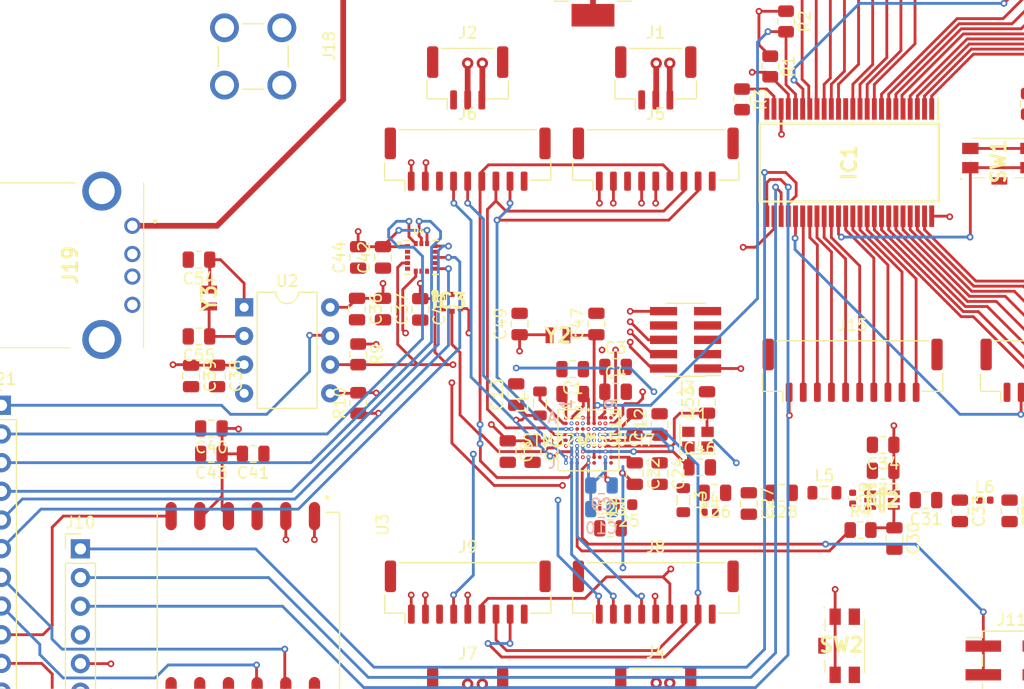
<source format=kicad_pcb>
(kicad_pcb (version 20171130) (host pcbnew "(5.1.10)-1")
  (layers (0 F.Cu signal hide) (1 In1.Cu signal hide) (2 In2.Cu signal hide) (31 B.Cu signal) (34 B.Paste user) (35 F.Paste user) (36 B.SilkS user hide) (37 F.SilkS user hide) (38 B.Mask user) (39 F.Mask user) (44 Edge.Cuts user))
  (net 0 "")
  (net 1 VBAT)
  (net 2 GNDREF)
  (net 3 VDDRF_1V55)
  (net 4 VR_PA)
  (net 5 RFI_P)
  (net 6 "Net-(C25-Pad1)")
  (net 7 RFI_N)
  (net 8 RFO_HP)
  (net 9 "Net-(C26-Pad1)")
  (net 10 "Net-(C28-Pad1)")
  (net 11 "Net-(C29-Pad1)")
  (net 12 "Net-(C30-Pad1)")
  (net 13 "Net-(C31-Pad2)")
  (net 14 "Net-(C31-Pad1)")
  (net 15 "Net-(C35-Pad1)")
  (net 16 OSC_IN)
  (net 17 OSC32_IN)
  (net 18 "Net-(C48-Pad1)")
  (net 19 OSC32_OUT)
  (net 20 5V)
  (net 21 OSC_OUT)
  (net 22 "Net-(C54-Pad1)")
  (net 23 "Net-(C55-Pad1)")
  (net 24 "Net-(D1-Pad1)")
  (net 25 "Net-(D1-Pad2)")
  (net 26 ENC1_1)
  (net 27 ENC1_2)
  (net 28 ENC1_3)
  (net 29 ENC1_4)
  (net 30 ENC2_1)
  (net 31 ENC2_2)
  (net 32 ENC2_3)
  (net 33 ENC2_4)
  (net 34 ENC5_1)
  (net 35 ENC5_2)
  (net 36 ENC5_3)
  (net 37 ENC5_4)
  (net 38 ENC6_1)
  (net 39 ENC6_2)
  (net 40 ENC6_3)
  (net 41 ENC6_4)
  (net 42 ENC_RST_3)
  (net 43 ENC_RST_4)
  (net 44 EXP_SCL)
  (net 45 EXP_SDA)
  (net 46 "Net-(IC1-Pad23)")
  (net 47 EXP_INT)
  (net 48 ENC_RST_2)
  (net 49 ENC_RST_1)
  (net 50 ENC8_4)
  (net 51 ENC8_3)
  (net 52 ENC8_2)
  (net 53 ENC8_1)
  (net 54 "Net-(IC1-Pad35)")
  (net 55 ENC7_4)
  (net 56 ENC7_3)
  (net 57 ENC7_2)
  (net 58 ENC7_1)
  (net 59 ENC4_4)
  (net 60 ENC4_3)
  (net 61 ENC4_2)
  (net 62 ENC4_1)
  (net 63 ENC3_4)
  (net 64 ENC3_3)
  (net 65 ENC3_2)
  (net 66 ENC3_1)
  (net 67 SCL)
  (net 68 TempHumid_DRDY)
  (net 69 SDA)
  (net 70 "Net-(IC3-Pad6)")
  (net 71 SWDIO)
  (net 72 SWCLK)
  (net 73 SWO)
  (net 74 "Net-(J3-Pad7)")
  (net 75 "Net-(J3-Pad8)")
  (net 76 NRST)
  (net 77 ADC_EOC1_1)
  (net 78 ADC_DOUT1)
  (net 79 ADC_DIN1)
  (net 80 ADC_SCLK1)
  (net 81 ADC_CS1_1)
  (net 82 ADC_CNVST1_1)
  (net 83 ADC_EOC1_2)
  (net 84 ADC_CS1_2)
  (net 85 ADC_CNVST1_2)
  (net 86 ADC_CNVST2_2)
  (net 87 ADC_CS2_2)
  (net 88 ADC_EOC2_2)
  (net 89 ADC_CNVST2_1)
  (net 90 ADC_CS2_1)
  (net 91 ADC_EOC2_1)
  (net 92 ADC_EOC3_1)
  (net 93 ADC_DOUT2)
  (net 94 ADC_DIN2)
  (net 95 ADC_SCLK2)
  (net 96 ADC_CS3_1)
  (net 97 ADC_CNVST3_1)
  (net 98 ADC_EOC3_2)
  (net 99 ADC_CS3_2)
  (net 100 ADC_CNVST3_2)
  (net 101 ADC_CNVST4_2)
  (net 102 ADC_CS4_2)
  (net 103 ADC_EOC4_2)
  (net 104 ADC_CNVST4_1)
  (net 105 ADC_CS4_1)
  (net 106 ADC_EOC4_1)
  (net 107 PC5)
  (net 108 "Net-(J11-Pad1)")
  (net 109 OR1)
  (net 110 OR3)
  (net 111 OR2)
  (net 112 OR4)
  (net 113 "Net-(J17-Pad1)")
  (net 114 +5V)
  (net 115 "Net-(J19-Pad2)")
  (net 116 "Net-(J19-Pad3)")
  (net 117 "Net-(J20-Pad2)")
  (net 118 "Net-(L1-Pad2)")
  (net 119 RF_CTRL)
  (net 120 TX)
  (net 121 RX)
  (net 122 "Net-(U4-Pad7)")
  (net 123 "Net-(U4-Pad8)")
  (net 124 RFO_LP)
  (net 125 GPS_AADET_N)
  (net 126 GPS_TIMER)
  (net 127 GPS_1PPS)
  (net 128 GPS_EX_ANT)
  (net 129 GPS_RESET)
  (net 130 ACC_INT1)
  (net 131 ACC_INT2)
  (net 132 ACC_ADC1)
  (net 133 ACC_ADC2)
  (net 134 ACC_ADC3)
  (net 135 RTC_SQW)
  (net 136 EXP_3)
  (net 137 EXP_2)
  (net 138 EXP_1)
  (net 139 EXP_0)
  (net 140 "Net-(J11-Pad2)")
  (net 141 "Net-(R8-Pad2)")
  (module MCU_ST_STM3255JCI7:STM32WL55JCI7 (layer F.Cu) (at 155 111.1)
    (fp_text reference U1 (at 0 0) (layer F.SilkS))
    (fp_text value STM32WL55JCI7 (at 0 0) (layer F.SilkS))
    (fp_text user * (at 0 0) (layer F.SilkS))
    (fp_text user A (at -3.2131 -2.000504) (layer F.SilkS))
    (fp_text user A (at -3.2131 -2.000504) (layer B.SilkS))
    (fp_text user J (at -3.2131 2.000504) (layer F.SilkS))
    (fp_text user J (at -3.2131 2.000504) (layer B.SilkS))
    (fp_text user 1 (at -2.000504 -3.2131 90) (layer F.SilkS))
    (fp_text user 1 (at -2.000504 -3.2131 90) (layer B.SilkS))
    (fp_text user 9 (at 2.000504 -3.2131 90) (layer F.SilkS))
    (fp_text user 9 (at 2.000504 -3.2131 90) (layer B.SilkS))
    (pad A1 smd circle (at -2.000504 -2.000504) (size 0.3302 0.3302) (layers F.Cu F.Paste F.Mask) (net 2 GNDREF))
    (pad A2 smd circle (at -1.500378 -2.000504) (size 0.3302 0.3302) (layers F.Cu F.Paste F.Mask) (net 1 VBAT))
    (pad A4 smd circle (at -0.500126 -2.000504) (size 0.3302 0.3302) (layers F.Cu F.Paste F.Mask) (net 72 SWCLK))
    (pad A5 smd circle (at 0 -2.000504) (size 0.3302 0.3302) (layers F.Cu F.Paste F.Mask) (net 1 VBAT))
    (pad A7 smd circle (at 1.000252 -2.000504) (size 0.3302 0.3302) (layers F.Cu F.Paste F.Mask) (net 1 VBAT))
    (pad A8 smd circle (at 1.500378 -2.000504) (size 0.3302 0.3302) (layers F.Cu F.Paste F.Mask) (net 1 VBAT))
    (pad A9 smd circle (at 2.000504 -2.000504) (size 0.3302 0.3302) (layers F.Cu F.Paste F.Mask) (net 87 ADC_CS2_2))
    (pad B1 smd circle (at -2.000504 -1.500378) (size 0.3302 0.3302) (layers F.Cu F.Paste F.Mask) (net 118 "Net-(L1-Pad2)"))
    (pad B2 smd circle (at -1.500378 -1.500378) (size 0.3302 0.3302) (layers F.Cu F.Paste F.Mask) (net 3 VDDRF_1V55))
    (pad B3 smd circle (at -1.000252 -1.500378) (size 0.3302 0.3302) (layers F.Cu F.Paste F.Mask) (net 81 ADC_CS1_1))
    (pad B4 smd circle (at -0.500126 -1.500378) (size 0.3302 0.3302) (layers F.Cu F.Paste F.Mask) (net 44 EXP_SCL))
    (pad B5 smd circle (at 0 -1.500378) (size 0.3302 0.3302) (layers F.Cu F.Paste F.Mask) (net 1 VBAT))
    (pad B6 smd circle (at 0.500126 -1.500378) (size 0.3302 0.3302) (layers F.Cu F.Paste F.Mask) (net 17 OSC32_IN))
    (pad B7 smd circle (at 1.000252 -1.500378) (size 0.3302 0.3302) (layers F.Cu F.Paste F.Mask) (net 2 GNDREF))
    (pad B8 smd circle (at 1.500378 -1.500378) (size 0.3302 0.3302) (layers F.Cu F.Paste F.Mask) (net 71 SWDIO))
    (pad B9 smd circle (at 2.000504 -1.500378) (size 0.3302 0.3302) (layers F.Cu F.Paste F.Mask) (net 45 EXP_SDA))
    (pad C1 smd circle (at -2.000504 -1.000252) (size 0.3302 0.3302) (layers F.Cu F.Paste F.Mask) (net 73 SWO))
    (pad C2 smd circle (at -1.500378 -1.000252) (size 0.3302 0.3302) (layers F.Cu F.Paste F.Mask) (net 78 ADC_DOUT1))
    (pad C3 smd circle (at -1.000252 -1.000252) (size 0.3302 0.3302) (layers F.Cu F.Paste F.Mask) (net 102 ADC_CS4_2))
    (pad C4 smd circle (at -0.500126 -1.000252) (size 0.3302 0.3302) (layers F.Cu F.Paste F.Mask) (net 96 ADC_CS3_1))
    (pad C5 smd circle (at 0 -1.000252) (size 0.3302 0.3302) (layers F.Cu F.Paste F.Mask) (net 19 OSC32_OUT))
    (pad C6 smd circle (at 0.500126 -1.000252) (size 0.3302 0.3302) (layers F.Cu F.Paste F.Mask) (net 93 ADC_DOUT2))
    (pad C7 smd circle (at 1.000252 -1.000252) (size 0.3302 0.3302) (layers F.Cu F.Paste F.Mask) (net 109 OR1))
    (pad C8 smd circle (at 1.500378 -1.000252) (size 0.3302 0.3302) (layers F.Cu F.Paste F.Mask) (net 69 SDA))
    (pad D2 smd circle (at -1.500378 -0.500126) (size 0.3302 0.3302) (layers F.Cu F.Paste F.Mask) (net 79 ADC_DIN1))
    (pad D3 smd circle (at -1.000252 -0.500126) (size 0.3302 0.3302) (layers F.Cu F.Paste F.Mask) (net 67 SCL))
    (pad D4 smd circle (at -0.500126 -0.500126) (size 0.3302 0.3302) (layers F.Cu F.Paste F.Mask) (net 111 OR2))
    (pad D5 smd circle (at 0 -0.500126) (size 0.3302 0.3302) (layers F.Cu F.Paste F.Mask) (net 94 ADC_DIN2))
    (pad D6 smd circle (at 0.500126 -0.500126) (size 0.3302 0.3302) (layers F.Cu F.Paste F.Mask) (net 110 OR3))
    (pad D7 smd circle (at 1.000252 -0.500126) (size 0.3302 0.3302) (layers F.Cu F.Paste F.Mask) (net 95 ADC_SCLK2))
    (pad D8 smd circle (at 1.500378 -0.500126) (size 0.3302 0.3302) (layers F.Cu F.Paste F.Mask) (net 84 ADC_CS1_2))
    (pad D9 smd circle (at 2.000504 -0.500126) (size 0.3302 0.3302) (layers F.Cu F.Paste F.Mask) (net 2 GNDREF))
    (pad E1 smd circle (at -2.000504 0) (size 0.3302 0.3302) (layers F.Cu F.Paste F.Mask) (net 68 TempHumid_DRDY))
    (pad E2 smd circle (at -1.500378 0) (size 0.3302 0.3302) (layers F.Cu F.Paste F.Mask) (net 1 VBAT))
    (pad E3 smd circle (at -1.000252 0) (size 0.3302 0.3302) (layers F.Cu F.Paste F.Mask) (net 2 GNDREF))
    (pad E4 smd circle (at -0.500126 0) (size 0.3302 0.3302) (layers F.Cu F.Paste F.Mask) (net 107 PC5))
    (pad E5 smd circle (at 0 0) (size 0.3302 0.3302) (layers F.Cu F.Paste F.Mask) (net 99 ADC_CS3_2))
    (pad E6 smd circle (at 0.500126 0) (size 0.3302 0.3302) (layers F.Cu F.Paste F.Mask) (net 105 ADC_CS4_1))
    (pad E7 smd circle (at 1.000252 0) (size 0.3302 0.3302) (layers F.Cu F.Paste F.Mask) (net 101 ADC_CNVST4_2))
    (pad E8 smd circle (at 1.500378 0) (size 0.3302 0.3302) (layers F.Cu F.Paste F.Mask) (net 1 VBAT))
    (pad E9 smd circle (at 2.000504 0) (size 0.3302 0.3302) (layers F.Cu F.Paste F.Mask) (net 1 VBAT))
    (pad F1 smd circle (at -2.000504 0.500126) (size 0.3302 0.3302) (layers F.Cu F.Paste F.Mask) (net 104 ADC_CNVST4_1))
    (pad F2 smd circle (at -1.500378 0.500126) (size 0.3302 0.3302) (layers F.Cu F.Paste F.Mask) (net 100 ADC_CNVST3_2))
    (pad F3 smd circle (at -1.000252 0.500126) (size 0.3302 0.3302) (layers F.Cu F.Paste F.Mask) (net 97 ADC_CNVST3_1))
    (pad F4 smd circle (at -0.500126 0.500126) (size 0.3302 0.3302) (layers F.Cu F.Paste F.Mask) (net 47 EXP_INT))
    (pad F5 smd circle (at 0 0.500126) (size 0.3302 0.3302) (layers F.Cu F.Paste F.Mask) (net 76 NRST))
    (pad F6 smd circle (at 0.500126 0.500126) (size 0.3302 0.3302) (layers F.Cu F.Paste F.Mask) (net 86 ADC_CNVST2_2))
    (pad F7 smd circle (at 1.000252 0.500126) (size 0.3302 0.3302) (layers F.Cu F.Paste F.Mask) (net 3 VDDRF_1V55))
    (pad F8 smd circle (at 1.500378 0.500126) (size 0.3302 0.3302) (layers F.Cu F.Paste F.Mask) (net 21 OSC_OUT))
    (pad G2 smd circle (at -1.500378 1.000252) (size 0.3302 0.3302) (layers F.Cu F.Paste F.Mask) (net 89 ADC_CNVST2_1))
    (pad G3 smd circle (at -1.000252 1.000252) (size 0.3302 0.3302) (layers F.Cu F.Paste F.Mask) (net 112 OR4))
    (pad G4 smd circle (at -0.500126 1.000252) (size 0.3302 0.3302) (layers F.Cu F.Paste F.Mask) (net 96 ADC_CS3_1))
    (pad G5 smd circle (at 0 1.000252) (size 0.3302 0.3302) (layers F.Cu F.Paste F.Mask) (net 2 GNDREF))
    (pad G6 smd circle (at 0.500126 1.000252) (size 0.3302 0.3302) (layers F.Cu F.Paste F.Mask) (net 2 GNDREF))
    (pad G7 smd circle (at 1.000252 1.000252) (size 0.3302 0.3302) (layers F.Cu F.Paste F.Mask) (net 2 GNDREF))
    (pad G8 smd circle (at 1.500378 1.000252) (size 0.3302 0.3302) (layers F.Cu F.Paste F.Mask) (net 2 GNDREF))
    (pad G9 smd circle (at 2.000504 1.000252) (size 0.3302 0.3302) (layers F.Cu F.Paste F.Mask) (net 16 OSC_IN))
    (pad H1 smd circle (at -2.000504 1.500378) (size 0.3302 0.3302) (layers F.Cu F.Paste F.Mask) (net 120 TX))
    (pad H2 smd circle (at -1.500378 1.500378) (size 0.3302 0.3302) (layers F.Cu F.Paste F.Mask) (net 121 RX))
    (pad H3 smd circle (at -1.000252 1.500378) (size 0.3302 0.3302) (layers F.Cu F.Paste F.Mask) (net 85 ADC_CNVST1_2))
    (pad H4 smd circle (at -0.500126 1.500378) (size 0.3302 0.3302) (layers F.Cu F.Paste F.Mask) (net 82 ADC_CNVST1_1))
    (pad H5 smd circle (at 0 1.500378) (size 0.3302 0.3302) (layers F.Cu F.Paste F.Mask) (net 1 VBAT))
    (pad H6 smd circle (at 0.500126 1.500378) (size 0.3302 0.3302) (layers F.Cu F.Paste F.Mask) (net 2 GNDREF))
    (pad H7 smd circle (at 1.000252 1.500378) (size 0.3302 0.3302) (layers F.Cu F.Paste F.Mask) (net 7 RFI_N))
    (pad H8 smd circle (at 1.500378 1.500378) (size 0.3302 0.3302) (layers F.Cu F.Paste F.Mask) (net 1 VBAT))
    (pad H9 smd circle (at 2.000504 1.500378) (size 0.3302 0.3302) (layers F.Cu F.Paste F.Mask) (net 4 VR_PA))
    (pad J1 smd circle (at -2.000504 2.000504) (size 0.3302 0.3302) (layers F.Cu F.Paste F.Mask) (net 90 ADC_CS2_1))
    (pad J2 smd circle (at -1.500378 2.000504) (size 0.3302 0.3302) (layers F.Cu F.Paste F.Mask) (net 80 ADC_SCLK1))
    (pad J3 smd circle (at -1.000252 2.000504) (size 0.3302 0.3302) (layers F.Cu F.Paste F.Mask) (net 119 RF_CTRL))
    (pad J5 smd circle (at 0 2.000504) (size 0.3302 0.3302) (layers F.Cu F.Paste F.Mask) (net 108 "Net-(J11-Pad1)"))
    (pad J6 smd circle (at 0.500126 2.000504) (size 0.3302 0.3302) (layers F.Cu F.Paste F.Mask) (net 5 RFI_P))
    (pad J8 smd circle (at 1.500378 2.000504) (size 0.3302 0.3302) (layers F.Cu F.Paste F.Mask) (net 124 RFO_LP))
    (pad J9 smd circle (at 2.000504 2.000504) (size 0.3302 0.3302) (layers F.Cu F.Paste F.Mask) (net 8 RFO_HP))
  )
  (module Connector_JST:JST_GH_BM03B-GHS-TBT_1x03-1MP_P1.25mm_Vertical (layer F.Cu) (at 160.96 79)
    (fp_text reference J1 (at 0 -4) (layer F.SilkS))
    (fp_text value Conn_01x03)
    (pad MP smd roundrect (at 3.1 -1.4) (size 1 2.8) (layers F.Cu F.Paste F.Mask))
    (pad MP smd roundrect (at -3.1 -1.4) (size 1 2.8) (layers F.Cu F.Paste F.Mask))
    (pad 3 smd roundrect (at 1.25 1.95) (size 0.6 1.7) (layers F.Cu F.Paste F.Mask) (net 20 5V))
    (pad 2 smd roundrect (at 0 1.95) (size 0.6 1.7) (layers F.Cu F.Paste F.Mask) (net 1 VBAT))
    (pad 1 smd roundrect (at -1.25 1.95) (size 0.6 1.7) (layers F.Cu F.Paste F.Mask) (net 2 GNDREF))
  )
  (module Resistor_SMD:R_0805_2012Metric (layer F.Cu) (at 134.6 103.4875 270)
    (fp_text reference R9 (at 0 -1.65 90) (layer F.SilkS))
    (fp_text value 2.2k)
    (pad 1 smd roundrect (at -0.9125 0 270) (size 1.025 1.4) (layers F.Cu F.Paste F.Mask) (roundrect_rratio 0.243902) (net 1 VBAT))
    (pad 2 smd roundrect (at 0.9125 0 270) (size 1.025 1.4) (layers F.Cu F.Paste F.Mask) (roundrect_rratio 0.243902) (net 67 SCL))
  )
  (module Resistor_SMD:R_0805_2012Metric (layer F.Cu) (at 194 81.3 270)
    (fp_text reference R8 (at 0 -1.65 90) (layer F.SilkS))
    (fp_text value 1k)
    (pad 2 smd roundrect (at 0.9125 0 270) (size 1.025 1.4) (layers F.Cu F.Paste F.Mask) (roundrect_rratio 0.243902) (net 141 "Net-(R8-Pad2)"))
    (pad 1 smd roundrect (at -0.9125 0 270) (size 1.025 1.4) (layers F.Cu F.Paste F.Mask) (roundrect_rratio 0.243902) (net 1 VBAT))
  )
  (module Resistor_SMD:R_0805_2012Metric (layer F.Cu) (at 195 125.5 270)
    (fp_text reference R7 (at 0 -1.65 90) (layer F.SilkS))
    (fp_text value 1k)
    (pad 2 smd roundrect (at 0.9125 0 270) (size 1.025 1.4) (layers F.Cu F.Paste F.Mask) (roundrect_rratio 0.243902) (net 140 "Net-(J11-Pad2)"))
    (pad 1 smd roundrect (at -0.9125 0 270) (size 1.025 1.4) (layers F.Cu F.Paste F.Mask) (roundrect_rratio 0.243902) (net 1 VBAT))
  )
  (module Connector_PinHeader_2.54mm:PinHeader_1x06_P2.54mm_Vertical (layer F.Cu) (at 110 120.72)
    (fp_text reference J10 (at 0 -2.33) (layer F.SilkS))
    (fp_text value Conn_01x06_Male)
    (pad 6 thru_hole oval (at 0 12.7) (size 1.7 1.7) (drill 1) (layers *.Cu *.Mask) (net 124 RFO_LP))
    (pad 5 thru_hole oval (at 0 10.16) (size 1.7 1.7) (drill 1) (layers *.Cu *.Mask) (net 107 PC5))
    (pad 4 thru_hole oval (at 0 7.62) (size 1.7 1.7) (drill 1) (layers *.Cu *.Mask) (net 136 EXP_3))
    (pad 3 thru_hole oval (at 0 5.08) (size 1.7 1.7) (drill 1) (layers *.Cu *.Mask) (net 137 EXP_2))
    (pad 2 thru_hole oval (at 0 2.54) (size 1.7 1.7) (drill 1) (layers *.Cu *.Mask) (net 138 EXP_1))
    (pad 1 thru_hole rect (at 0 0) (size 1.7 1.7) (drill 1) (layers *.Cu *.Mask) (net 139 EXP_0))
  )
  (module Capacitor_SMD:C_0805_2012Metric (layer F.Cu) (at 153.6 107 180)
    (fp_text reference C2 (at 0 -1.68) (layer F.SilkS))
    (fp_text value 100nF)
    (pad 1 smd roundrect (at -0.95 0 180) (size 1 1.45) (layers F.Cu F.Paste F.Mask) (net 1 VBAT))
    (pad 2 smd roundrect (at 0.95 0 180) (size 1 1.45) (layers F.Cu F.Paste F.Mask) (net 2 GNDREF))
  )
  (module Capacitor_SMD:C_0805_2012Metric (layer F.Cu) (at 153.6 104.8 180)
    (fp_text reference C1 (at 0 -1.68) (layer F.SilkS))
    (fp_text value 100nF)
    (pad 1 smd roundrect (at -0.95 0 180) (size 1 1.45) (layers F.Cu F.Paste F.Mask) (net 1 VBAT))
    (pad 2 smd roundrect (at 0.95 0 180) (size 1 1.45) (layers F.Cu F.Paste F.Mask) (net 2 GNDREF))
  )
  (module EVQ-P2F02K:EVQP2V02W (layer F.Cu) (at 177.7 129.3)
    (fp_text reference SW2 (at -0.3 -0.075) (layer F.SilkS) (effects (font (size 1.27 1.27) (thickness 0.254))))
    (fp_text value SW_MEC_5E hide)
    (pad 5 smd rect (at -2.025 0) (size 0.65 1.4) (layers F.Cu F.Paste F.Mask))
    (pad 4 smd rect (at 0.85 2.575) (size 1 1.45) (layers F.Cu F.Paste F.Mask) (net 2 GNDREF))
    (pad 3 smd rect (at -0.85 2.575) (size 1 1.45) (layers F.Cu F.Paste F.Mask) (net 76 NRST))
    (pad 2 smd rect (at 0.85 -2.575) (size 1 1.45) (layers F.Cu F.Paste F.Mask) (net 2 GNDREF))
    (pad 1 smd rect (at -0.85 -2.575) (size 1 1.45) (layers F.Cu F.Paste F.Mask) (net 76 NRST))
  )
  (module Connector_PinHeader_2.54mm:PinHeader_1x11_P2.54mm_Vertical (layer F.Cu) (at 103 108)
    (fp_text reference J21 (at 0 -2.33) (layer F.SilkS))
    (fp_text value Conn_01x11_Male)
    (pad 11 thru_hole oval (at 0 25.4) (size 1.7 1.7) (drill 1) (layers *.Cu *.Mask) (net 125 GPS_AADET_N))
    (pad 10 thru_hole oval (at 0 22.86) (size 1.7 1.7) (drill 1) (layers *.Cu *.Mask) (net 126 GPS_TIMER))
    (pad 9 thru_hole oval (at 0 20.32) (size 1.7 1.7) (drill 1) (layers *.Cu *.Mask) (net 127 GPS_1PPS))
    (pad 8 thru_hole oval (at 0 17.78) (size 1.7 1.7) (drill 1) (layers *.Cu *.Mask) (net 129 GPS_RESET))
    (pad 7 thru_hole oval (at 0 15.24) (size 1.7 1.7) (drill 1) (layers *.Cu *.Mask) (net 128 GPS_EX_ANT))
    (pad 6 thru_hole oval (at 0 12.7) (size 1.7 1.7) (drill 1) (layers *.Cu *.Mask) (net 130 ACC_INT1))
    (pad 5 thru_hole oval (at 0 10.16) (size 1.7 1.7) (drill 1) (layers *.Cu *.Mask) (net 131 ACC_INT2))
    (pad 4 thru_hole oval (at 0 7.62) (size 1.7 1.7) (drill 1) (layers *.Cu *.Mask) (net 134 ACC_ADC3))
    (pad 3 thru_hole oval (at 0 5.08) (size 1.7 1.7) (drill 1) (layers *.Cu *.Mask) (net 133 ACC_ADC2))
    (pad 2 thru_hole oval (at 0 2.54) (size 1.7 1.7) (drill 1) (layers *.Cu *.Mask) (net 132 ACC_ADC1))
    (pad 1 thru_hole rect (at 0 0) (size 1.7 1.7) (drill 1) (layers *.Cu *.Mask) (net 135 RTC_SQW))
  )
  (module Capacitor_SMD:C_0805_2012Metric (layer F.Cu) (at 157.4 104.6)
    (fp_text reference C3 (at 0 -1.68) (layer F.SilkS))
    (fp_text value 100nF)
    (pad 1 smd roundrect (at -0.95 0) (size 1 1.45) (layers F.Cu F.Paste F.Mask) (net 1 VBAT))
    (pad 2 smd roundrect (at 0.95 0) (size 1 1.45) (layers F.Cu F.Paste F.Mask) (net 2 GNDREF))
  )
  (module Capacitor_SMD:C_0805_2012Metric (layer F.Cu) (at 157.4 106.8)
    (fp_text reference C4 (at 0 -1.68) (layer F.SilkS))
    (fp_text value 100nF)
    (pad 2 smd roundrect (at 0.95 0) (size 1 1.45) (layers F.Cu F.Paste F.Mask) (net 2 GNDREF))
    (pad 1 smd roundrect (at -0.95 0) (size 1 1.45) (layers F.Cu F.Paste F.Mask) (net 1 VBAT))
  )
  (module Capacitor_SMD:C_0805_2012Metric (layer F.Cu) (at 150.05 112.1 270)
    (fp_text reference C7 (at 0 -1.68 90) (layer F.SilkS))
    (fp_text value 100nF)
    (pad 2 smd roundrect (at 0.95 0 270) (size 1 1.45) (layers F.Cu F.Paste F.Mask) (net 2 GNDREF))
    (pad 1 smd roundrect (at -0.95 0 270) (size 1 1.45) (layers F.Cu F.Paste F.Mask) (net 1 VBAT))
  )
  (module Capacitor_SMD:C_0805_2012Metric (layer F.Cu) (at 147.85 112.1 270)
    (fp_text reference C8 (at 0 -1.68 90) (layer F.SilkS))
    (fp_text value 100nF)
    (pad 1 smd roundrect (at -0.95 0 270) (size 1 1.45) (layers F.Cu F.Paste F.Mask) (net 1 VBAT))
    (pad 2 smd roundrect (at 0.95 0 270) (size 1 1.45) (layers F.Cu F.Paste F.Mask) (net 2 GNDREF))
  )
  (module Capacitor_SMD:C_0805_2012Metric (layer B.Cu) (at 156.15 115.1)
    (fp_text reference C9 (at 0 1.68) (layer B.SilkS) (effects (justify mirror)))
    (fp_text value 100nF)
    (pad 2 smd roundrect (at 0.95 0) (size 1 1.45) (layers B.Cu B.Paste B.Mask) (net 2 GNDREF))
    (pad 1 smd roundrect (at -0.95 0) (size 1 1.45) (layers B.Cu B.Paste B.Mask) (net 1 VBAT))
  )
  (module Capacitor_SMD:C_0805_2012Metric (layer B.Cu) (at 156.15 117.2)
    (fp_text reference C10 (at 0 1.68) (layer B.SilkS) (effects (justify mirror)))
    (fp_text value 100nF)
    (pad 1 smd roundrect (at -0.95 0) (size 1 1.45) (layers B.Cu B.Paste B.Mask) (net 1 VBAT))
    (pad 2 smd roundrect (at 0.95 0) (size 1 1.45) (layers B.Cu B.Paste B.Mask) (net 2 GNDREF))
  )
  (module Capacitor_SMD:C_0805_2012Metric (layer F.Cu) (at 159.1 109.7 90)
    (fp_text reference C11 (at 0 -1.68 90) (layer F.SilkS))
    (fp_text value 100nF)
    (pad 2 smd roundrect (at 0.95 0 90) (size 1 1.45) (layers F.Cu F.Paste F.Mask) (net 2 GNDREF))
    (pad 1 smd roundrect (at -0.95 0 90) (size 1 1.45) (layers F.Cu F.Paste F.Mask) (net 1 VBAT))
  )
  (module Capacitor_SMD:C_0805_2012Metric (layer F.Cu) (at 161.3 109.7 90)
    (fp_text reference C12 (at 0 -1.68 90) (layer F.SilkS))
    (fp_text value 100nF)
    (pad 1 smd roundrect (at -0.95 0 90) (size 1 1.45) (layers F.Cu F.Paste F.Mask) (net 1 VBAT))
    (pad 2 smd roundrect (at 0.95 0 90) (size 1 1.45) (layers F.Cu F.Paste F.Mask) (net 2 GNDREF))
  )
  (module Capacitor_SMD:C_0805_2012Metric (layer F.Cu) (at 148.6 107.05 90)
    (fp_text reference C13 (at 0 -1.68 90) (layer F.SilkS))
    (fp_text value 470nF)
    (pad 2 smd roundrect (at 0.95 0 90) (size 1 1.45) (layers F.Cu F.Paste F.Mask) (net 2 GNDREF))
    (pad 1 smd roundrect (at -0.95 0 90) (size 1 1.45) (layers F.Cu F.Paste F.Mask) (net 3 VDDRF_1V55))
  )
  (module Capacitor_SMD:C_0805_2012Metric (layer F.Cu) (at 159.1 114.05 270)
    (fp_text reference C22 (at 0 -1.68 90) (layer F.SilkS))
    (fp_text value 47nF)
    (pad 2 smd roundrect (at 0.95 0 270) (size 1 1.45) (layers F.Cu F.Paste F.Mask) (net 2 GNDREF))
    (pad 1 smd roundrect (at -0.95 0 270) (size 1 1.45) (layers F.Cu F.Paste F.Mask) (net 4 VR_PA))
  )
  (module Capacitor_SMD:C_0805_2012Metric (layer F.Cu) (at 156.95 118.9)
    (fp_text reference C23 (at 0 -1.68) (layer F.SilkS))
    (fp_text value 1.8pF)
    (pad 1 smd roundrect (at -0.95 0) (size 1 1.45) (layers F.Cu F.Paste F.Mask) (net 5 RFI_P))
    (pad 2 smd roundrect (at 0.95 0) (size 1 1.45) (layers F.Cu F.Paste F.Mask) (net 2 GNDREF))
  )
  (module Capacitor_SMD:C_0805_2012Metric (layer F.Cu) (at 161.3 114.05 270)
    (fp_text reference C24 (at 0 -1.68 90) (layer F.SilkS))
    (fp_text value 47pF)
    (pad 1 smd roundrect (at -0.95 0 270) (size 1 1.45) (layers F.Cu F.Paste F.Mask) (net 4 VR_PA))
    (pad 2 smd roundrect (at 0.95 0 270) (size 1 1.45) (layers F.Cu F.Paste F.Mask) (net 2 GNDREF))
  )
  (module Capacitor_SMD:C_0603_1608Metric (layer F.Cu) (at 158.1 116.8 180)
    (fp_text reference C25 (at 0 -1.43) (layer F.SilkS))
    (fp_text value 2.4pF)
    (pad 1 smd roundrect (at -0.775 0 180) (size 0.9 0.95) (layers F.Cu F.Paste F.Mask) (net 6 "Net-(C25-Pad1)"))
    (pad 2 smd roundrect (at 0.775 0 180) (size 0.9 0.95) (layers F.Cu F.Paste F.Mask) (net 7 RFI_N))
  )
  (module Capacitor_SMD:C_0805_2012Metric (layer F.Cu) (at 166.2 115.75 180)
    (fp_text reference C26 (at 0 -1.68) (layer F.SilkS))
    (fp_text value 3.3pF)
    (pad 2 smd roundrect (at 0.95 0 180) (size 1 1.45) (layers F.Cu F.Paste F.Mask) (net 8 RFO_HP))
    (pad 1 smd roundrect (at -0.95 0 180) (size 1 1.45) (layers F.Cu F.Paste F.Mask) (net 9 "Net-(C26-Pad1)"))
  )
  (module Capacitor_SMD:C_0805_2012Metric (layer F.Cu) (at 169.2 116.7 270)
    (fp_text reference C27 (at 0 -1.68 90) (layer F.SilkS))
    (fp_text value 5.6pF)
    (pad 2 smd roundrect (at 0.95 0 270) (size 1 1.45) (layers F.Cu F.Paste F.Mask) (net 2 GNDREF))
    (pad 1 smd roundrect (at -0.95 0 270) (size 1 1.45) (layers F.Cu F.Paste F.Mask) (net 9 "Net-(C26-Pad1)"))
  )
  (module Capacitor_SMD:C_0805_2012Metric (layer F.Cu) (at 172.1 115.75 180)
    (fp_text reference C28 (at 0 -1.68) (layer F.SilkS))
    (fp_text value 39pF)
    (pad 1 smd roundrect (at -0.95 0 180) (size 1 1.45) (layers F.Cu F.Paste F.Mask) (net 10 "Net-(C28-Pad1)"))
    (pad 2 smd roundrect (at 0.95 0 180) (size 1 1.45) (layers F.Cu F.Paste F.Mask) (net 9 "Net-(C26-Pad1)"))
  )
  (module Capacitor_SMD:C_0402_1005Metric (layer F.Cu) (at 178.4 116.23 270)
    (fp_text reference C29 (at 0 -1.16 90) (layer F.SilkS))
    (fp_text value 2.2pF)
    (pad 1 smd roundrect (at -0.48 0 270) (size 0.56 0.62) (layers F.Cu F.Paste F.Mask) (net 11 "Net-(C29-Pad1)"))
    (pad 2 smd roundrect (at 0.48 0 270) (size 0.56 0.62) (layers F.Cu F.Paste F.Mask) (net 2 GNDREF))
  )
  (module Capacitor_SMD:C_0805_2012Metric (layer F.Cu) (at 182.1 119.8 270)
    (fp_text reference C30 (at 0 -1.68 90) (layer F.SilkS))
    (fp_text value 1nF)
    (pad 1 smd roundrect (at -0.95 0 270) (size 1 1.45) (layers F.Cu F.Paste F.Mask) (net 12 "Net-(C30-Pad1)"))
    (pad 2 smd roundrect (at 0.95 0 270) (size 1 1.45) (layers F.Cu F.Paste F.Mask) (net 2 GNDREF))
  )
  (module Capacitor_SMD:C_0805_2012Metric (layer F.Cu) (at 184.9 116.4 180)
    (fp_text reference C31 (at 0 -1.68) (layer F.SilkS))
    (fp_text value 39pF)
    (pad 2 smd roundrect (at 0.95 0 180) (size 1 1.45) (layers F.Cu F.Paste F.Mask) (net 13 "Net-(C31-Pad2)"))
    (pad 1 smd roundrect (at -0.95 0 180) (size 1 1.45) (layers F.Cu F.Paste F.Mask) (net 14 "Net-(C31-Pad1)"))
  )
  (module Capacitor_SMD:C_0805_2012Metric (layer F.Cu) (at 181.1 113.8 180)
    (fp_text reference C32 (at 0 -1.68) (layer F.SilkS))
    (fp_text value 100nF)
    (pad 1 smd roundrect (at -0.95 0 180) (size 1 1.45) (layers F.Cu F.Paste F.Mask) (net 1 VBAT))
    (pad 2 smd roundrect (at 0.95 0 180) (size 1 1.45) (layers F.Cu F.Paste F.Mask) (net 2 GNDREF))
  )
  (module Capacitor_SMD:C_0805_2012Metric (layer F.Cu) (at 187.9 117.35 270)
    (fp_text reference C33 (at 0 -1.68 90) (layer F.SilkS))
    (fp_text value 3.3pF)
    (pad 1 smd roundrect (at -0.95 0 270) (size 1 1.45) (layers F.Cu F.Paste F.Mask) (net 14 "Net-(C31-Pad1)"))
    (pad 2 smd roundrect (at 0.95 0 270) (size 1 1.45) (layers F.Cu F.Paste F.Mask) (net 2 GNDREF))
  )
  (module Capacitor_SMD:C_0805_2012Metric (layer F.Cu) (at 181.1 111.5 180)
    (fp_text reference C34 (at 0 -1.68) (layer F.SilkS))
    (fp_text value 10uF)
    (pad 2 smd roundrect (at 0.95 0 180) (size 1 1.45) (layers F.Cu F.Paste F.Mask) (net 2 GNDREF))
    (pad 1 smd roundrect (at -0.95 0 180) (size 1 1.45) (layers F.Cu F.Paste F.Mask) (net 1 VBAT))
  )
  (module Capacitor_SMD:C_0805_2012Metric (layer F.Cu) (at 192.3 117.35 270)
    (fp_text reference C35 (at 0 -1.68 90) (layer F.SilkS))
    (fp_text value 3.3pF)
    (pad 2 smd roundrect (at 0.95 0 270) (size 1 1.45) (layers F.Cu F.Paste F.Mask) (net 2 GNDREF))
    (pad 1 smd roundrect (at -0.95 0 270) (size 1 1.45) (layers F.Cu F.Paste F.Mask) (net 15 "Net-(C35-Pad1)"))
  )
  (module Capacitor_SMD:C_0805_2012Metric (layer F.Cu) (at 134.5 99.475 270)
    (fp_text reference C36 (at 0 -1.68 90) (layer F.SilkS))
    (fp_text value 100nF)
    (pad 2 smd roundrect (at 0.95 0 270) (size 1 1.45) (layers F.Cu F.Paste F.Mask) (net 2 GNDREF))
    (pad 1 smd roundrect (at -0.95 0 270) (size 1 1.45) (layers F.Cu F.Paste F.Mask) (net 20 5V))
  )
  (module Capacitor_SMD:C_0805_2012Metric (layer F.Cu) (at 136.8 99.475 270)
    (fp_text reference C37 (at 0 -1.68 90) (layer F.SilkS))
    (fp_text value 10uF)
    (pad 1 smd roundrect (at -0.95 0 270) (size 1 1.45) (layers F.Cu F.Paste F.Mask) (net 20 5V))
    (pad 2 smd roundrect (at 0.95 0 270) (size 1 1.45) (layers F.Cu F.Paste F.Mask) (net 2 GNDREF))
  )
  (module Capacitor_SMD:C_0805_2012Metric (layer F.Cu) (at 122.1 105.4 270)
    (fp_text reference C38 (at 0 -1.68 90) (layer F.SilkS))
    (fp_text value 100nF)
    (pad 2 smd roundrect (at 0.95 0 270) (size 1 1.45) (layers F.Cu F.Paste F.Mask) (net 2 GNDREF))
    (pad 1 smd roundrect (at -0.95 0 270) (size 1 1.45) (layers F.Cu F.Paste F.Mask) (net 1 VBAT))
  )
  (module Capacitor_SMD:C_0805_2012Metric (layer F.Cu) (at 119.8 105.4 270)
    (fp_text reference C39 (at 0 -1.68 90) (layer F.SilkS))
    (fp_text value 10uF)
    (pad 1 smd roundrect (at -0.95 0 270) (size 1 1.45) (layers F.Cu F.Paste F.Mask) (net 1 VBAT))
    (pad 2 smd roundrect (at 0.95 0 270) (size 1 1.45) (layers F.Cu F.Paste F.Mask) (net 2 GNDREF))
  )
  (module Capacitor_SMD:C_0805_2012Metric (layer F.Cu) (at 121.6 110.05 180)
    (fp_text reference C40 (at 0 -1.68) (layer F.SilkS))
    (fp_text value 100nF)
    (pad 2 smd roundrect (at 0.95 0 180) (size 1 1.45) (layers F.Cu F.Paste F.Mask) (net 2 GNDREF))
    (pad 1 smd roundrect (at -0.95 0 180) (size 1 1.45) (layers F.Cu F.Paste F.Mask) (net 1 VBAT))
  )
  (module Capacitor_SMD:C_0805_2012Metric (layer F.Cu) (at 125.3 112.3 180)
    (fp_text reference C41 (at 0 -1.68) (layer F.SilkS))
    (fp_text value 100nF)
    (pad 1 smd roundrect (at -0.95 0 180) (size 1 1.45) (layers F.Cu F.Paste F.Mask) (net 2 GNDREF))
    (pad 2 smd roundrect (at 0.95 0 180) (size 1 1.45) (layers F.Cu F.Paste F.Mask) (net 1 VBAT))
  )
  (module Capacitor_SMD:C_0805_2012Metric (layer F.Cu) (at 136.8 94.9 90)
    (fp_text reference C42 (at 0 -1.68 90) (layer F.SilkS))
    (fp_text value 100nF)
    (pad 1 smd roundrect (at -0.95 0 90) (size 1 1.45) (layers F.Cu F.Paste F.Mask) (net 2 GNDREF))
    (pad 2 smd roundrect (at 0.95 0 90) (size 1 1.45) (layers F.Cu F.Paste F.Mask) (net 1 VBAT))
  )
  (module Capacitor_SMD:C_0805_2012Metric (layer F.Cu) (at 121.6 112.3 180)
    (fp_text reference C43 (at 0 -1.68) (layer F.SilkS))
    (fp_text value 10uF)
    (pad 2 smd roundrect (at 0.95 0 180) (size 1 1.45) (layers F.Cu F.Paste F.Mask) (net 2 GNDREF))
    (pad 1 smd roundrect (at -0.95 0 180) (size 1 1.45) (layers F.Cu F.Paste F.Mask) (net 1 VBAT))
  )
  (module Capacitor_SMD:C_0805_2012Metric (layer F.Cu) (at 134.6 94.9 90)
    (fp_text reference C44 (at 0 -1.68 90) (layer F.SilkS))
    (fp_text value 10uF)
    (pad 2 smd roundrect (at 0.95 0 90) (size 1 1.45) (layers F.Cu F.Paste F.Mask) (net 1 VBAT))
    (pad 1 smd roundrect (at -0.95 0 90) (size 1 1.45) (layers F.Cu F.Paste F.Mask) (net 2 GNDREF))
  )
  (module Capacitor_SMD:C_0805_2012Metric (layer F.Cu) (at 140.1 99.5 270)
    (fp_text reference C45 (at 0 -1.68 90) (layer F.SilkS))
    (fp_text value 100nF)
    (pad 1 smd roundrect (at -0.95 0 270) (size 1 1.45) (layers F.Cu F.Paste F.Mask) (net 1 VBAT))
    (pad 2 smd roundrect (at 0.95 0 270) (size 1 1.45) (layers F.Cu F.Paste F.Mask) (net 2 GNDREF))
  )
  (module Capacitor_SMD:C_0805_2012Metric (layer F.Cu) (at 164.85 113.5)
    (fp_text reference C46 (at 0 -1.68) (layer F.SilkS))
    (fp_text value 2.2pF)
    (pad 2 smd roundrect (at 0.95 0) (size 1 1.45) (layers F.Cu F.Paste F.Mask) (net 2 GNDREF))
    (pad 1 smd roundrect (at -0.95 0) (size 1 1.45) (layers F.Cu F.Paste F.Mask) (net 16 OSC_IN))
  )
  (module Capacitor_SMD:C_0805_2012Metric (layer F.Cu) (at 155.7 100.8 90)
    (fp_text reference C47 (at 0 -1.68 90) (layer F.SilkS))
    (fp_text value 15pF)
    (pad 2 smd roundrect (at 0.95 0 90) (size 1 1.45) (layers F.Cu F.Paste F.Mask) (net 2 GNDREF))
    (pad 1 smd roundrect (at -0.95 0 90) (size 1 1.45) (layers F.Cu F.Paste F.Mask) (net 17 OSC32_IN))
  )
  (module Capacitor_SMD:C_0805_2012Metric (layer F.Cu) (at 150.6 68.1 270)
    (fp_text reference C48 (at 0 -1.68 90) (layer F.SilkS))
    (fp_text value 10uF)
    (pad 2 smd roundrect (at 0.95 0 270) (size 1 1.45) (layers F.Cu F.Paste F.Mask) (net 2 GNDREF))
    (pad 1 smd roundrect (at -0.95 0 270) (size 1 1.45) (layers F.Cu F.Paste F.Mask) (net 18 "Net-(C48-Pad1)"))
  )
  (module Capacitor_SMD:C_0805_2012Metric (layer F.Cu) (at 148.9 100.8 90)
    (fp_text reference C49 (at 0 -1.68 90) (layer F.SilkS))
    (fp_text value 15pF)
    (pad 1 smd roundrect (at -0.95 0 90) (size 1 1.45) (layers F.Cu F.Paste F.Mask) (net 19 OSC32_OUT))
    (pad 2 smd roundrect (at 0.95 0 90) (size 1 1.45) (layers F.Cu F.Paste F.Mask) (net 2 GNDREF))
  )
  (module Capacitor_SMD:C_0805_2012Metric (layer F.Cu) (at 150.6 60.9 270)
    (fp_text reference C50 (at 0 -1.68 90) (layer F.SilkS))
    (fp_text value 10uF)
    (pad 2 smd roundrect (at 0.95 0 270) (size 1 1.45) (layers F.Cu F.Paste F.Mask) (net 2 GNDREF))
    (pad 1 smd roundrect (at -0.95 0 270) (size 1 1.45) (layers F.Cu F.Paste F.Mask) (net 18 "Net-(C48-Pad1)"))
  )
  (module Capacitor_SMD:C_0805_2012Metric (layer F.Cu) (at 160.2 70.4 270)
    (fp_text reference C51 (at 0 -1.68 90) (layer F.SilkS))
    (fp_text value 10uF)
    (pad 1 smd roundrect (at -0.95 0 270) (size 1 1.45) (layers F.Cu F.Paste F.Mask) (net 1 VBAT))
    (pad 2 smd roundrect (at 0.95 0 270) (size 1 1.45) (layers F.Cu F.Paste F.Mask) (net 2 GNDREF))
  )
  (module Capacitor_SMD:C_0805_2012Metric (layer F.Cu) (at 160.2 61.3 270)
    (fp_text reference C52 (at 0 -1.68 90) (layer F.SilkS))
    (fp_text value 10uF)
    (pad 2 smd roundrect (at 0.95 0 270) (size 1 1.45) (layers F.Cu F.Paste F.Mask) (net 2 GNDREF))
    (pad 1 smd roundrect (at -0.95 0 270) (size 1 1.45) (layers F.Cu F.Paste F.Mask) (net 20 5V))
  )
  (module Capacitor_SMD:C_0805_2012Metric (layer F.Cu) (at 165.5 107.75 90)
    (fp_text reference C53 (at 0 -1.68 90) (layer F.SilkS))
    (fp_text value 2.2pF)
    (pad 1 smd roundrect (at -0.95 0 90) (size 1 1.45) (layers F.Cu F.Paste F.Mask) (net 21 OSC_OUT))
    (pad 2 smd roundrect (at 0.95 0 90) (size 1 1.45) (layers F.Cu F.Paste F.Mask) (net 2 GNDREF))
  )
  (module Capacitor_SMD:C_0805_2012Metric (layer F.Cu) (at 120.5 95.1 180)
    (fp_text reference C54 (at 0 -1.68) (layer F.SilkS))
    (fp_text value 15pF)
    (pad 2 smd roundrect (at 0.95 0 180) (size 1 1.45) (layers F.Cu F.Paste F.Mask) (net 2 GNDREF))
    (pad 1 smd roundrect (at -0.95 0 180) (size 1 1.45) (layers F.Cu F.Paste F.Mask) (net 22 "Net-(C54-Pad1)"))
  )
  (module Capacitor_SMD:C_0805_2012Metric (layer F.Cu) (at 120.5 101.9 180)
    (fp_text reference C55 (at 0 -1.68) (layer F.SilkS))
    (fp_text value 15pF)
    (pad 1 smd roundrect (at -0.95 0 180) (size 1 1.45) (layers F.Cu F.Paste F.Mask) (net 23 "Net-(C55-Pad1)"))
    (pad 2 smd roundrect (at 0.95 0 180) (size 1 1.45) (layers F.Cu F.Paste F.Mask) (net 2 GNDREF))
  )
  (module Diode_SMD:D_MiniMELF (layer F.Cu) (at 146.75 59.9 270)
    (fp_text reference D1 (at 0 -2 90) (layer F.SilkS))
    (fp_text value ZMM3V3)
    (pad 1 smd rect (at -1.75 0 270) (size 1.3 1.7) (layers F.Cu F.Paste F.Mask) (net 24 "Net-(D1-Pad1)"))
    (pad 2 smd rect (at 1.75 0 270) (size 1.3 1.7) (layers F.Cu F.Paste F.Mask) (net 25 "Net-(D1-Pad2)"))
  )
  (module Inductor_SMD:L_0805_2012Metric (layer F.Cu) (at 149.8 58.1 180)
    (fp_text reference Ferrite_Bead1 (at 0 -1.55) (layer F.SilkS))
    (fp_text value 100@100MHz)
    (pad 2 smd roundrect (at 1.0625 0 180) (size 0.875 1.2) (layers F.Cu F.Paste F.Mask) (net 24 "Net-(D1-Pad1)"))
    (pad 1 smd roundrect (at -1.0625 0 180) (size 0.875 1.2) (layers F.Cu F.Paste F.Mask) (net 18 "Net-(C48-Pad1)"))
  )
  (module CY8C9540A-24PVXIT:SOP64P1035X279-48N (layer F.Cu) (at 178.1 86.5 270)
    (fp_text reference IC1 (at 0 0 90) (layer F.SilkS) (effects (font (size 1.27 1.27) (thickness 0.254))))
    (fp_text value CY8C9540A-24PVXIT hide)
    (pad 1 smd rect (at -4.75 -7.302) (size 0.435 1.9) (layers F.Cu F.Paste F.Mask) (net 26 ENC1_1))
    (pad 2 smd rect (at -4.75 -6.668) (size 0.435 1.9) (layers F.Cu F.Paste F.Mask) (net 27 ENC1_2))
    (pad 3 smd rect (at -4.75 -6.032) (size 0.435 1.9) (layers F.Cu F.Paste F.Mask) (net 28 ENC1_3))
    (pad 4 smd rect (at -4.75 -5.398) (size 0.435 1.9) (layers F.Cu F.Paste F.Mask) (net 29 ENC1_4))
    (pad 5 smd rect (at -4.75 -4.762) (size 0.435 1.9) (layers F.Cu F.Paste F.Mask) (net 30 ENC2_1))
    (pad 6 smd rect (at -4.75 -4.128) (size 0.435 1.9) (layers F.Cu F.Paste F.Mask) (net 31 ENC2_2))
    (pad 7 smd rect (at -4.75 -3.492) (size 0.435 1.9) (layers F.Cu F.Paste F.Mask) (net 32 ENC2_3))
    (pad 8 smd rect (at -4.75 -2.858) (size 0.435 1.9) (layers F.Cu F.Paste F.Mask) (net 33 ENC2_4))
    (pad 9 smd rect (at -4.75 -2.222) (size 0.435 1.9) (layers F.Cu F.Paste F.Mask) (net 66 ENC3_1))
    (pad 10 smd rect (at -4.75 -1.588) (size 0.435 1.9) (layers F.Cu F.Paste F.Mask) (net 65 ENC3_2))
    (pad 11 smd rect (at -4.75 -0.952) (size 0.435 1.9) (layers F.Cu F.Paste F.Mask) (net 64 ENC3_3))
    (pad 12 smd rect (at -4.75 -0.318) (size 0.435 1.9) (layers F.Cu F.Paste F.Mask) (net 63 ENC3_4))
    (pad 13 smd rect (at -4.75 0.318) (size 0.435 1.9) (layers F.Cu F.Paste F.Mask) (net 2 GNDREF))
    (pad 14 smd rect (at -4.75 0.952) (size 0.435 1.9) (layers F.Cu F.Paste F.Mask) (net 62 ENC4_1))
    (pad 15 smd rect (at -4.75 1.588) (size 0.435 1.9) (layers F.Cu F.Paste F.Mask) (net 61 ENC4_2))
    (pad 16 smd rect (at -4.75 2.222) (size 0.435 1.9) (layers F.Cu F.Paste F.Mask) (net 60 ENC4_3))
    (pad 17 smd rect (at -4.75 2.858) (size 0.435 1.9) (layers F.Cu F.Paste F.Mask) (net 59 ENC4_4))
    (pad 18 smd rect (at -4.75 3.492) (size 0.435 1.9) (layers F.Cu F.Paste F.Mask) (net 48 ENC_RST_2))
    (pad 19 smd rect (at -4.75 4.128) (size 0.435 1.9) (layers F.Cu F.Paste F.Mask) (net 49 ENC_RST_1))
    (pad 20 smd rect (at -4.75 4.762) (size 0.435 1.9) (layers F.Cu F.Paste F.Mask) (net 44 EXP_SCL))
    (pad 21 smd rect (at -4.75 5.398) (size 0.435 1.9) (layers F.Cu F.Paste F.Mask) (net 45 EXP_SDA))
    (pad 22 smd rect (at -4.75 6.032) (size 0.435 1.9) (layers F.Cu F.Paste F.Mask) (net 136 EXP_3))
    (pad 23 smd rect (at -4.75 6.668) (size 0.435 1.9) (layers F.Cu F.Paste F.Mask) (net 46 "Net-(IC1-Pad23)"))
    (pad 24 smd rect (at -4.75 7.302) (size 0.435 1.9) (layers F.Cu F.Paste F.Mask) (net 2 GNDREF))
    (pad 25 smd rect (at 4.75 7.302) (size 0.435 1.9) (layers F.Cu F.Paste F.Mask) (net 137 EXP_2))
    (pad 26 smd rect (at 4.75 6.668) (size 0.435 1.9) (layers F.Cu F.Paste F.Mask) (net 47 EXP_INT))
    (pad 27 smd rect (at 4.75 6.032) (size 0.435 1.9) (layers F.Cu F.Paste F.Mask) (net 138 EXP_1))
    (pad 28 smd rect (at 4.75 5.398) (size 0.435 1.9) (layers F.Cu F.Paste F.Mask) (net 139 EXP_0))
    (pad 29 smd rect (at 4.75 4.762) (size 0.435 1.9) (layers F.Cu F.Paste F.Mask) (net 42 ENC_RST_3))
    (pad 30 smd rect (at 4.75 4.128) (size 0.435 1.9) (layers F.Cu F.Paste F.Mask) (net 43 ENC_RST_4))
    (pad 31 smd rect (at 4.75 3.492) (size 0.435 1.9) (layers F.Cu F.Paste F.Mask) (net 50 ENC8_4))
    (pad 32 smd rect (at 4.75 2.858) (size 0.435 1.9) (layers F.Cu F.Paste F.Mask) (net 51 ENC8_3))
    (pad 33 smd rect (at 4.75 2.222) (size 0.435 1.9) (layers F.Cu F.Paste F.Mask) (net 52 ENC8_2))
    (pad 34 smd rect (at 4.75 1.588) (size 0.435 1.9) (layers F.Cu F.Paste F.Mask) (net 53 ENC8_1))
    (pad 35 smd rect (at 4.75 0.952) (size 0.435 1.9) (layers F.Cu F.Paste F.Mask) (net 54 "Net-(IC1-Pad35)"))
    (pad 36 smd rect (at 4.75 0.318) (size 0.435 1.9) (layers F.Cu F.Paste F.Mask) (net 55 ENC7_4))
    (pad 37 smd rect (at 4.75 -0.318) (size 0.435 1.9) (layers F.Cu F.Paste F.Mask) (net 56 ENC7_3))
    (pad 38 smd rect (at 4.75 -0.952) (size 0.435 1.9) (layers F.Cu F.Paste F.Mask) (net 57 ENC7_2))
    (pad 39 smd rect (at 4.75 -1.588) (size 0.435 1.9) (layers F.Cu F.Paste F.Mask) (net 58 ENC7_1))
    (pad 40 smd rect (at 4.75 -2.222) (size 0.435 1.9) (layers F.Cu F.Paste F.Mask) (net 41 ENC6_4))
    (pad 41 smd rect (at 4.75 -2.858) (size 0.435 1.9) (layers F.Cu F.Paste F.Mask) (net 40 ENC6_3))
    (pad 42 smd rect (at 4.75 -3.492) (size 0.435 1.9) (layers F.Cu F.Paste F.Mask) (net 39 ENC6_2))
    (pad 43 smd rect (at 4.75 -4.128) (size 0.435 1.9) (layers F.Cu F.Paste F.Mask) (net 38 ENC6_1))
    (pad 44 smd rect (at 4.75 -4.762) (size 0.435 1.9) (layers F.Cu F.Paste F.Mask) (net 37 ENC5_4))
    (pad 45 smd rect (at 4.75 -5.398) (size 0.435 1.9) (layers F.Cu F.Paste F.Mask) (net 36 ENC5_3))
    (pad 46 smd rect (at 4.75 -6.032) (size 0.435 1.9) (layers F.Cu F.Paste F.Mask) (net 35 ENC5_2))
    (pad 47 smd rect (at 4.75 -6.668) (size 0.435 1.9) (layers F.Cu F.Paste F.Mask) (net 34 ENC5_1))
    (pad 48 smd rect (at 4.75 -7.302) (size 0.435 1.9) (layers F.Cu F.Paste F.Mask) (net 1 VBAT))
  )
  (module PE4259:SOT65P210X110-6N (layer F.Cu) (at 181 116.4)
    (fp_text reference IC2 (at 0 0) (layer F.SilkS) (effects (font (size 1.27 1.27) (thickness 0.254))))
    (fp_text value PE4259 hide)
    (pad 1 smd rect (at -1.05 -0.65 90) (size 0.4 1.05) (layers F.Cu F.Paste F.Mask) (net 11 "Net-(C29-Pad1)"))
    (pad 2 smd rect (at -1.05 0 90) (size 0.4 1.05) (layers F.Cu F.Paste F.Mask) (net 2 GNDREF))
    (pad 3 smd rect (at -1.05 0.65 90) (size 0.4 1.05) (layers F.Cu F.Paste F.Mask) (net 6 "Net-(C25-Pad1)"))
    (pad 4 smd rect (at 1.05 0.65 90) (size 0.4 1.05) (layers F.Cu F.Paste F.Mask) (net 12 "Net-(C30-Pad1)"))
    (pad 5 smd rect (at 1.05 0 90) (size 0.4 1.05) (layers F.Cu F.Paste F.Mask) (net 13 "Net-(C31-Pad2)"))
    (pad 6 smd rect (at 1.05 -0.65 90) (size 0.4 1.05) (layers F.Cu F.Paste F.Mask) (net 1 VBAT))
  )
  (module HTS221TR:HTS221TR (layer F.Cu) (at 142.9 98.927001)
    (fp_text reference IC3 (at -0.27133 -0.171) (layer F.SilkS) (effects (font (size 1.27 1.27) (thickness 0.254))))
    (fp_text value HTS221TR hide)
    (pad 1 smd rect (at -0.75 -0.5) (size 0.45 0.5) (layers F.Cu F.Paste F.Mask) (net 1 VBAT))
    (pad 2 smd rect (at -0.75 0.5) (size 0.45 0.5) (layers F.Cu F.Paste F.Mask) (net 67 SCL))
    (pad 3 smd rect (at 0 0.75 90) (size 0.45 0.5) (layers F.Cu F.Paste F.Mask) (net 68 TempHumid_DRDY))
    (pad 4 smd rect (at 0.75 0.5) (size 0.45 0.5) (layers F.Cu F.Paste F.Mask) (net 69 SDA))
    (pad 5 smd rect (at 0.75 -0.5) (size 0.45 0.5) (layers F.Cu F.Paste F.Mask) (net 2 GNDREF))
    (pad 6 smd rect (at 0 -0.75 90) (size 0.45 0.5) (layers F.Cu F.Paste F.Mask) (net 70 "Net-(IC3-Pad6)"))
  )
  (module Connector_JST:JST_GH_BM03B-GHS-TBT_1x03-1MP_P1.25mm_Vertical (layer F.Cu) (at 144.3 79)
    (fp_text reference J2 (at 0 -4) (layer F.SilkS))
    (fp_text value Conn_01x03)
    (pad 1 smd roundrect (at -1.25 1.95) (size 0.6 1.7) (layers F.Cu F.Paste F.Mask) (net 2 GNDREF))
    (pad 2 smd roundrect (at 0 1.95) (size 0.6 1.7) (layers F.Cu F.Paste F.Mask) (net 1 VBAT))
    (pad 3 smd roundrect (at 1.25 1.95) (size 0.6 1.7) (layers F.Cu F.Paste F.Mask) (net 20 5V))
    (pad MP smd roundrect (at -3.1 -1.4) (size 1 2.8) (layers F.Cu F.Paste F.Mask))
    (pad MP smd roundrect (at 3.1 -1.4) (size 1 2.8) (layers F.Cu F.Paste F.Mask))
  )
  (module Connector_PinHeader_1.27mm:PinHeader_2x05_P1.27mm_Vertical_SMD (layer F.Cu) (at 163.6 102.2 180)
    (fp_text reference J3 (at 0 -4.235) (layer F.SilkS))
    (fp_text value Conn_02x05_Odd_Even)
    (pad 1 smd rect (at -1.95 -2.54 180) (size 2.4 0.74) (layers F.Cu F.Paste F.Mask) (net 1 VBAT))
    (pad 2 smd rect (at 1.95 -2.54 180) (size 2.4 0.74) (layers F.Cu F.Paste F.Mask) (net 71 SWDIO))
    (pad 3 smd rect (at -1.95 -1.27 180) (size 2.4 0.74) (layers F.Cu F.Paste F.Mask) (net 2 GNDREF))
    (pad 4 smd rect (at 1.95 -1.27 180) (size 2.4 0.74) (layers F.Cu F.Paste F.Mask) (net 72 SWCLK))
    (pad 5 smd rect (at -1.95 0 180) (size 2.4 0.74) (layers F.Cu F.Paste F.Mask) (net 2 GNDREF))
    (pad 6 smd rect (at 1.95 0 180) (size 2.4 0.74) (layers F.Cu F.Paste F.Mask) (net 73 SWO))
    (pad 7 smd rect (at -1.95 1.27 180) (size 2.4 0.74) (layers F.Cu F.Paste F.Mask) (net 74 "Net-(J3-Pad7)"))
    (pad 8 smd rect (at 1.95 1.27 180) (size 2.4 0.74) (layers F.Cu F.Paste F.Mask) (net 75 "Net-(J3-Pad8)"))
    (pad 9 smd rect (at -1.95 2.54 180) (size 2.4 0.74) (layers F.Cu F.Paste F.Mask) (net 2 GNDREF))
    (pad 10 smd rect (at 1.95 2.54 180) (size 2.4 0.74) (layers F.Cu F.Paste F.Mask) (net 76 NRST))
  )
  (module Connector_JST:JST_GH_BM03B-GHS-TBT_1x03-1MP_P1.25mm_Vertical (layer F.Cu) (at 160.96 133.9)
    (fp_text reference J4 (at 0 -4) (layer F.SilkS))
    (fp_text value Conn_01x03)
    (pad 1 smd roundrect (at -1.25 1.95) (size 0.6 1.7) (layers F.Cu F.Paste F.Mask) (net 2 GNDREF))
    (pad 2 smd roundrect (at 0 1.95) (size 0.6 1.7) (layers F.Cu F.Paste F.Mask) (net 1 VBAT))
    (pad 3 smd roundrect (at 1.25 1.95) (size 0.6 1.7) (layers F.Cu F.Paste F.Mask) (net 20 5V))
    (pad MP smd roundrect (at -3.1 -1.4) (size 1 2.8) (layers F.Cu F.Paste F.Mask))
    (pad MP smd roundrect (at 3.1 -1.4) (size 1 2.8) (layers F.Cu F.Paste F.Mask))
  )
  (module Connector_JST:JST_GH_BM09B-GHS-TBT_1x09-1MP_P1.25mm_Vertical (layer F.Cu) (at 160.96 86.2)
    (fp_text reference J5 (at 0 -4) (layer F.SilkS))
    (fp_text value Conn_01x09)
    (pad MP smd roundrect (at 6.85 -1.4) (size 1 2.8) (layers F.Cu F.Paste F.Mask))
    (pad MP smd roundrect (at -6.85 -1.4) (size 1 2.8) (layers F.Cu F.Paste F.Mask))
    (pad 9 smd roundrect (at 5 1.95) (size 0.6 1.7) (layers F.Cu F.Paste F.Mask) (net 77 ADC_EOC1_1))
    (pad 8 smd roundrect (at 3.75 1.95) (size 0.6 1.7) (layers F.Cu F.Paste F.Mask) (net 78 ADC_DOUT1))
    (pad 7 smd roundrect (at 2.5 1.95) (size 0.6 1.7) (layers F.Cu F.Paste F.Mask) (net 79 ADC_DIN1))
    (pad 6 smd roundrect (at 1.25 1.95) (size 0.6 1.7) (layers F.Cu F.Paste F.Mask) (net 80 ADC_SCLK1))
    (pad 5 smd roundrect (at 0 1.95) (size 0.6 1.7) (layers F.Cu F.Paste F.Mask) (net 81 ADC_CS1_1))
    (pad 4 smd roundrect (at -1.25 1.95) (size 0.6 1.7) (layers F.Cu F.Paste F.Mask) (net 82 ADC_CNVST1_1))
    (pad 3 smd roundrect (at -2.5 1.95) (size 0.6 1.7) (layers F.Cu F.Paste F.Mask) (net 83 ADC_EOC1_2))
    (pad 2 smd roundrect (at -3.75 1.95) (size 0.6 1.7) (layers F.Cu F.Paste F.Mask) (net 84 ADC_CS1_2))
    (pad 1 smd roundrect (at -5 1.95) (size 0.6 1.7) (layers F.Cu F.Paste F.Mask) (net 85 ADC_CNVST1_2))
  )
  (module Connector_JST:JST_GH_BM09B-GHS-TBT_1x09-1MP_P1.25mm_Vertical (layer F.Cu) (at 144.3 86.2)
    (fp_text reference J6 (at 0 -4) (layer F.SilkS))
    (fp_text value Conn_01x09)
    (pad 1 smd roundrect (at -5 1.95) (size 0.6 1.7) (layers F.Cu F.Paste F.Mask) (net 86 ADC_CNVST2_2))
    (pad 2 smd roundrect (at -3.75 1.95) (size 0.6 1.7) (layers F.Cu F.Paste F.Mask) (net 87 ADC_CS2_2))
    (pad 3 smd roundrect (at -2.5 1.95) (size 0.6 1.7) (layers F.Cu F.Paste F.Mask) (net 88 ADC_EOC2_2))
    (pad 4 smd roundrect (at -1.25 1.95) (size 0.6 1.7) (layers F.Cu F.Paste F.Mask) (net 89 ADC_CNVST2_1))
    (pad 5 smd roundrect (at 0 1.95) (size 0.6 1.7) (layers F.Cu F.Paste F.Mask) (net 90 ADC_CS2_1))
    (pad 6 smd roundrect (at 1.25 1.95) (size 0.6 1.7) (layers F.Cu F.Paste F.Mask) (net 80 ADC_SCLK1))
    (pad 7 smd roundrect (at 2.5 1.95) (size 0.6 1.7) (layers F.Cu F.Paste F.Mask) (net 79 ADC_DIN1))
    (pad 8 smd roundrect (at 3.75 1.95) (size 0.6 1.7) (layers F.Cu F.Paste F.Mask) (net 78 ADC_DOUT1))
    (pad 9 smd roundrect (at 5 1.95) (size 0.6 1.7) (layers F.Cu F.Paste F.Mask) (net 91 ADC_EOC2_1))
    (pad MP smd roundrect (at -6.85 -1.4) (size 1 2.8) (layers F.Cu F.Paste F.Mask))
    (pad MP smd roundrect (at 6.85 -1.4) (size 1 2.8) (layers F.Cu F.Paste F.Mask))
  )
  (module Connector_JST:JST_GH_BM03B-GHS-TBT_1x03-1MP_P1.25mm_Vertical (layer F.Cu) (at 144.3 134)
    (fp_text reference J7 (at 0 -4) (layer F.SilkS))
    (fp_text value Conn_01x03)
    (pad MP smd roundrect (at 3.1 -1.4) (size 1 2.8) (layers F.Cu F.Paste F.Mask))
    (pad MP smd roundrect (at -3.1 -1.4) (size 1 2.8) (layers F.Cu F.Paste F.Mask))
    (pad 3 smd roundrect (at 1.25 1.95) (size 0.6 1.7) (layers F.Cu F.Paste F.Mask) (net 20 5V))
    (pad 2 smd roundrect (at 0 1.95) (size 0.6 1.7) (layers F.Cu F.Paste F.Mask) (net 1 VBAT))
    (pad 1 smd roundrect (at -1.25 1.95) (size 0.6 1.7) (layers F.Cu F.Paste F.Mask) (net 2 GNDREF))
  )
  (module Connector_JST:JST_GH_BM09B-GHS-TBT_1x09-1MP_P1.25mm_Vertical (layer F.Cu) (at 160.96 124.55)
    (fp_text reference J8 (at 0 -4) (layer F.SilkS))
    (fp_text value Conn_01x09)
    (pad MP smd roundrect (at 6.85 -1.4) (size 1 2.8) (layers F.Cu F.Paste F.Mask))
    (pad MP smd roundrect (at -6.85 -1.4) (size 1 2.8) (layers F.Cu F.Paste F.Mask))
    (pad 9 smd roundrect (at 5 1.95) (size 0.6 1.7) (layers F.Cu F.Paste F.Mask) (net 92 ADC_EOC3_1))
    (pad 8 smd roundrect (at 3.75 1.95) (size 0.6 1.7) (layers F.Cu F.Paste F.Mask) (net 93 ADC_DOUT2))
    (pad 7 smd roundrect (at 2.5 1.95) (size 0.6 1.7) (layers F.Cu F.Paste F.Mask) (net 94 ADC_DIN2))
    (pad 6 smd roundrect (at 1.25 1.95) (size 0.6 1.7) (layers F.Cu F.Paste F.Mask) (net 95 ADC_SCLK2))
    (pad 5 smd roundrect (at 0 1.95) (size 0.6 1.7) (layers F.Cu F.Paste F.Mask) (net 96 ADC_CS3_1))
    (pad 4 smd roundrect (at -1.25 1.95) (size 0.6 1.7) (layers F.Cu F.Paste F.Mask) (net 97 ADC_CNVST3_1))
    (pad 3 smd roundrect (at -2.5 1.95) (size 0.6 1.7) (layers F.Cu F.Paste F.Mask) (net 98 ADC_EOC3_2))
    (pad 2 smd roundrect (at -3.75 1.95) (size 0.6 1.7) (layers F.Cu F.Paste F.Mask) (net 99 ADC_CS3_2))
    (pad 1 smd roundrect (at -5 1.95) (size 0.6 1.7) (layers F.Cu F.Paste F.Mask) (net 100 ADC_CNVST3_2))
  )
  (module Connector_JST:JST_GH_BM09B-GHS-TBT_1x09-1MP_P1.25mm_Vertical (layer F.Cu) (at 144.31 124.55)
    (fp_text reference J9 (at 0 -4) (layer F.SilkS))
    (fp_text value Conn_01x09)
    (pad 1 smd roundrect (at -5 1.95) (size 0.6 1.7) (layers F.Cu F.Paste F.Mask) (net 101 ADC_CNVST4_2))
    (pad 2 smd roundrect (at -3.75 1.95) (size 0.6 1.7) (layers F.Cu F.Paste F.Mask) (net 102 ADC_CS4_2))
    (pad 3 smd roundrect (at -2.5 1.95) (size 0.6 1.7) (layers F.Cu F.Paste F.Mask) (net 103 ADC_EOC4_2))
    (pad 4 smd roundrect (at -1.25 1.95) (size 0.6 1.7) (layers F.Cu F.Paste F.Mask) (net 104 ADC_CNVST4_1))
    (pad 5 smd roundrect (at 0 1.95) (size 0.6 1.7) (layers F.Cu F.Paste F.Mask) (net 105 ADC_CS4_1))
    (pad 6 smd roundrect (at 1.25 1.95) (size 0.6 1.7) (layers F.Cu F.Paste F.Mask) (net 95 ADC_SCLK2))
    (pad 7 smd roundrect (at 2.5 1.95) (size 0.6 1.7) (layers F.Cu F.Paste F.Mask) (net 94 ADC_DIN2))
    (pad 8 smd roundrect (at 3.75 1.95) (size 0.6 1.7) (layers F.Cu F.Paste F.Mask) (net 93 ADC_DOUT2))
    (pad 9 smd roundrect (at 5 1.95) (size 0.6 1.7) (layers F.Cu F.Paste F.Mask) (net 106 ADC_EOC4_1))
    (pad MP smd roundrect (at -6.85 -1.4) (size 1 2.8) (layers F.Cu F.Paste F.Mask))
    (pad MP smd roundrect (at 6.85 -1.4) (size 1 2.8) (layers F.Cu F.Paste F.Mask))
  )
  (module Connector_PinHeader_2.54mm:PinHeader_2x02_P2.54mm_Vertical_SMD (layer F.Cu) (at 192.5 130.6)
    (fp_text reference J11 (at 0 -3.6) (layer F.SilkS))
    (fp_text value Conn_02x02_Odd_Even)
    (pad 1 smd rect (at -2.525 -1.27) (size 3.15 1) (layers F.Cu F.Paste F.Mask) (net 108 "Net-(J11-Pad1)"))
    (pad 2 smd rect (at 2.525 -1.27) (size 3.15 1) (layers F.Cu F.Paste F.Mask) (net 140 "Net-(J11-Pad2)"))
    (pad 3 smd rect (at -2.525 1.27) (size 3.15 1) (layers F.Cu F.Paste F.Mask) (net 108 "Net-(J11-Pad1)"))
    (pad 4 smd rect (at 2.525 1.27) (size 3.15 1) (layers F.Cu F.Paste F.Mask) (net 2 GNDREF))
  )
  (module Connector_JST:JST_GH_BM10B-GHS-TBT_1x10-1MP_P1.25mm_Vertical (layer F.Cu) (at 197.7 68.1)
    (fp_text reference J12 (at 0 -4) (layer F.SilkS))
    (fp_text value Conn_01x10)
    (pad MP smd roundrect (at 7.475 -1.4) (size 1 2.8) (layers F.Cu F.Paste F.Mask))
    (pad MP smd roundrect (at -7.475 -1.4) (size 1 2.8) (layers F.Cu F.Paste F.Mask))
    (pad 10 smd roundrect (at 5.625 1.95) (size 0.6 1.7) (layers F.Cu F.Paste F.Mask) (net 26 ENC1_1))
    (pad 9 smd roundrect (at 4.375 1.95) (size 0.6 1.7) (layers F.Cu F.Paste F.Mask) (net 27 ENC1_2))
    (pad 8 smd roundrect (at 3.125 1.95) (size 0.6 1.7) (layers F.Cu F.Paste F.Mask) (net 28 ENC1_3))
    (pad 7 smd roundrect (at 1.875 1.95) (size 0.6 1.7) (layers F.Cu F.Paste F.Mask) (net 29 ENC1_4))
    (pad 6 smd roundrect (at 0.625 1.95) (size 0.6 1.7) (layers F.Cu F.Paste F.Mask) (net 30 ENC2_1))
    (pad 5 smd roundrect (at -0.625 1.95) (size 0.6 1.7) (layers F.Cu F.Paste F.Mask) (net 31 ENC2_2))
    (pad 4 smd roundrect (at -1.875 1.95) (size 0.6 1.7) (layers F.Cu F.Paste F.Mask) (net 32 ENC2_3))
    (pad 3 smd roundrect (at -3.125 1.95) (size 0.6 1.7) (layers F.Cu F.Paste F.Mask) (net 33 ENC2_4))
    (pad 2 smd roundrect (at -4.375 1.95) (size 0.6 1.7) (layers F.Cu F.Paste F.Mask) (net 49 ENC_RST_1))
    (pad 1 smd roundrect (at -5.625 1.95) (size 0.6 1.7) (layers F.Cu F.Paste F.Mask) (net 109 OR1))
  )
  (module Connector_JST:JST_GH_BM10B-GHS-TBT_1x10-1MP_P1.25mm_Vertical (layer F.Cu) (at 197.7 104.9)
    (fp_text reference J13 (at 0 -4) (layer F.SilkS))
    (fp_text value Conn_01x10)
    (pad MP smd roundrect (at 7.475 -1.4) (size 1 2.8) (layers F.Cu F.Paste F.Mask))
    (pad MP smd roundrect (at -7.475 -1.4) (size 1 2.8) (layers F.Cu F.Paste F.Mask))
    (pad 10 smd roundrect (at 5.625 1.95) (size 0.6 1.7) (layers F.Cu F.Paste F.Mask) (net 34 ENC5_1))
    (pad 9 smd roundrect (at 4.375 1.95) (size 0.6 1.7) (layers F.Cu F.Paste F.Mask) (net 35 ENC5_2))
    (pad 8 smd roundrect (at 3.125 1.95) (size 0.6 1.7) (layers F.Cu F.Paste F.Mask) (net 36 ENC5_3))
    (pad 7 smd roundrect (at 1.875 1.95) (size 0.6 1.7) (layers F.Cu F.Paste F.Mask) (net 37 ENC5_4))
    (pad 6 smd roundrect (at 0.625 1.95) (size 0.6 1.7) (layers F.Cu F.Paste F.Mask) (net 38 ENC6_1))
    (pad 5 smd roundrect (at -0.625 1.95) (size 0.6 1.7) (layers F.Cu F.Paste F.Mask) (net 39 ENC6_2))
    (pad 4 smd roundrect (at -1.875 1.95) (size 0.6 1.7) (layers F.Cu F.Paste F.Mask) (net 40 ENC6_3))
    (pad 3 smd roundrect (at -3.125 1.95) (size 0.6 1.7) (layers F.Cu F.Paste F.Mask) (net 41 ENC6_4))
    (pad 2 smd roundrect (at -4.375 1.95) (size 0.6 1.7) (layers F.Cu F.Paste F.Mask) (net 42 ENC_RST_3))
    (pad 1 smd roundrect (at -5.625 1.95) (size 0.6 1.7) (layers F.Cu F.Paste F.Mask) (net 110 OR3))
  )
  (module Connector_JST:JST_GH_BM10B-GHS-TBT_1x10-1MP_P1.25mm_Vertical (layer F.Cu) (at 178.3 68.1)
    (fp_text reference J14 (at 0 -4) (layer F.SilkS))
    (fp_text value Conn_01x10)
    (pad 1 smd roundrect (at -5.625 1.95) (size 0.6 1.7) (layers F.Cu F.Paste F.Mask) (net 111 OR2))
    (pad 2 smd roundrect (at -4.375 1.95) (size 0.6 1.7) (layers F.Cu F.Paste F.Mask) (net 48 ENC_RST_2))
    (pad 3 smd roundrect (at -3.125 1.95) (size 0.6 1.7) (layers F.Cu F.Paste F.Mask) (net 59 ENC4_4))
    (pad 4 smd roundrect (at -1.875 1.95) (size 0.6 1.7) (layers F.Cu F.Paste F.Mask) (net 60 ENC4_3))
    (pad 5 smd roundrect (at -0.625 1.95) (size 0.6 1.7) (layers F.Cu F.Paste F.Mask) (net 61 ENC4_2))
    (pad 6 smd roundrect (at 0.625 1.95) (size 0.6 1.7) (layers F.Cu F.Paste F.Mask) (net 62 ENC4_1))
    (pad 7 smd roundrect (at 1.875 1.95) (size 0.6 1.7) (layers F.Cu F.Paste F.Mask) (net 63 ENC3_4))
    (pad 8 smd roundrect (at 3.125 1.95) (size 0.6 1.7) (layers F.Cu F.Paste F.Mask) (net 64 ENC3_3))
    (pad 9 smd roundrect (at 4.375 1.95) (size 0.6 1.7) (layers F.Cu F.Paste F.Mask) (net 65 ENC3_2))
    (pad 10 smd roundrect (at 5.625 1.95) (size 0.6 1.7) (layers F.Cu F.Paste F.Mask) (net 66 ENC3_1))
    (pad MP smd roundrect (at -7.475 -1.4) (size 1 2.8) (layers F.Cu F.Paste F.Mask))
    (pad MP smd roundrect (at 7.475 -1.4) (size 1 2.8) (layers F.Cu F.Paste F.Mask))
  )
  (module Connector_JST:JST_GH_BM10B-GHS-TBT_1x10-1MP_P1.25mm_Vertical (layer F.Cu) (at 178.4 104.9)
    (fp_text reference J15 (at 0 -4) (layer F.SilkS))
    (fp_text value Conn_01x10)
    (pad 1 smd roundrect (at -5.625 1.95) (size 0.6 1.7) (layers F.Cu F.Paste F.Mask) (net 112 OR4))
    (pad 2 smd roundrect (at -4.375 1.95) (size 0.6 1.7) (layers F.Cu F.Paste F.Mask) (net 43 ENC_RST_4))
    (pad 3 smd roundrect (at -3.125 1.95) (size 0.6 1.7) (layers F.Cu F.Paste F.Mask) (net 50 ENC8_4))
    (pad 4 smd roundrect (at -1.875 1.95) (size 0.6 1.7) (layers F.Cu F.Paste F.Mask) (net 51 ENC8_3))
    (pad 5 smd roundrect (at -0.625 1.95) (size 0.6 1.7) (layers F.Cu F.Paste F.Mask) (net 52 ENC8_2))
    (pad 6 smd roundrect (at 0.625 1.95) (size 0.6 1.7) (layers F.Cu F.Paste F.Mask) (net 53 ENC8_1))
    (pad 7 smd roundrect (at 1.875 1.95) (size 0.6 1.7) (layers F.Cu F.Paste F.Mask) (net 55 ENC7_4))
    (pad 8 smd roundrect (at 3.125 1.95) (size 0.6 1.7) (layers F.Cu F.Paste F.Mask) (net 56 ENC7_3))
    (pad 9 smd roundrect (at 4.375 1.95) (size 0.6 1.7) (layers F.Cu F.Paste F.Mask) (net 57 ENC7_2))
    (pad 10 smd roundrect (at 5.625 1.95) (size 0.6 1.7) (layers F.Cu F.Paste F.Mask) (net 58 ENC7_1))
    (pad MP smd roundrect (at -7.475 -1.4) (size 1 2.8) (layers F.Cu F.Paste F.Mask))
    (pad MP smd roundrect (at 7.475 -1.4) (size 1 2.8) (layers F.Cu F.Paste F.Mask))
  )
  (module Connector_Coaxial:SMA_Amphenol_901-144_Vertical (layer F.Cu) (at 197.84 116.4)
    (fp_text reference J16 (at 0 -4.75) (layer F.SilkS))
    (fp_text value Conn_Coaxial)
    (pad 1 thru_hole circle (at 0 0) (size 2.05 2.05) (drill 1.5) (layers *.Cu *.Mask) (net 15 "Net-(C35-Pad1)"))
    (pad 2 thru_hole circle (at 2.54 2.54) (size 2.25 2.25) (drill 1.7) (layers *.Cu *.Mask) (net 2 GNDREF))
    (pad 2 thru_hole circle (at 2.54 -2.54) (size 2.25 2.25) (drill 1.7) (layers *.Cu *.Mask) (net 2 GNDREF))
    (pad 2 thru_hole circle (at -2.54 -2.54) (size 2.25 2.25) (drill 1.7) (layers *.Cu *.Mask) (net 2 GNDREF))
    (pad 2 thru_hole circle (at -2.54 2.54) (size 2.25 2.25) (drill 1.7) (layers *.Cu *.Mask) (net 2 GNDREF))
  )
  (module CT3151-2:CALTEST_CT3151-2 (layer F.Cu) (at 125.3 61.3 270)
    (fp_text reference J17 (at -0.925 -6.735 90) (layer F.SilkS))
    (fp_text value CT3151-2)
    (pad 1 thru_hole circle (at -2.54 -2.54 270) (size 2.55 2.55) (drill 1.7) (layers *.Cu *.Mask) (net 113 "Net-(J17-Pad1)"))
    (pad 2 thru_hole circle (at 2.54 -2.54 270) (size 2.55 2.55) (drill 1.7) (layers *.Cu *.Mask) (net 113 "Net-(J17-Pad1)"))
    (pad 3 thru_hole circle (at -2.54 2.54 270) (size 2.55 2.55) (drill 1.7) (layers *.Cu *.Mask) (net 113 "Net-(J17-Pad1)"))
    (pad 4 thru_hole circle (at 2.54 2.54 270) (size 2.55 2.55) (drill 1.7) (layers *.Cu *.Mask) (net 113 "Net-(J17-Pad1)"))
  )
  (module CT3151-2:CALTEST_CT3151-2 (layer F.Cu) (at 125.3 77.1 270)
    (fp_text reference J18 (at -0.925 -6.735 90) (layer F.SilkS))
    (fp_text value CT3151-2)
    (pad 4 thru_hole circle (at 2.54 2.54 270) (size 2.55 2.55) (drill 1.7) (layers *.Cu *.Mask) (net 2 GNDREF))
    (pad 3 thru_hole circle (at -2.54 2.54 270) (size 2.55 2.55) (drill 1.7) (layers *.Cu *.Mask) (net 2 GNDREF))
    (pad 2 thru_hole circle (at 2.54 -2.54 270) (size 2.55 2.55) (drill 1.7) (layers *.Cu *.Mask) (net 2 GNDREF))
    (pad 1 thru_hole circle (at -2.54 -2.54 270) (size 2.55 2.55) (drill 1.7) (layers *.Cu *.Mask) (net 2 GNDREF))
  )
  (module USBASFBTH:USBASFBTH (layer F.Cu) (at 114.6 92.1 270)
    (fp_text reference J19 (at 3.5 5.505 90) (layer F.SilkS) (effects (font (size 1.27 1.27) (thickness 0.254))))
    (fp_text value USB_A hide)
    (pad 1 thru_hole circle (at 0 0 270) (size 1.431 1.431) (drill 0.92) (layers *.Cu *.Mask) (net 114 +5V))
    (pad 2 thru_hole circle (at 2.5 0 270) (size 1.431 1.431) (drill 0.92) (layers *.Cu *.Mask) (net 115 "Net-(J19-Pad2)"))
    (pad 3 thru_hole circle (at 4.5 0 270) (size 1.431 1.431) (drill 0.92) (layers *.Cu *.Mask) (net 116 "Net-(J19-Pad3)"))
    (pad 4 thru_hole circle (at 7 0 270) (size 1.431 1.431) (drill 0.92) (layers *.Cu *.Mask) (net 2 GNDREF))
    (pad MH1 thru_hole circle (at -3.07 2.71 270) (size 3.45 3.45) (drill 2.3) (layers *.Cu *.Mask))
    (pad MH2 thru_hole circle (at 10.07 2.71 270) (size 3.45 3.45) (drill 2.3) (layers *.Cu *.Mask))
  )
  (module Connector_PinHeader_2.54mm:PinHeader_2x02_P2.54mm_Vertical_SMD (layer F.Cu) (at 135.8 60.3)
    (fp_text reference J20 (at 0 -3.6) (layer F.SilkS))
    (fp_text value Conn_02x02_Odd_Even)
    (pad 4 smd rect (at 2.525 1.27) (size 3.15 1) (layers F.Cu F.Paste F.Mask) (net 24 "Net-(D1-Pad1)"))
    (pad 3 smd rect (at -2.525 1.27) (size 3.15 1) (layers F.Cu F.Paste F.Mask) (net 114 +5V))
    (pad 2 smd rect (at 2.525 -1.27) (size 3.15 1) (layers F.Cu F.Paste F.Mask) (net 117 "Net-(J20-Pad2)"))
    (pad 1 smd rect (at -2.525 -1.27) (size 3.15 1) (layers F.Cu F.Paste F.Mask) (net 113 "Net-(J17-Pad1)"))
  )
  (module Inductor_SMD:L_0805_2012Metric (layer F.Cu) (at 150.7 107.8375 90)
    (fp_text reference L1 (at 0 -1.55 90) (layer F.SilkS))
    (fp_text value 15uH)
    (pad 1 smd roundrect (at -1.0625 0 90) (size 0.875 1.2) (layers F.Cu F.Paste F.Mask) (net 3 VDDRF_1V55))
    (pad 2 smd roundrect (at 1.0625 0 90) (size 0.875 1.2) (layers F.Cu F.Paste F.Mask) (net 118 "Net-(L1-Pad2)"))
  )
  (module Inductor_SMD:L_01005_0402Metric (layer F.Cu) (at 156 116.875 270)
    (fp_text reference L2 (at 0 -1 90) (layer F.SilkS))
    (fp_text value 15nH)
    (pad 1 smd roundrect (at -0.25 0 270) (size 0.4 0.3) (layers F.Cu F.Mask) (net 7 RFI_N))
    (pad 2 smd roundrect (at 0.25 0 270) (size 0.4 0.3) (layers F.Cu F.Mask) (net 5 RFI_P))
  )
  (module Inductor_SMD:L_0805_2012Metric (layer F.Cu) (at 163.4 116.4 270)
    (fp_text reference L3 (at 0 -1.55 90) (layer F.SilkS))
    (fp_text value 47nH)
    (pad 2 smd roundrect (at 1.0625 0 270) (size 0.875 1.2) (layers F.Cu F.Paste F.Mask) (net 8 RFO_HP))
    (pad 1 smd roundrect (at -1.0625 0 270) (size 0.875 1.2) (layers F.Cu F.Paste F.Mask) (net 4 VR_PA))
  )
  (module Inductor_SMD:L_0402_1005Metric (layer F.Cu) (at 165.75 117.475)
    (fp_text reference L4 (at 0 -1.17) (layer F.SilkS))
    (fp_text value 2.5nH)
    (pad 2 smd roundrect (at 0.485 0) (size 0.59 0.64) (layers F.Cu F.Paste F.Mask) (net 9 "Net-(C26-Pad1)"))
    (pad 1 smd roundrect (at -0.485 0) (size 0.59 0.64) (layers F.Cu F.Paste F.Mask) (net 8 RFO_HP))
  )
  (module Inductor_SMD:L_0805_2012Metric (layer F.Cu) (at 175.9 115.75)
    (fp_text reference L5 (at 0 -1.55) (layer F.SilkS))
    (fp_text value 4.7nH)
    (pad 1 smd roundrect (at -1.0625 0) (size 0.875 1.2) (layers F.Cu F.Paste F.Mask) (net 10 "Net-(C28-Pad1)"))
    (pad 2 smd roundrect (at 1.0625 0) (size 0.875 1.2) (layers F.Cu F.Paste F.Mask) (net 11 "Net-(C29-Pad1)"))
  )
  (module Inductor_SMD:L_0402_1005Metric (layer F.Cu) (at 190.1 116.4)
    (fp_text reference L6 (at 0 -1.17) (layer F.SilkS))
    (fp_text value 9.1nH)
    (pad 1 smd roundrect (at -0.485 0) (size 0.59 0.64) (layers F.Cu F.Paste F.Mask) (net 14 "Net-(C31-Pad1)"))
    (pad 2 smd roundrect (at 0.485 0) (size 0.59 0.64) (layers F.Cu F.Paste F.Mask) (net 15 "Net-(C35-Pad1)"))
  )
  (module Package_TO_SOT_SMD:SOT-23 (layer F.Cu) (at 143.65 59 180)
    (fp_text reference Q1 (at 0 -2.5) (layer F.SilkS))
    (fp_text value AO3401A)
    (pad 1 smd rect (at -1 -0.95 180) (size 0.9 0.8) (layers F.Cu F.Paste F.Mask) (net 25 "Net-(D1-Pad2)"))
    (pad 2 smd rect (at -1 0.95 180) (size 0.9 0.8) (layers F.Cu F.Paste F.Mask) (net 24 "Net-(D1-Pad1)"))
    (pad 3 smd rect (at 1 0 180) (size 0.9 0.8) (layers F.Cu F.Paste F.Mask) (net 117 "Net-(J20-Pad2)"))
  )
  (module Resistor_SMD:R_0805_2012Metric (layer F.Cu) (at 171.1 77.9875 270)
    (fp_text reference R1 (at 0 -1.65 90) (layer F.SilkS))
    (fp_text value 2.2k)
    (pad 1 smd roundrect (at -0.9125 0 270) (size 1.025 1.4) (layers F.Cu F.Paste F.Mask) (roundrect_rratio 0.243902) (net 1 VBAT))
    (pad 2 smd roundrect (at 0.9125 0 270) (size 1.025 1.4) (layers F.Cu F.Paste F.Mask) (roundrect_rratio 0.243902) (net 45 EXP_SDA))
  )
  (module Resistor_SMD:R_0805_2012Metric (layer F.Cu) (at 172.5 74 270)
    (fp_text reference R2 (at 0 -1.65 90) (layer F.SilkS))
    (fp_text value 2.2k)
    (pad 2 smd roundrect (at 0.9125 0 270) (size 1.025 1.4) (layers F.Cu F.Paste F.Mask) (roundrect_rratio 0.243902) (net 44 EXP_SCL))
    (pad 1 smd roundrect (at -0.9125 0 270) (size 1.025 1.4) (layers F.Cu F.Paste F.Mask) (roundrect_rratio 0.243902) (net 1 VBAT))
  )
  (module Resistor_SMD:R_0805_2012Metric (layer F.Cu) (at 168.6 80.9 270)
    (fp_text reference R3 (at 0 -1.65 90) (layer F.SilkS))
    (fp_text value 200)
    (pad 1 smd roundrect (at -0.9125 0 270) (size 1.025 1.4) (layers F.Cu F.Paste F.Mask) (roundrect_rratio 0.243902) (net 46 "Net-(IC1-Pad23)"))
    (pad 2 smd roundrect (at 0.9125 0 270) (size 1.025 1.4) (layers F.Cu F.Paste F.Mask) (roundrect_rratio 0.243902) (net 2 GNDREF))
  )
  (module Resistor_SMD:R_0805_2012Metric (layer F.Cu) (at 179.1 119.05)
    (fp_text reference R4 (at 0 -1.65) (layer F.SilkS))
    (fp_text value 100)
    (pad 2 smd roundrect (at 0.9125 0) (size 1.025 1.4) (layers F.Cu F.Paste F.Mask) (roundrect_rratio 0.243902) (net 12 "Net-(C30-Pad1)"))
    (pad 1 smd roundrect (at -0.9125 0) (size 1.025 1.4) (layers F.Cu F.Paste F.Mask) (roundrect_rratio 0.243902) (net 119 RF_CTRL))
  )
  (module Resistor_SMD:R_0805_2012Metric (layer F.Cu) (at 134.6 107.8 90)
    (fp_text reference R10 (at 0 -1.65 90) (layer F.SilkS))
    (fp_text value 2.2k)
    (pad 2 smd roundrect (at 0.9125 0 90) (size 1.025 1.4) (layers F.Cu F.Paste F.Mask) (roundrect_rratio 0.243902) (net 69 SDA))
    (pad 1 smd roundrect (at -0.9125 0 90) (size 1.025 1.4) (layers F.Cu F.Paste F.Mask) (roundrect_rratio 0.243902) (net 1 VBAT))
  )
  (module Resistor_SMD:R_0805_2012Metric (layer F.Cu) (at 144.45 62.7125 270)
    (fp_text reference R11 (at 0 -1.65 90) (layer F.SilkS))
    (fp_text value 100kOhm)
    (pad 1 smd roundrect (at -0.9125 0 270) (size 1.025 1.4) (layers F.Cu F.Paste F.Mask) (roundrect_rratio 0.243902) (net 25 "Net-(D1-Pad2)"))
    (pad 2 smd roundrect (at 0.9125 0 270) (size 1.025 1.4) (layers F.Cu F.Paste F.Mask) (roundrect_rratio 0.243902) (net 2 GNDREF))
  )
  (module EVQ-P2F02K:EVQP2V02W (layer F.Cu) (at 191.4 86.1 90)
    (fp_text reference SW1 (at -0.3 -0.075 90) (layer F.SilkS) (effects (font (size 1.27 1.27) (thickness 0.254))))
    (fp_text value SW_MEC_5E hide)
    (pad 1 smd rect (at -0.85 -2.575 90) (size 1 1.45) (layers F.Cu F.Paste F.Mask) (net 54 "Net-(IC1-Pad35)"))
    (pad 2 smd rect (at 0.85 -2.575 90) (size 1 1.45) (layers F.Cu F.Paste F.Mask) (net 141 "Net-(R8-Pad2)"))
    (pad 3 smd rect (at -0.85 2.575 90) (size 1 1.45) (layers F.Cu F.Paste F.Mask) (net 54 "Net-(IC1-Pad35)"))
    (pad 4 smd rect (at 0.85 2.575 90) (size 1 1.45) (layers F.Cu F.Paste F.Mask) (net 141 "Net-(R8-Pad2)"))
    (pad 5 smd rect (at -2.025 0 90) (size 0.65 1.4) (layers F.Cu F.Paste F.Mask))
  )
  (module Package_DIP:DIP-8_W7.62mm (layer F.Cu) (at 124.5 99.32)
    (fp_text reference U2 (at 3.81 -2.33) (layer F.SilkS))
    (fp_text value DS1307+)
    (pad 1 thru_hole rect (at 0 0) (size 1.6 1.6) (drill 0.8) (layers *.Cu *.Mask) (net 22 "Net-(C54-Pad1)"))
    (pad 5 thru_hole oval (at 7.62 7.62) (size 1.6 1.6) (drill 0.8) (layers *.Cu *.Mask) (net 69 SDA))
    (pad 2 thru_hole oval (at 0 2.54) (size 1.6 1.6) (drill 0.8) (layers *.Cu *.Mask) (net 23 "Net-(C55-Pad1)"))
    (pad 6 thru_hole oval (at 7.62 5.08) (size 1.6 1.6) (drill 0.8) (layers *.Cu *.Mask) (net 67 SCL))
    (pad 3 thru_hole oval (at 0 5.08) (size 1.6 1.6) (drill 0.8) (layers *.Cu *.Mask) (net 1 VBAT))
    (pad 7 thru_hole oval (at 7.62 2.54) (size 1.6 1.6) (drill 0.8) (layers *.Cu *.Mask) (net 135 RTC_SQW))
    (pad 4 thru_hole oval (at 0 7.62) (size 1.6 1.6) (drill 0.8) (layers *.Cu *.Mask) (net 2 GNDREF))
    (pad 8 thru_hole oval (at 7.62 0) (size 1.6 1.6) (drill 0.8) (layers *.Cu *.Mask) (net 20 5V))
  )
  (module L80-M39:XCVR_L80-M39 (layer F.Cu) (at 124.379999 125.565001 270)
    (fp_text reference U3 (at -6.985 -12.385 90) (layer F.SilkS))
    (fp_text value L80-M39)
    (pad 3 smd oval (at -7.75 -1.27 270) (size 2.5 1) (layers F.Cu F.Mask) (net 2 GNDREF))
    (pad 10 smd oval (at 7.75 -1.27 270) (size 2.5 1) (layers F.Cu F.Mask) (net 129 GPS_RESET))
    (pad 4 smd oval (at -7.75 1.27 270) (size 2.5 1) (layers F.Cu F.Mask) (net 1 VBAT))
    (pad 2 smd oval (at -7.75 -3.81 270) (size 2.5 1) (layers F.Cu F.Mask) (net 120 TX))
    (pad 1 smd oval (at -7.75 -6.35 270) (size 2.5 1) (layers F.Cu F.Mask) (net 121 RX))
    (pad 5 smd oval (at -7.75 3.81 270) (size 2.5 1) (layers F.Cu F.Mask) (net 1 VBAT))
    (pad 6 smd oval (at -7.75 6.35 270) (size 2.5 1) (layers F.Cu F.Mask) (net 127 GPS_1PPS))
    (pad 11 smd oval (at 7.75 -3.81 270) (size 2.5 1) (layers F.Cu F.Mask) (net 128 GPS_EX_ANT))
    (pad 12 smd oval (at 7.75 -6.35 270) (size 2.5 1) (layers F.Cu F.Mask) (net 2 GNDREF))
    (pad 9 smd oval (at 7.75 1.27 270) (size 2.5 1) (layers F.Cu F.Mask))
    (pad 8 smd oval (at 7.75 3.81 270) (size 2.5 1) (layers F.Cu F.Mask) (net 125 GPS_AADET_N))
    (pad 7 smd oval (at 7.75 6.35 270) (size 2.5 1) (layers F.Cu F.Mask) (net 126 GPS_TIMER))
  )
  (module LIS3DHTR:XDCR_LIS3DHTR (layer F.Cu) (at 140.2 94.9)
    (fp_text reference U4 (at -0.226115 -2.306069) (layer F.SilkS) (effects (font (size 0.480266 0.480266))))
    (fp_text value LIS3DHTR)
    (pad 6 smd rect (at -0.5 1.225) (size 0.35 0.45) (layers F.Cu) (net 69 SDA))
    (pad 7 smd rect (at 0 1.225) (size 0.35 0.45) (layers F.Cu) (net 122 "Net-(U4-Pad7)"))
    (pad 8 smd rect (at 0.5 1.225) (size 0.35 0.45) (layers F.Cu) (net 123 "Net-(U4-Pad8)"))
    (pad 9 smd rect (at 1.225 1) (size 0.45 0.35) (layers F.Cu) (net 131 ACC_INT2))
    (pad 10 smd rect (at 1.225 0.5) (size 0.45 0.35) (layers F.Cu) (net 2 GNDREF))
    (pad 11 smd rect (at 1.225 0) (size 0.45 0.35) (layers F.Cu) (net 130 ACC_INT1))
    (pad 12 smd rect (at 1.225 -0.5) (size 0.45 0.35) (layers F.Cu) (net 2 GNDREF))
    (pad 13 smd rect (at 1.225 -1) (size 0.45 0.35) (layers F.Cu) (net 134 ACC_ADC3))
    (pad 14 smd rect (at 0.5 -1.225) (size 0.35 0.45) (layers F.Cu) (net 1 VBAT))
    (pad 15 smd rect (at 0 -1.225) (size 0.35 0.45) (layers F.Cu) (net 133 ACC_ADC2))
    (pad 16 smd rect (at -0.5 -1.225) (size 0.35 0.45) (layers F.Cu) (net 132 ACC_ADC1))
    (pad 1 smd rect (at -1.225 -1) (size 0.45 0.35) (layers F.Cu) (net 1 VBAT))
    (pad 2 smd rect (at -1.225 -0.5) (size 0.45 0.35) (layers F.Cu))
    (pad 3 smd rect (at -1.225 0) (size 0.45 0.35) (layers F.Cu))
    (pad 4 smd rect (at -1.225 0.5) (size 0.45 0.35) (layers F.Cu) (net 67 SCL))
    (pad 5 smd rect (at -1.225 1) (size 0.45 0.35) (layers F.Cu) (net 2 GNDREF))
  )
  (module Package_TO_SOT_SMD:SOT-223-3_TabPin2 (layer F.Cu) (at 155.4 70.3 270)
    (fp_text reference U6 (at 0 -4.5 90) (layer F.SilkS))
    (fp_text value AMS1117-3.3)
    (pad 2 smd rect (at 3.15 0 270) (size 2 3.8) (layers F.Cu F.Paste F.Mask) (net 1 VBAT))
    (pad 2 smd rect (at -3.15 0 270) (size 2 1.5) (layers F.Cu F.Paste F.Mask) (net 1 VBAT))
    (pad 3 smd rect (at -3.15 2.3 270) (size 2 1.5) (layers F.Cu F.Paste F.Mask) (net 18 "Net-(C48-Pad1)"))
    (pad 1 smd rect (at -3.15 -2.3 270) (size 2 1.5) (layers F.Cu F.Paste F.Mask) (net 2 GNDREF))
  )
  (module Package_TO_SOT_SMD:SOT-223-3_TabPin2 (layer F.Cu) (at 155.4 61.2 270)
    (fp_text reference U7 (at 0 -4.5 90) (layer F.SilkS))
    (fp_text value AMS1117-5.0)
    (pad 1 smd rect (at -3.15 -2.3 270) (size 2 1.5) (layers F.Cu F.Paste F.Mask) (net 2 GNDREF))
    (pad 3 smd rect (at -3.15 2.3 270) (size 2 1.5) (layers F.Cu F.Paste F.Mask) (net 18 "Net-(C48-Pad1)"))
    (pad 2 smd rect (at -3.15 0 270) (size 2 1.5) (layers F.Cu F.Paste F.Mask) (net 20 5V))
    (pad 2 smd rect (at 3.15 0 270) (size 2 3.8) (layers F.Cu F.Paste F.Mask) (net 20 5V))
  )
  (module Oscillator:Oscillator_SMD_SeikoEpson_SG210-4Pin_2.5x2.0mm (layer F.Cu) (at 164.7 111)
    (fp_text reference Y1 (at 0 -2.2) (layer F.SilkS))
    (fp_text value 32MHz)
    (pad 1 smd rect (at -0.85 0.65) (size 1.1 0.9) (layers F.Cu F.Paste F.Mask) (net 16 OSC_IN))
    (pad 2 smd rect (at 0.85 0.65) (size 1.1 0.9) (layers F.Cu F.Paste F.Mask) (net 2 GNDREF))
    (pad 3 smd rect (at 0.85 -0.65) (size 1.1 0.9) (layers F.Cu F.Paste F.Mask) (net 21 OSC_OUT))
    (pad 4 smd rect (at -0.85 -0.65) (size 1.1 0.9) (layers F.Cu F.Paste F.Mask) (net 2 GNDREF))
  )
  (module SC20S-12.5PF20PPM:SC20S125PF20PPM (layer F.Cu) (at 152.3 101.8 180)
    (fp_text reference Y2 (at 0 0) (layer F.SilkS) (effects (font (size 1.27 1.27) (thickness 0.254))))
    (fp_text value 32.768kHz hide)
    (pad 1 smd rect (at -0.75 0 180) (size 0.7 1.4) (layers F.Cu F.Paste F.Mask) (net 17 OSC32_IN))
    (pad 2 smd rect (at 0.75 0 180) (size 0.7 1.4) (layers F.Cu F.Paste F.Mask) (net 19 OSC32_OUT))
  )
  (module SC20S-12.5PF20PPM:SC20S125PF20PPM (layer F.Cu) (at 121.4 98.5 270)
    (fp_text reference Y3 (at 0 0 90) (layer F.SilkS) (effects (font (size 1.27 1.27) (thickness 0.254))))
    (fp_text value 32.768kHz hide)
    (pad 2 smd rect (at 0.75 0 270) (size 0.7 1.4) (layers F.Cu F.Paste F.Mask) (net 23 "Net-(C55-Pad1)"))
    (pad 1 smd rect (at -0.75 0 270) (size 0.7 1.4) (layers F.Cu F.Paste F.Mask) (net 22 "Net-(C54-Pad1)"))
  )
  (via micro (at 156 111.1) (size 0.34) (drill 0.17) (layers In2.Cu B.Cu) (net 101))
  (via (at 176 120.3) (size 0.6) (drill 0.3) (layers F.Cu B.Cu) (net 108))
  (via blind (at 160.9 124.9) (size 0.6) (drill 0.3) (layers F.Cu In1.Cu) (net 96))
  (via micro (at 154.5 112.1) (size 0.34) (drill 0.17) (layers F.Cu In1.Cu) (net 96))
  (via blind (at 159 112.1) (size 0.6) (drill 0.3) (layers In1.Cu B.Cu) (net 47))
  (via micro (at 154.5 111.6) (size 0.34) (drill 0.17) (layers In2.Cu B.Cu) (net 47))
  (via micro (at 154 111.1) (size 0.34) (drill 0.17) (layers In2.Cu B.Cu) (net 2))
  (via (at 159.7 124.9) (size 0.6) (drill 0.3) (layers F.Cu B.Cu) (net 97))
  (via micro (at 154 111.6) (size 0.34) (drill 0.17) (layers F.Cu In1.Cu) (net 97))
  (via micro (at 154 111.6) (size 0.34) (drill 0.17) (layers In2.Cu B.Cu) (net 97))
  (via blind (at 148.9 103.2) (size 0.6) (drill 0.3) (layers F.Cu In1.Cu) (net 19))
  (via micro (at 155 110.1) (size 0.34) (drill 0.17) (layers F.Cu In1.Cu) (net 19))
  (via blind (at 155.8 108) (size 0.6) (drill 0.3) (layers In2.Cu B.Cu) (net 44))
  (via (at 164.7 124.6) (size 0.6) (drill 0.3) (layers F.Cu B.Cu) (net 93))
  (via micro (at 155.5 110.1) (size 0.34) (drill 0.17) (layers In2.Cu B.Cu) (net 93))
  (via micro (at 155.5 110.1) (size 0.34) (drill 0.17) (layers F.Cu In1.Cu) (net 93))
  (via blind (at 162.3 122.5) (size 0.6) (drill 0.3) (layers F.Cu In1.Cu) (net 95))
  (via blind (at 162.3 111.8) (size 0.6) (drill 0.3) (layers In1.Cu B.Cu) (net 95))
  (via micro (at 156 110.6) (size 0.34) (drill 0.17) (layers In2.Cu B.Cu) (net 95))
  (via micro (at 156 110.6) (size 0.34) (drill 0.17) (layers F.Cu In1.Cu) (net 95))
  (via blind (at 157.2 90.1) (size 0.6) (drill 0.3) (layers F.Cu In1.Cu) (net 84))
  (via micro (at 156.5 110.6) (size 0.34) (drill 0.17) (layers F.Cu In1.Cu) (net 84))
  (via micro (at 156 110.1) (size 0.34) (drill 0.17) (layers F.Cu In1.Cu) (net 109))
  (via blind (at 156.2 103.1) (size 0.6) (drill 0.3) (layers F.Cu In1.Cu) (net 2))
  (via blind (at 159.8 106.8) (size 0.6) (drill 0.3) (layers F.Cu In1.Cu) (net 45))
  (via blind (at 157.4 103.1) (size 0.6) (drill 0.3) (layers F.Cu In1.Cu) (net 87))
  (via blind (at 160.8 106.8) (size 0.6) (drill 0.3) (layers In1.Cu B.Cu) (net 3))
  (via micro (at 156.5 112.1) (size 0.34) (drill 0.17) (layers F.Cu In1.Cu) (net 2))
  (via blind (at 158 114) (size 0.6) (drill 0.3) (layers F.Cu In1.Cu) (net 2))
  (via blind (at 182.05 109.8) (size 0.6) (drill 0.3) (layers F.Cu In1.Cu) (net 1))
  (via blind (at 195 123.1) (size 0.6) (drill 0.3) (layers F.Cu In1.Cu) (net 1))
  (via blind (at 168.5 104.75) (size 0.6) (drill 0.3) (layers F.Cu In1.Cu) (net 1))
  (via micro (at 153.5 111.1) (size 0.34) (drill 0.17) (layers F.Cu In1.Cu) (net 1))
  (via blind (at 146.4 109.7) (size 0.6) (drill 0.3) (layers F.Cu In1.Cu) (net 1))
  (via micro (at 156.5 112.6) (size 0.34) (drill 0.17) (layers F.Cu In1.Cu) (net 1))
  (via micro (at 156.5 112.6) (size 0.34) (drill 0.17) (layers In2.Cu B.Cu) (net 1))
  (via micro (at 155 112.6) (size 0.34) (drill 0.17) (layers In2.Cu B.Cu) (net 1))
  (via micro (at 155 112.6) (size 0.34) (drill 0.17) (layers F.Cu In1.Cu) (net 1))
  (via blind (at 162.2 69.45) (size 1.016) (drill 0.508) (layers F.Cu In1.Cu) (net 1))
  (via (at 140.7 92.5) (size 0.6) (drill 0.3) (layers F.Cu B.Cu) (net 1))
  (via (at 138.2 92.5) (size 0.6) (drill 0.3) (layers F.Cu B.Cu) (net 1))
  (via blind (at 124 110.1) (size 0.6) (drill 0.3) (layers F.Cu In1.Cu) (net 1))
  (via blind (at 144.3 77.7) (size 1.016) (drill 0.508) (layers F.Cu In1.Cu) (net 1))
  (via blind (at 161 77.7) (size 1.016) (drill 0.508) (layers F.Cu In1.Cu) (net 1))
  (via blind (at 161 132.6) (size 1.016) (drill 0.508) (layers F.Cu In1.Cu) (net 1))
  (via blind (at 144.3 132.7) (size 1.016) (drill 0.508) (layers F.Cu In1.Cu) (net 1))
  (via blind (at 187 91.3) (size 0.6) (drill 0.3) (layers F.Cu In1.Cu) (net 1))
  (via blind (at 194 79) (size 0.6) (drill 0.3) (layers F.Cu In1.Cu) (net 1))
  (via blind (at 136.2 102.6) (size 0.6) (drill 0.3) (layers F.Cu In1.Cu) (net 1))
  (via blind (at 136.4 108.7) (size 0.6) (drill 0.3) (layers F.Cu In1.Cu) (net 1))
  (via blind (at 118.2 104.4) (size 0.6) (drill 0.3) (layers F.Cu In1.Cu) (net 1))
  (via blind (at 134.6 92.6) (size 0.6) (drill 0.3) (layers F.Cu In1.Cu) (net 1))
  (via blind (at 140.1 97.2) (size 0.6) (drill 0.3) (layers F.Cu In1.Cu) (net 1))
  (segment (start 136.175 102.575) (end 136.2 102.6) (width 0.25) (layer F.Cu) (net 1))
  (segment (start 134.6 102.575) (end 136.175 102.575) (width 0.25) (layer F.Cu) (net 1))
  (segment (start 172.3875 73.1) (end 172.4 73.0875) (width 0.25) (layer F.Cu) (net 1))
  (via blind (at 170.1 73.1) (size 0.6) (drill 0.3) (layers F.Cu In1.Cu) (net 1))
  (segment (start 170.8 76.775) (end 171.1 77.075) (width 0.25) (layer F.Cu) (net 1))
  (segment (start 171.1 77.075) (end 170.1 76.075) (width 0.25) (layer F.Cu) (net 1))
  (segment (start 170.1 76.075) (end 170.1 73.1) (width 0.25) (layer F.Cu) (net 1))
  (segment (start 172.4875 73.1) (end 172.5 73.0875) (width 0.25) (layer F.Cu) (net 1))
  (segment (start 170.1 73.1) (end 172.4875 73.1) (width 0.25) (layer F.Cu) (net 1))
  (segment (start 186.95 91.25) (end 187 91.3) (width 0.25) (layer F.Cu) (net 1))
  (segment (start 185.402 91.25) (end 186.95 91.25) (width 0.25) (layer F.Cu) (net 1))
  (segment (start 194 80.3875) (end 194 79) (width 0.25) (layer F.Cu) (net 1))
  (segment (start 182.05 111.5) (end 182.05 113.8) (width 0.25) (layer F.Cu) (net 1))
  (segment (start 182.05 113.8) (end 182.05 115.75) (width 0.25) (layer F.Cu) (net 1))
  (segment (start 156.192 69.45) (end 160.2 69.45) (width 0.508) (layer F.Cu) (net 1))
  (segment (start 155.4 68.658) (end 156.192 69.45) (width 0.508) (layer F.Cu) (net 1))
  (segment (start 155.4 67.15) (end 155.4 68.658) (width 0.508) (layer F.Cu) (net 1))
  (segment (start 155.4 73.45) (end 155.4 67.15) (width 0.508) (layer F.Cu) (net 1))
  (segment (start 155 109.099496) (end 155 109.599622) (width 0.25) (layer F.Cu) (net 1))
  (segment (start 155 107.45) (end 155 109.099496) (width 0.25) (layer F.Cu) (net 1))
  (segment (start 154.55 107) (end 155 107.45) (width 0.25) (layer F.Cu) (net 1))
  (segment (start 154.55 108.049118) (end 153.499622 109.099496) (width 0.25) (layer F.Cu) (net 1))
  (segment (start 154.55 107) (end 154.55 108.049118) (width 0.25) (layer F.Cu) (net 1))
  (segment (start 156.45 108.649748) (end 156.000252 109.099496) (width 0.25) (layer F.Cu) (net 1))
  (segment (start 156.45 106.8) (end 156.45 108.649748) (width 0.25) (layer F.Cu) (net 1))
  (segment (start 156.000252 109.099496) (end 156.500378 109.099496) (width 0.25) (layer F.Cu) (net 1))
  (segment (start 156.45 104.6) (end 156.45 106.8) (width 0.25) (layer F.Cu) (net 1))
  (segment (start 159.1 110.65) (end 161.3 110.65) (width 0.25) (layer F.Cu) (net 1))
  (segment (start 156.500378 111.1) (end 157.000504 111.1) (width 0.25) (layer F.Cu) (net 1))
  (segment (start 158.65 111.1) (end 159.1 110.65) (width 0.25) (layer F.Cu) (net 1))
  (segment (start 157.000504 111.1) (end 158.65 111.1) (width 0.25) (layer F.Cu) (net 1))
  (segment (start 144.4 135.85) (end 144.3 135.95) (width 0.508) (layer F.Cu) (net 1))
  (segment (start 161 135.81) (end 160.96 135.85) (width 0.508) (layer F.Cu) (net 1))
  (segment (start 161 132.6) (end 161 135.81) (width 0.508) (layer F.Cu) (net 1))
  (segment (start 144.3 77.7) (end 144.3 80.95) (width 0.508) (layer F.Cu) (net 1))
  (segment (start 161 80.91) (end 160.96 80.95) (width 0.508) (layer F.Cu) (net 1))
  (segment (start 161 77.7) (end 161 80.91) (width 0.508) (layer F.Cu) (net 1))
  (segment (start 144.3 132.7) (end 144.3 135.95) (width 0.508) (layer F.Cu) (net 1))
  (segment (start 119.8 104.45) (end 122.1 104.45) (width 0.25) (layer F.Cu) (net 1))
  (segment (start 119.75 104.4) (end 119.8 104.45) (width 0.25) (layer F.Cu) (net 1))
  (segment (start 118.2 104.4) (end 119.75 104.4) (width 0.25) (layer F.Cu) (net 1))
  (segment (start 124.45 104.45) (end 124.5 104.4) (width 0.25) (layer F.Cu) (net 1))
  (segment (start 122.1 104.45) (end 124.45 104.45) (width 0.25) (layer F.Cu) (net 1))
  (segment (start 123.95 110.05) (end 124 110.1) (width 0.25) (layer F.Cu) (net 1))
  (segment (start 122.55 110.05) (end 123.95 110.05) (width 0.25) (layer F.Cu) (net 1))
  (segment (start 122.55 110.05) (end 122.55 112.3) (width 0.25) (layer F.Cu) (net 1))
  (segment (start 122.55 112.3) (end 124.35 112.3) (width 0.25) (layer F.Cu) (net 1))
  (segment (start 122.55 117.255002) (end 123.109999 117.815001) (width 0.25) (layer F.Cu) (net 1))
  (segment (start 120.784999 117.815001) (end 122.55 116.05) (width 0.25) (layer F.Cu) (net 1))
  (segment (start 120.569999 117.815001) (end 120.784999 117.815001) (width 0.25) (layer F.Cu) (net 1))
  (segment (start 122.55 116.05) (end 122.55 117.255002) (width 0.25) (layer F.Cu) (net 1))
  (segment (start 122.55 112.3) (end 122.55 116.05) (width 0.25) (layer F.Cu) (net 1))
  (segment (start 134.6 92.6) (end 134.6 93.95) (width 0.25) (layer F.Cu) (net 1))
  (segment (start 134.6 93.95) (end 136.8 93.95) (width 0.25) (layer F.Cu) (net 1))
  (segment (start 136.8 93.95) (end 138.15 93.95) (width 0.25) (layer F.Cu) (net 1))
  (segment (start 138.2 93.9) (end 138.975 93.9) (width 0.25) (layer F.Cu) (net 1))
  (segment (start 138.15 93.95) (end 138.2 93.9) (width 0.25) (layer F.Cu) (net 1))
  (segment (start 136.8 93.9) (end 138.2 92.5) (width 0.25) (layer F.Cu) (net 1))
  (segment (start 136.8 93.95) (end 136.8 93.9) (width 0.25) (layer F.Cu) (net 1))
  (segment (start 140.7 92.5) (end 140.7 93.675) (width 0.25) (layer F.Cu) (net 1))
  (segment (start 138.2 92.5) (end 140.7 92.5) (width 0.25) (layer B.Cu) (net 1))
  (segment (start 155.2 115.1) (end 155.2 117.2) (width 0.25) (layer B.Cu) (net 1))
  (segment (start 156.5 112.6) (end 156.5 113.8) (width 0.25) (layer B.Cu) (net 1))
  (segment (start 156.5 113.8) (end 155.2 115.1) (width 0.25) (layer B.Cu) (net 1))
  (segment (start 155 114.9) (end 155.2 115.1) (width 0.25) (layer B.Cu) (net 1))
  (segment (start 155 112.6) (end 155 114.9) (width 0.25) (layer B.Cu) (net 1))
  (segment (start 140.1 97.2) (end 140.1 98.55) (width 0.25) (layer F.Cu) (net 1))
  (segment (start 142.027001 98.55) (end 142.15 98.427001) (width 0.25) (layer F.Cu) (net 1))
  (segment (start 140.1 98.55) (end 142.027001 98.55) (width 0.25) (layer F.Cu) (net 1))
  (segment (start 136.3875 108.7125) (end 136.4 108.7) (width 0.25) (layer F.Cu) (net 1))
  (segment (start 134.6 108.7125) (end 136.3875 108.7125) (width 0.25) (layer F.Cu) (net 1))
  (segment (start 160.2 69.45) (end 162.2 69.45) (width 0.508) (layer F.Cu) (net 1))
  (segment (start 147.85 111.15) (end 150.05 111.15) (width 0.25) (layer F.Cu) (net 1))
  (via blind (at 151.6 111.15) (size 0.6) (drill 0.3) (layers F.Cu In1.Cu) (net 1))
  (segment (start 146.4 109.7) (end 147.85 111.15) (width 0.25) (layer F.Cu) (net 1))
  (segment (start 150.05 111.15) (end 151.6 111.15) (width 0.25) (layer F.Cu) (net 1))
  (segment (start 168.49 104.74) (end 168.5 104.75) (width 0.25) (layer F.Cu) (net 1))
  (segment (start 165.55 104.74) (end 168.49 104.74) (width 0.25) (layer F.Cu) (net 1))
  (segment (start 195 123.1) (end 195 124.5875) (width 0.25) (layer F.Cu) (net 1))
  (segment (start 182.05 109.8) (end 182.05 111.5) (width 0.25) (layer F.Cu) (net 1))
  (via micro (at 153 109.1) (size 0.34) (drill 0.17) (layers F.Cu In1.Cu) (net 2))
  (via micro (at 156 109.6) (size 0.34) (drill 0.17) (layers F.Cu In1.Cu) (net 2))
  (via micro (at 154 111.1) (size 0.34) (drill 0.17) (layers F.Cu In1.Cu) (net 2))
  (segment (start 155 112.100252) (end 155.500126 112.100252) (width 0.25) (layer F.Cu) (net 2))
  (segment (start 155.500126 112.100252) (end 156.000252 112.100252) (width 0.25) (layer F.Cu) (net 2))
  (segment (start 156.000252 112.100252) (end 156.500378 112.100252) (width 0.25) (layer F.Cu) (net 2))
  (segment (start 155.500126 112.100252) (end 155.500126 112.600378) (width 0.25) (layer F.Cu) (net 2))
  (segment (start 152.999496 107.349496) (end 152.65 107) (width 0.25) (layer F.Cu) (net 2))
  (segment (start 152.999496 109.099496) (end 152.999496 107.349496) (width 0.25) (layer F.Cu) (net 2))
  (segment (start 157.250126 110.599874) (end 159.1 108.75) (width 0.25) (layer F.Cu) (net 2))
  (segment (start 157.000504 110.599874) (end 157.250126 110.599874) (width 0.25) (layer F.Cu) (net 2))
  (segment (start 158.1 114) (end 159.1 115) (width 0.25) (layer F.Cu) (net 2))
  (segment (start 158 114) (end 158.1 114) (width 0.25) (layer F.Cu) (net 2))
  (via blind (at 148.6 104.7) (size 0.6) (drill 0.3) (layers In2.Cu B.Cu) (net 3))
  (via micro (at 153.5 109.6) (size 0.34) (drill 0.17) (layers In2.Cu B.Cu) (net 3))
  (via micro (at 156 111.6) (size 0.34) (drill 0.17) (layers F.Cu In1.Cu) (net 3))
  (via micro (at 153.5 109.6) (size 0.34) (drill 0.17) (layers F.Cu In1.Cu) (net 3))
  (via blind (at 148.6 109.3) (size 0.6) (drill 0.3) (layers F.Cu In1.Cu) (net 3))
  (segment (start 149.5 108.9) (end 148.6 108) (width 0.25) (layer F.Cu) (net 3))
  (segment (start 150.7 108.9) (end 149.5 108.9) (width 0.25) (layer F.Cu) (net 3))
  (segment (start 149.1 109.3) (end 149.5 108.9) (width 0.25) (layer F.Cu) (net 3))
  (segment (start 148.6 109.3) (end 149.1 109.3) (width 0.25) (layer F.Cu) (net 3))
  (segment (start 158.7 104.7) (end 160.8 106.8) (width 0.25) (layer B.Cu) (net 3))
  (segment (start 148.6 104.7) (end 158.7 104.7) (width 0.25) (layer B.Cu) (net 3))
  (segment (start 161.3 113.1) (end 161.479832 113.1) (width 1.016) (layer F.Cu) (net 4))
  (segment (start 158.600378 112.600378) (end 159.1 113.1) (width 0.25) (layer F.Cu) (net 4))
  (segment (start 157.000504 112.600378) (end 158.600378 112.600378) (width 0.25) (layer F.Cu) (net 4))
  (segment (start 155.990227 116.59999) (end 156 116.59999) (width 0.25) (layer F.Cu) (net 7))
  (segment (start 155.999622 112.600378) (end 155.990227 112.609773) (width 0.25) (layer F.Cu) (net 7))
  (segment (start 156.000252 112.600378) (end 155.999622 112.600378) (width 0.25) (layer F.Cu) (net 7))
  (segment (start 165.2525 117.4625) (end 165.265 117.475) (width 0.25) (layer F.Cu) (net 8))
  (segment (start 165.25 117.46) (end 165.265 117.475) (width 0.25) (layer F.Cu) (net 8))
  (segment (start 180.2125 118.85) (end 180.0125 119.05) (width 0.25) (layer F.Cu) (net 12))
  (segment (start 182.1 118.85) (end 180.2125 118.85) (width 0.25) (layer F.Cu) (net 12))
  (segment (start 182.05 118.8) (end 182.1 118.85) (width 0.25) (layer F.Cu) (net 12))
  (segment (start 182.05 117.05) (end 182.05 118.8) (width 0.25) (layer F.Cu) (net 12))
  (segment (start 163.85 113.45) (end 163.9 113.5) (width 0.25) (layer F.Cu) (net 16))
  (segment (start 163.85 111.65) (end 163.85 113.45) (width 0.25) (layer F.Cu) (net 16))
  (segment (start 162.500252 112.100252) (end 163.9 113.5) (width 0.25) (layer F.Cu) (net 16))
  (segment (start 157.000504 112.100252) (end 162.500252 112.100252) (width 0.25) (layer F.Cu) (net 16))
  (segment (start 155.500126 101.949874) (end 155.7 101.75) (width 0.25) (layer F.Cu) (net 17))
  (segment (start 155.500126 109.599622) (end 155.500126 101.949874) (width 0.25) (layer F.Cu) (net 17))
  (segment (start 155.65 101.8) (end 155.7 101.75) (width 0.25) (layer F.Cu) (net 17))
  (segment (start 153.05 101.8) (end 155.65 101.8) (width 0.25) (layer F.Cu) (net 17))
  (segment (start 153.05 58.1) (end 153.1 58.05) (width 0.508) (layer F.Cu) (net 18))
  (segment (start 150.8625 58.1) (end 153.05 58.1) (width 0.508) (layer F.Cu) (net 18))
  (segment (start 150.8625 59.6875) (end 150.6 59.95) (width 0.508) (layer F.Cu) (net 18))
  (segment (start 150.8625 58.1) (end 150.8625 59.6875) (width 0.508) (layer F.Cu) (net 18))
  (segment (start 150.6 67.15) (end 153.1 67.15) (width 0.508) (layer F.Cu) (net 18))
  (segment (start 150.6 59.95) (end 149.25 59.95) (width 0.508) (layer F.Cu) (net 18))
  (segment (start 149.25 59.95) (end 148.8 60.4) (width 0.508) (layer F.Cu) (net 18))
  (segment (start 148.8 65.35) (end 150.6 67.15) (width 0.508) (layer F.Cu) (net 18))
  (segment (start 148.8 60.4) (end 148.8 65.35) (width 0.508) (layer F.Cu) (net 18))
  (segment (start 151.5 101.75) (end 151.55 101.8) (width 0.25) (layer F.Cu) (net 19))
  (segment (start 148.9 101.75) (end 151.5 101.75) (width 0.25) (layer F.Cu) (net 19))
  (segment (start 148.9 101.75) (end 148.9 103.2) (width 0.25) (layer F.Cu) (net 19))
  (via blind (at 162.2 60.35) (size 1.016) (drill 0.508) (layers F.Cu In2.Cu) (net 20))
  (via blind (at 145.6 77.7) (size 1.016) (drill 0.508) (layers F.Cu In2.Cu) (net 20))
  (via blind (at 162.2 77.7) (size 1.016) (drill 0.508) (layers F.Cu In2.Cu) (net 20))
  (via blind (at 162.2 132.6) (size 1.016) (drill 0.508) (layers F.Cu In2.Cu) (net 20))
  (via blind (at 145.6 132.7) (size 1.016) (drill 0.508) (layers F.Cu In2.Cu) (net 20))
  (via blind (at 136.8 97.2) (size 0.6) (drill 0.3) (layers F.Cu In2.Cu) (net 20))
  (segment (start 155.4 58.05) (end 155.4 64.35) (width 0.508) (layer F.Cu) (net 20))
  (segment (start 156.192 60.35) (end 160.2 60.35) (width 0.508) (layer F.Cu) (net 20))
  (segment (start 155.4 59.558) (end 156.192 60.35) (width 0.508) (layer F.Cu) (net 20))
  (segment (start 155.4 58.05) (end 155.4 59.558) (width 0.508) (layer F.Cu) (net 20))
  (segment (start 145.6 135.9) (end 145.55 135.95) (width 0.508) (layer F.Cu) (net 20))
  (segment (start 145.6 132.7) (end 145.6 135.9) (width 0.508) (layer F.Cu) (net 20))
  (segment (start 162.2 135.84) (end 162.21 135.85) (width 0.508) (layer F.Cu) (net 20))
  (segment (start 162.2 132.6) (end 162.2 135.84) (width 0.508) (layer F.Cu) (net 20))
  (segment (start 145.6 80.9) (end 145.55 80.95) (width 0.508) (layer F.Cu) (net 20))
  (segment (start 145.6 77.7) (end 145.6 80.9) (width 0.508) (layer F.Cu) (net 20))
  (segment (start 162.2 80.94) (end 162.21 80.95) (width 0.508) (layer F.Cu) (net 20))
  (segment (start 162.2 77.7) (end 162.2 80.94) (width 0.508) (layer F.Cu) (net 20))
  (segment (start 133.705 99.32) (end 134.5 98.525) (width 0.25) (layer F.Cu) (net 20))
  (segment (start 132.12 99.32) (end 133.705 99.32) (width 0.25) (layer F.Cu) (net 20))
  (segment (start 134.5 98.525) (end 136.8 98.525) (width 0.25) (layer F.Cu) (net 20))
  (segment (start 136.8 98.525) (end 136.8 97.2) (width 0.25) (layer F.Cu) (net 20))
  (segment (start 160.2 60.35) (end 162.2 60.35) (width 0.508) (layer F.Cu) (net 20))
  (segment (start 163.1 108.7) (end 165.5 108.7) (width 0.25) (layer F.Cu) (net 21))
  (segment (start 162.389849 111.610151) (end 162.6 111.4) (width 0.25) (layer F.Cu) (net 21))
  (segment (start 156.510151 111.610151) (end 162.389849 111.610151) (width 0.25) (layer F.Cu) (net 21))
  (segment (start 162.6 109.2) (end 163.1 108.7) (width 0.25) (layer F.Cu) (net 21))
  (segment (start 156.500378 111.600378) (end 156.510151 111.610151) (width 0.25) (layer F.Cu) (net 21))
  (segment (start 162.6 111.4) (end 162.6 109.2) (width 0.25) (layer F.Cu) (net 21))
  (segment (start 156.500378 111.600126) (end 156.500378 111.600378) (width 0.25) (layer F.Cu) (net 21))
  (segment (start 165.5 110.3) (end 165.55 110.35) (width 0.25) (layer F.Cu) (net 21))
  (segment (start 165.5 108.7) (end 165.5 110.3) (width 0.25) (layer F.Cu) (net 21))
  (segment (start 121.45 97.7) (end 121.4 97.75) (width 0.25) (layer F.Cu) (net 22))
  (segment (start 121.45 95.1) (end 121.45 97.7) (width 0.25) (layer F.Cu) (net 22))
  (segment (start 121.45 95.1) (end 121.45 96.27) (width 0.25) (layer F.Cu) (net 22))
  (segment (start 121.45 95.1) (end 122.4 95.1) (width 0.25) (layer F.Cu) (net 22))
  (segment (start 124.5 97.2) (end 124.5 99.32) (width 0.25) (layer F.Cu) (net 22))
  (segment (start 122.4 95.1) (end 124.5 97.2) (width 0.25) (layer F.Cu) (net 22))
  (segment (start 121.4 101.85) (end 121.45 101.9) (width 0.25) (layer F.Cu) (net 23))
  (segment (start 121.4 99.25) (end 121.4 101.85) (width 0.25) (layer F.Cu) (net 23))
  (segment (start 124.46 101.9) (end 124.5 101.86) (width 0.25) (layer F.Cu) (net 23))
  (segment (start 121.45 101.9) (end 124.46 101.9) (width 0.25) (layer F.Cu) (net 23))
  (segment (start 146.65 58.05) (end 146.75 58.15) (width 0.508) (layer F.Cu) (net 24))
  (segment (start 144.65 58.05) (end 146.65 58.05) (width 0.508) (layer F.Cu) (net 24))
  (segment (start 148.6875 58.15) (end 148.7375 58.1) (width 0.508) (layer F.Cu) (net 24))
  (segment (start 146.75 58.15) (end 148.6875 58.15) (width 0.508) (layer F.Cu) (net 24))
  (segment (start 136.5 56.6) (end 148.2 56.6) (width 0.508) (layer F.Cu) (net 24))
  (segment (start 135.8 62.9) (end 135.8 57.3) (width 0.508) (layer F.Cu) (net 24))
  (segment (start 148.2 56.6) (end 148.7375 57.1375) (width 0.508) (layer F.Cu) (net 24))
  (segment (start 135.8 57.3) (end 136.5 56.6) (width 0.508) (layer F.Cu) (net 24))
  (segment (start 136.2 63.3) (end 135.8 62.9) (width 0.508) (layer F.Cu) (net 24))
  (segment (start 138 63.3) (end 136.2 63.3) (width 0.508) (layer F.Cu) (net 24))
  (segment (start 148.7375 57.1375) (end 148.7375 58.1) (width 0.508) (layer F.Cu) (net 24))
  (segment (start 138.325 62.975) (end 138 63.3) (width 0.508) (layer F.Cu) (net 24))
  (segment (start 138.325 61.57) (end 138.325 62.975) (width 0.508) (layer F.Cu) (net 24))
  (segment (start 144.65 61.6) (end 144.45 61.8) (width 0.508) (layer F.Cu) (net 25))
  (segment (start 144.65 59.95) (end 144.65 61.6) (width 0.508) (layer F.Cu) (net 25))
  (segment (start 146.6 61.8) (end 146.75 61.65) (width 0.508) (layer F.Cu) (net 25))
  (segment (start 144.45 61.8) (end 146.6 61.8) (width 0.508) (layer F.Cu) (net 25))
  (segment (start 185.402 81.602) (end 185.4 81.6) (width 0.25) (layer F.Cu) (net 26))
  (segment (start 185.402 81.75) (end 185.402 81.602) (width 0.25) (layer F.Cu) (net 26))
  (segment (start 185.402 81.75) (end 185.402 80.598) (width 0.25) (layer F.Cu) (net 26))
  (segment (start 185.402 80.598) (end 189.1 76.9) (width 0.25) (layer F.Cu) (net 26))
  (segment (start 203.325 70.9) (end 203.325 70.05) (width 0.25) (layer F.Cu) (net 26))
  (segment (start 197.325 76.9) (end 203.325 70.9) (width 0.25) (layer F.Cu) (net 26))
  (segment (start 189.1 76.9) (end 197.325 76.9) (width 0.25) (layer F.Cu) (net 26))
  (segment (start 202.075 70.9) (end 202.075 70.05) (width 0.25) (layer F.Cu) (net 27))
  (segment (start 196.52501 76.44999) (end 202.075 70.9) (width 0.25) (layer F.Cu) (net 27))
  (segment (start 188.9136 76.44999) (end 196.52501 76.44999) (width 0.25) (layer F.Cu) (net 27))
  (segment (start 184.768 80.59559) (end 188.9136 76.44999) (width 0.25) (layer F.Cu) (net 27))
  (segment (start 184.768 81.75) (end 184.768 80.59559) (width 0.25) (layer F.Cu) (net 27))
  (segment (start 184.132 80.59518) (end 184.132 81.75) (width 0.25) (layer F.Cu) (net 28))
  (segment (start 188.727199 75.999981) (end 184.132 80.59518) (width 0.25) (layer F.Cu) (net 28))
  (segment (start 200.825 70.9) (end 195.72502 75.99998) (width 0.25) (layer F.Cu) (net 28))
  (segment (start 195.72502 75.99998) (end 188.727199 75.999981) (width 0.25) (layer F.Cu) (net 28))
  (segment (start 200.825 70.05) (end 200.825 70.9) (width 0.25) (layer F.Cu) (net 28))
  (segment (start 183.498 80.59277) (end 183.498 81.75) (width 0.25) (layer F.Cu) (net 29))
  (segment (start 188.540798 75.549972) (end 183.498 80.59277) (width 0.25) (layer F.Cu) (net 29))
  (segment (start 194.925028 75.549972) (end 188.540798 75.549972) (width 0.25) (layer F.Cu) (net 29))
  (segment (start 199.575 70.9) (end 194.925028 75.549972) (width 0.25) (layer F.Cu) (net 29))
  (segment (start 199.575 70.05) (end 199.575 70.9) (width 0.25) (layer F.Cu) (net 29))
  (segment (start 188.210538 75.099962) (end 182.770501 80.539999) (width 0.25) (layer F.Cu) (net 30))
  (segment (start 194.125038 75.099962) (end 188.210538 75.099962) (width 0.25) (layer F.Cu) (net 30))
  (segment (start 198.325 70.9) (end 194.125038 75.099962) (width 0.25) (layer F.Cu) (net 30))
  (segment (start 198.325 70.05) (end 198.325 70.9) (width 0.25) (layer F.Cu) (net 30))
  (segment (start 182.770501 81.658501) (end 182.862 81.75) (width 0.25) (layer F.Cu) (net 30))
  (segment (start 182.770501 80.539999) (end 182.770501 81.658501) (width 0.25) (layer F.Cu) (net 30))
  (segment (start 182.228 80.44609) (end 182.228 81.75) (width 0.25) (layer F.Cu) (net 31))
  (segment (start 188.024137 74.649953) (end 182.228 80.44609) (width 0.25) (layer F.Cu) (net 31))
  (segment (start 193.325048 74.649952) (end 188.024137 74.649953) (width 0.25) (layer F.Cu) (net 31))
  (segment (start 197.075 70.9) (end 193.325048 74.649952) (width 0.25) (layer F.Cu) (net 31))
  (segment (start 197.075 70.05) (end 197.075 70.9) (width 0.25) (layer F.Cu) (net 31))
  (segment (start 181.592 80.44568) (end 181.592 81.75) (width 0.25) (layer F.Cu) (net 32))
  (segment (start 187.837736 74.199944) (end 181.592 80.44568) (width 0.25) (layer F.Cu) (net 32))
  (segment (start 192.525056 74.199944) (end 187.837736 74.199944) (width 0.25) (layer F.Cu) (net 32))
  (segment (start 195.825 70.9) (end 192.525056 74.199944) (width 0.25) (layer F.Cu) (net 32))
  (segment (start 195.825 70.05) (end 195.825 70.9) (width 0.25) (layer F.Cu) (net 32))
  (segment (start 180.958 80.44327) (end 180.958 81.75) (width 0.25) (layer F.Cu) (net 33))
  (segment (start 187.651335 73.749935) (end 180.958 80.44327) (width 0.25) (layer F.Cu) (net 33))
  (segment (start 191.725066 73.749934) (end 187.651335 73.749935) (width 0.25) (layer F.Cu) (net 33))
  (segment (start 194.575 70.9) (end 191.725066 73.749934) (width 0.25) (layer F.Cu) (net 33))
  (segment (start 194.575 70.05) (end 194.575 70.9) (width 0.25) (layer F.Cu) (net 33))
  (segment (start 184.768 92.45) (end 189.318 97) (width 0.25) (layer F.Cu) (net 34))
  (segment (start 184.768 91.25) (end 184.768 92.45) (width 0.25) (layer F.Cu) (net 34))
  (segment (start 203.325 106) (end 203.325 106.85) (width 0.25) (layer F.Cu) (net 34))
  (segment (start 194.325 97) (end 203.325 106) (width 0.25) (layer F.Cu) (net 34))
  (segment (start 189.318 97) (end 194.325 97) (width 0.25) (layer F.Cu) (net 34))
  (segment (start 184.132 92.45041) (end 189.1316 97.45001) (width 0.25) (layer F.Cu) (net 35))
  (segment (start 184.132 91.25) (end 184.132 92.45041) (width 0.25) (layer F.Cu) (net 35))
  (segment (start 202.075 106) (end 202.075 106.85) (width 0.25) (layer F.Cu) (net 35))
  (segment (start 193.52501 97.45001) (end 202.075 106) (width 0.25) (layer F.Cu) (net 35))
  (segment (start 189.1316 97.45001) (end 193.52501 97.45001) (width 0.25) (layer F.Cu) (net 35))
  (segment (start 183.498 92.45282) (end 188.9452 97.90002) (width 0.25) (layer F.Cu) (net 36))
  (segment (start 183.498 91.25) (end 183.498 92.45282) (width 0.25) (layer F.Cu) (net 36))
  (segment (start 200.825 106) (end 200.825 106.85) (width 0.25) (layer F.Cu) (net 36))
  (segment (start 192.72502 97.90002) (end 200.825 106) (width 0.25) (layer F.Cu) (net 36))
  (segment (start 188.9452 97.90002) (end 192.72502 97.90002) (width 0.25) (layer F.Cu) (net 36))
  (segment (start 182.862 92.45323) (end 188.7588 98.35003) (width 0.25) (layer F.Cu) (net 37))
  (segment (start 182.862 91.25) (end 182.862 92.45323) (width 0.25) (layer F.Cu) (net 37))
  (segment (start 199.575 106) (end 199.575 106.85) (width 0.25) (layer F.Cu) (net 37))
  (segment (start 191.92503 98.35003) (end 199.575 106) (width 0.25) (layer F.Cu) (net 37))
  (segment (start 188.7588 98.35003) (end 191.92503 98.35003) (width 0.25) (layer F.Cu) (net 37))
  (segment (start 182.228 92.45564) (end 188.5724 98.80004) (width 0.25) (layer F.Cu) (net 38))
  (segment (start 182.228 91.25) (end 182.228 92.45564) (width 0.25) (layer F.Cu) (net 38))
  (segment (start 198.325 106) (end 198.325 106.85) (width 0.25) (layer F.Cu) (net 38))
  (segment (start 191.12504 98.80004) (end 198.325 106) (width 0.25) (layer F.Cu) (net 38))
  (segment (start 188.5724 98.80004) (end 191.12504 98.80004) (width 0.25) (layer F.Cu) (net 38))
  (segment (start 181.592 92.45605) (end 188.386 99.25005) (width 0.25) (layer F.Cu) (net 39))
  (segment (start 181.592 91.25) (end 181.592 92.45605) (width 0.25) (layer F.Cu) (net 39))
  (segment (start 197.075 106) (end 197.075 106.85) (width 0.25) (layer F.Cu) (net 39))
  (segment (start 190.32505 99.25005) (end 197.075 106) (width 0.25) (layer F.Cu) (net 39))
  (segment (start 188.386 99.25005) (end 190.32505 99.25005) (width 0.25) (layer F.Cu) (net 39))
  (segment (start 180.958 92.45846) (end 188.1996 99.70006) (width 0.25) (layer F.Cu) (net 40))
  (segment (start 180.958 91.25) (end 180.958 92.45846) (width 0.25) (layer F.Cu) (net 40))
  (segment (start 195.825 106) (end 195.825 106.85) (width 0.25) (layer F.Cu) (net 40))
  (segment (start 189.52506 99.70006) (end 195.825 106) (width 0.25) (layer F.Cu) (net 40))
  (segment (start 188.1996 99.70006) (end 189.52506 99.70006) (width 0.25) (layer F.Cu) (net 40))
  (segment (start 180.322 92.45887) (end 188.0132 100.15007) (width 0.25) (layer F.Cu) (net 41))
  (segment (start 180.322 91.25) (end 180.322 92.45887) (width 0.25) (layer F.Cu) (net 41))
  (segment (start 194.575 105.63681) (end 194.575 106.85) (width 0.25) (layer F.Cu) (net 41))
  (segment (start 189.08826 100.15007) (end 194.575 105.63681) (width 0.25) (layer F.Cu) (net 41))
  (segment (start 188.0132 100.15007) (end 189.08826 100.15007) (width 0.25) (layer F.Cu) (net 41))
  (via (at 173.3 93.2) (size 0.6) (drill 0.3) (layers F.Cu B.Cu) (net 42))
  (via (at 193.3 108.8) (size 0.6) (drill 0.3) (layers F.Cu B.Cu) (net 42))
  (segment (start 193.325 108.775) (end 193.3 108.8) (width 0.25) (layer F.Cu) (net 42))
  (segment (start 193.325 106.85) (end 193.325 108.775) (width 0.25) (layer F.Cu) (net 42))
  (segment (start 173.338 93.162) (end 173.3 93.2) (width 0.25) (layer F.Cu) (net 42))
  (segment (start 173.338 91.25) (end 173.338 93.162) (width 0.25) (layer F.Cu) (net 42))
  (segment (start 193.3 108.8) (end 187.9 108.8) (width 0.25) (layer B.Cu) (net 42))
  (segment (start 173.3 94.2) (end 173.3 93.2) (width 0.25) (layer B.Cu) (net 42))
  (segment (start 187.9 108.8) (end 173.3 94.2) (width 0.25) (layer B.Cu) (net 42))
  (segment (start 174.025 91.481) (end 174.025 106.85) (width 0.25) (layer F.Cu) (net 43))
  (segment (start 173.972 91.428) (end 174.025 91.481) (width 0.25) (layer F.Cu) (net 43))
  (segment (start 173.972 91.25) (end 173.972 91.428) (width 0.25) (layer F.Cu) (net 43))
  (via micro (at 154.5 109.6) (size 0.34) (drill 0.17) (layers F.Cu In1.Cu) (net 44))
  (via micro (at 154.5 109.6) (size 0.34) (drill 0.17) (layers In2.Cu B.Cu) (net 44))
  (via (at 170.9 74.9) (size 0.6) (drill 0.3) (layers F.Cu B.Cu) (net 44))
  (segment (start 173.338 80.438) (end 173.338 81.75) (width 0.25) (layer F.Cu) (net 44))
  (segment (start 172.5 79.6) (end 173.338 80.438) (width 0.25) (layer F.Cu) (net 44))
  (segment (start 172.5 74.9125) (end 172.5 79.6) (width 0.25) (layer F.Cu) (net 44))
  (segment (start 172.4875 74.9) (end 172.5 74.9125) (width 0.25) (layer F.Cu) (net 44))
  (segment (start 170.9 74.9) (end 172.4875 74.9) (width 0.25) (layer F.Cu) (net 44))
  (segment (start 169.974999 98.550003) (end 169.974999 75.825001) (width 0.25) (layer B.Cu) (net 44))
  (segment (start 169.974999 75.825001) (end 170.9 74.9) (width 0.25) (layer B.Cu) (net 44))
  (segment (start 160.525002 108) (end 160.562501 107.962501) (width 0.25) (layer B.Cu) (net 44))
  (segment (start 155.8 108) (end 160.525002 108) (width 0.25) (layer B.Cu) (net 44))
  (segment (start 160.562501 107.962501) (end 169.974999 98.550003) (width 0.25) (layer B.Cu) (net 44))
  (via blind (at 169.5 78.5) (size 0.6) (drill 0.3) (layers F.Cu In1.Cu) (net 45))
  (segment (start 171.16359 78.9) (end 171.1 78.9) (width 0.25) (layer F.Cu) (net 45))
  (segment (start 172.702 80.43841) (end 171.16359 78.9) (width 0.25) (layer F.Cu) (net 45))
  (segment (start 172.702 81.75) (end 172.702 80.43841) (width 0.25) (layer F.Cu) (net 45))
  (segment (start 170.7 78.5) (end 171.1 78.9) (width 0.25) (layer F.Cu) (net 45))
  (segment (start 169.5 78.5) (end 170.7 78.5) (width 0.25) (layer F.Cu) (net 45))
  (segment (start 159.8 107.4) (end 159.8 106.8) (width 0.25) (layer F.Cu) (net 45))
  (segment (start 159.34999 107.85001) (end 159.8 107.4) (width 0.25) (layer F.Cu) (net 45))
  (segment (start 158.24999 107.85001) (end 159.34999 107.85001) (width 0.25) (layer F.Cu) (net 45))
  (segment (start 158.04999 108.05001) (end 158.24999 107.85001) (width 0.25) (layer F.Cu) (net 45))
  (segment (start 158.04999 108.790426) (end 158.04999 108.05001) (width 0.25) (layer F.Cu) (net 45))
  (segment (start 157.240416 109.6) (end 158.04999 108.790426) (width 0.25) (layer F.Cu) (net 45))
  (segment (start 157 109.6) (end 157.240416 109.6) (width 0.25) (layer F.Cu) (net 45))
  (segment (start 171.432 80.631498) (end 171.432 81.75) (width 0.25) (layer F.Cu) (net 46))
  (segment (start 170.788002 79.9875) (end 171.432 80.631498) (width 0.25) (layer F.Cu) (net 46))
  (segment (start 168.6 79.9875) (end 170.788002 79.9875) (width 0.25) (layer F.Cu) (net 46))
  (via blind (at 168.7 94) (size 0.6) (drill 0.3) (layers F.Cu In1.Cu) (net 47))
  (via micro (at 154.5 111.6) (size 0.34) (drill 0.17) (layers F.Cu In1.Cu) (net 47))
  (segment (start 171.432 92.368502) (end 171.432 91.25) (width 0.25) (layer F.Cu) (net 47))
  (segment (start 169.800502 94) (end 171.432 92.368502) (width 0.25) (layer F.Cu) (net 47))
  (segment (start 168.7 94) (end 169.800502 94) (width 0.25) (layer F.Cu) (net 47))
  (segment (start 154.5 111.840416) (end 154.759584 112.1) (width 0.25) (layer B.Cu) (net 47))
  (segment (start 154.5 111.6) (end 154.5 111.840416) (width 0.25) (layer B.Cu) (net 47))
  (segment (start 154.759584 112.1) (end 159 112.1) (width 0.25) (layer B.Cu) (net 47))
  (segment (start 173.925 70.05) (end 173.925 79.125) (width 0.25) (layer F.Cu) (net 48))
  (segment (start 173.925 79.125) (end 174.514501 79.714501) (width 0.25) (layer F.Cu) (net 48))
  (segment (start 174.514501 81.656501) (end 174.608 81.75) (width 0.25) (layer F.Cu) (net 48))
  (segment (start 174.514501 79.714501) (end 174.514501 81.656501) (width 0.25) (layer F.Cu) (net 48))
  (segment (start 193.325 70.05) (end 193.325 70.875) (width 0.25) (layer F.Cu) (net 49))
  (segment (start 193.325 70.875) (end 191.8 72.4) (width 0.25) (layer F.Cu) (net 49))
  (segment (start 191.8 72.4) (end 191.8 72.4) (width 0.25) (layer F.Cu) (net 49))
  (segment (start 173.2 79.2) (end 174 80) (width 0.25) (layer F.Cu) (net 49))
  (segment (start 174 80) (end 174 81.722) (width 0.25) (layer F.Cu) (net 49))
  (segment (start 174 81.722) (end 173.972 81.75) (width 0.25) (layer F.Cu) (net 49))
  (via (at 173.2 79.2) (size 0.6) (drill 0.3) (layers F.Cu B.Cu) (net 49))
  (via (at 191.8 72.4) (size 0.6) (drill 0.3) (layers F.Cu B.Cu) (net 49))
  (segment (start 191.8 72.4) (end 179 72.4) (width 0.25) (layer B.Cu) (net 49))
  (segment (start 173.2 78.2) (end 173.2 79.2) (width 0.25) (layer B.Cu) (net 49))
  (segment (start 179 72.4) (end 173.2 78.2) (width 0.25) (layer B.Cu) (net 49))
  (segment (start 174.608 91.25) (end 174.608 93.142232) (width 0.25) (layer F.Cu) (net 50))
  (segment (start 175.275 93.809232) (end 175.275 106.85) (width 0.25) (layer F.Cu) (net 50))
  (segment (start 174.608 93.142232) (end 175.275 93.809232) (width 0.25) (layer F.Cu) (net 50))
  (segment (start 175.242 91.25) (end 175.242 93.139822) (width 0.25) (layer F.Cu) (net 51))
  (segment (start 176.525 94.422822) (end 176.525 106.85) (width 0.25) (layer F.Cu) (net 51))
  (segment (start 175.242 93.139822) (end 176.525 94.422822) (width 0.25) (layer F.Cu) (net 51))
  (segment (start 175.878 91.25) (end 175.878 93.139412) (width 0.25) (layer F.Cu) (net 52))
  (segment (start 177.775 95.036412) (end 177.775 106.85) (width 0.25) (layer F.Cu) (net 52))
  (segment (start 175.878 93.139412) (end 177.775 95.036412) (width 0.25) (layer F.Cu) (net 52))
  (segment (start 179.025 95.650002) (end 179.025 106.85) (width 0.25) (layer F.Cu) (net 53))
  (segment (start 176.512 93.137002) (end 179.025 95.650002) (width 0.25) (layer F.Cu) (net 53))
  (segment (start 176.512 91.25) (end 176.512 93.137002) (width 0.25) (layer F.Cu) (net 53))
  (via (at 188.8 93.1) (size 0.6) (drill 0.3) (layers F.Cu B.Cu) (net 54))
  (via (at 177.4 93.1) (size 0.6) (drill 0.3) (layers F.Cu B.Cu) (net 54))
  (segment (start 177.148 92.848) (end 177.4 93.1) (width 0.25) (layer F.Cu) (net 54))
  (segment (start 177.148 91.25) (end 177.148 92.848) (width 0.25) (layer F.Cu) (net 54))
  (segment (start 188.825 93.075) (end 188.8 93.1) (width 0.25) (layer F.Cu) (net 54))
  (segment (start 188.825 86.95) (end 188.825 93.075) (width 0.25) (layer F.Cu) (net 54))
  (segment (start 177.4 93.1) (end 188.8 93.1) (width 0.25) (layer B.Cu) (net 54))
  (segment (start 188.825 86.95) (end 193.975 86.95) (width 0.25) (layer F.Cu) (net 54))
  (segment (start 177.782 91.25) (end 177.782 92.46451) (width 0.25) (layer F.Cu) (net 55))
  (segment (start 180.275 94.95751) (end 180.275 106.85) (width 0.25) (layer F.Cu) (net 55))
  (segment (start 177.782 92.46451) (end 180.275 94.95751) (width 0.25) (layer F.Cu) (net 55))
  (segment (start 178.418 91.25) (end 178.418 92.4641) (width 0.25) (layer F.Cu) (net 56))
  (segment (start 181.525 95.5711) (end 181.525 106.85) (width 0.25) (layer F.Cu) (net 56))
  (segment (start 178.418 92.4641) (end 181.525 95.5711) (width 0.25) (layer F.Cu) (net 56))
  (segment (start 179.052 91.25) (end 179.052 92.46169) (width 0.25) (layer F.Cu) (net 57))
  (segment (start 182.775 96.18469) (end 182.775 106.85) (width 0.25) (layer F.Cu) (net 57))
  (segment (start 179.052 92.46169) (end 182.775 96.18469) (width 0.25) (layer F.Cu) (net 57))
  (segment (start 179.688 91.25) (end 179.688 92.46128) (width 0.25) (layer F.Cu) (net 58))
  (segment (start 184.025 96.79828) (end 184.025 106.85) (width 0.25) (layer F.Cu) (net 58))
  (segment (start 179.688 92.46128) (end 184.025 96.79828) (width 0.25) (layer F.Cu) (net 58))
  (segment (start 175.175 81.683) (end 175.242 81.75) (width 0.25) (layer F.Cu) (net 59))
  (segment (start 175.175 70.05) (end 175.175 81.683) (width 0.25) (layer F.Cu) (net 59))
  (segment (start 176.425 70.05) (end 176.425 79.02013) (width 0.25) (layer F.Cu) (net 60))
  (segment (start 175.878 79.56713) (end 175.878 81.75) (width 0.25) (layer F.Cu) (net 60))
  (segment (start 176.425 79.02013) (end 175.878 79.56713) (width 0.25) (layer F.Cu) (net 60))
  (segment (start 176.512 79.56954) (end 176.512 81.75) (width 0.25) (layer F.Cu) (net 61))
  (segment (start 177.675 78.40654) (end 176.512 79.56954) (width 0.25) (layer F.Cu) (net 61))
  (segment (start 177.675 70.05) (end 177.675 78.40654) (width 0.25) (layer F.Cu) (net 61))
  (segment (start 177.148 79.56995) (end 177.148 81.75) (width 0.25) (layer F.Cu) (net 62))
  (segment (start 178.925 77.79295) (end 177.148 79.56995) (width 0.25) (layer F.Cu) (net 62))
  (segment (start 178.925 70.05) (end 178.925 77.79295) (width 0.25) (layer F.Cu) (net 62))
  (segment (start 178.418 79.57277) (end 178.418 81.75) (width 0.25) (layer F.Cu) (net 63))
  (segment (start 180.175 77.81577) (end 178.418 79.57277) (width 0.25) (layer F.Cu) (net 63))
  (segment (start 180.175 70.05) (end 180.175 77.81577) (width 0.25) (layer F.Cu) (net 63))
  (segment (start 179.052 79.57518) (end 179.052 81.75) (width 0.25) (layer F.Cu) (net 64))
  (segment (start 181.425 77.20218) (end 179.052 79.57518) (width 0.25) (layer F.Cu) (net 64))
  (segment (start 181.425 70.05) (end 181.425 77.20218) (width 0.25) (layer F.Cu) (net 64))
  (segment (start 179.688 79.57559) (end 179.688 81.75) (width 0.25) (layer F.Cu) (net 65))
  (segment (start 182.675 76.58859) (end 179.688 79.57559) (width 0.25) (layer F.Cu) (net 65))
  (segment (start 182.675 70.05) (end 182.675 76.58859) (width 0.25) (layer F.Cu) (net 65))
  (segment (start 180.322 81.75) (end 180.322 79.578) (width 0.25) (layer F.Cu) (net 66))
  (segment (start 183.925 75.975) (end 183.925 70.05) (width 0.25) (layer F.Cu) (net 66))
  (segment (start 180.322 79.578) (end 183.925 75.975) (width 0.25) (layer F.Cu) (net 66))
  (via micro (at 154 110.6) (size 0.34) (drill 0.17) (layers F.Cu In1.Cu) (net 67))
  (segment (start 138.1 95.789998) (end 138.1 102.6) (width 0.25) (layer F.Cu) (net 67))
  (segment (start 138.1 102.6) (end 139.9 104.4) (width 0.25) (layer F.Cu) (net 67))
  (segment (start 138.489999 95.399999) (end 138.1 95.789998) (width 0.25) (layer F.Cu) (net 67))
  (segment (start 138.975 95.4) (end 138.489999 95.399999) (width 0.25) (layer F.Cu) (net 67))
  (segment (start 134.6 104.4) (end 139.9 104.4) (width 0.25) (layer F.Cu) (net 67))
  (segment (start 141.572999 99.427001) (end 142.15 99.427001) (width 0.25) (layer F.Cu) (net 67))
  (segment (start 141.4 99.6) (end 141.572999 99.427001) (width 0.25) (layer F.Cu) (net 67))
  (segment (start 141.4 103.3) (end 141.4 99.6) (width 0.25) (layer F.Cu) (net 67))
  (segment (start 142.5 104.4) (end 141.4 103.3) (width 0.25) (layer F.Cu) (net 67))
  (segment (start 139.9 104.4) (end 142.5 104.4) (width 0.25) (layer F.Cu) (net 67))
  (segment (start 142.5 104.4) (end 143 104.4) (width 0.25) (layer F.Cu) (net 67))
  (segment (start 143 104.4) (end 143 104.4) (width 0.25) (layer F.Cu) (net 67))
  (via blind (at 143 104.4) (size 0.6) (drill 0.3) (layers F.Cu In1.Cu) (net 67))
  (segment (start 132.12 104.4) (end 134.6 104.4) (width 0.25) (layer F.Cu) (net 67))
  (segment (start 152.76601 111.1) (end 152.999496 111.1) (width 0.25) (layer F.Cu) (net 68))
  (segment (start 151.424999 111.775001) (end 152.091009 111.775001) (width 0.25) (layer F.Cu) (net 68))
  (segment (start 151.1 112.1) (end 151.424999 111.775001) (width 0.25) (layer F.Cu) (net 68))
  (segment (start 147.01183 112.1) (end 151.1 112.1) (width 0.25) (layer F.Cu) (net 68))
  (segment (start 146.4 111.48817) (end 147.01183 112.1) (width 0.25) (layer F.Cu) (net 68))
  (segment (start 152.091009 111.775001) (end 152.76601 111.1) (width 0.25) (layer F.Cu) (net 68))
  (segment (start 142.9 99.677001) (end 142.9 102.6) (width 0.25) (layer F.Cu) (net 68))
  (segment (start 146.4 111.474998) (end 145.525002 110.6) (width 0.25) (layer F.Cu) (net 68))
  (segment (start 146.4 111.48817) (end 146.4 111.474998) (width 0.25) (layer F.Cu) (net 68))
  (segment (start 143.625001 103.325001) (end 142.9 102.6) (width 0.25) (layer F.Cu) (net 68))
  (segment (start 143.625001 108.850003) (end 143.625001 103.325001) (width 0.25) (layer F.Cu) (net 68))
  (segment (start 145.374998 110.6) (end 143.625001 108.850003) (width 0.25) (layer F.Cu) (net 68))
  (segment (start 145.525002 110.6) (end 145.374998 110.6) (width 0.25) (layer F.Cu) (net 68))
  (via micro (at 156.5 110.1) (size 0.34) (drill 0.17) (layers F.Cu In1.Cu) (net 69))
  (via blind (at 136.2 106.9) (size 0.6) (drill 0.3) (layers F.Cu In1.Cu) (net 69))
  (segment (start 136.1875 106.8875) (end 136.2 106.9) (width 0.25) (layer F.Cu) (net 69))
  (segment (start 134.6 106.8875) (end 136.1875 106.8875) (width 0.25) (layer F.Cu) (net 69))
  (segment (start 134.5475 106.94) (end 134.6 106.8875) (width 0.25) (layer F.Cu) (net 69))
  (segment (start 132.12 106.94) (end 134.5475 106.94) (width 0.25) (layer F.Cu) (net 69))
  (via blind (at 144.4 101.6) (size 0.6) (drill 0.3) (layers F.Cu In1.Cu) (net 69))
  (segment (start 144.4 99.6) (end 144.4 100.7) (width 0.25) (layer F.Cu) (net 69))
  (segment (start 144.227001 99.427001) (end 144.4 99.6) (width 0.25) (layer F.Cu) (net 69))
  (segment (start 143.65 99.427001) (end 144.227001 99.427001) (width 0.25) (layer F.Cu) (net 69))
  (segment (start 144.4 100.7) (end 144.4 101.6) (width 0.25) (layer F.Cu) (net 69))
  (via blind (at 138.8 101.6) (size 0.6) (drill 0.3) (layers F.Cu In1.Cu) (net 69))
  (segment (start 138.55001 97.74999) (end 138.55001 101.35001) (width 0.25) (layer F.Cu) (net 69))
  (segment (start 138.55001 101.35001) (end 138.8 101.6) (width 0.25) (layer F.Cu) (net 69))
  (segment (start 139.7 96.125) (end 139.7 96.6) (width 0.25) (layer F.Cu) (net 69))
  (segment (start 139.7 96.6) (end 138.55001 97.74999) (width 0.25) (layer F.Cu) (net 69))
  (via micro (at 156.5 109.6) (size 0.34) (drill 0.17) (layers F.Cu In1.Cu) (net 71))
  (via blind (at 158.7 102.4) (size 0.6) (drill 0.3) (layers F.Cu In2.Cu) (net 71))
  (segment (start 160.615736 104.74) (end 161.65 104.74) (width 0.25) (layer F.Cu) (net 71))
  (segment (start 158.7 102.824264) (end 160.615736 104.74) (width 0.25) (layer F.Cu) (net 71))
  (segment (start 158.7 102.4) (end 158.7 102.824264) (width 0.25) (layer F.Cu) (net 71))
  (via micro (at 154.5 109.1) (size 0.34) (drill 0.17) (layers F.Cu In1.Cu) (net 72))
  (via blind (at 158.7 101.5) (size 0.6) (drill 0.3) (layers F.Cu In2.Cu) (net 72))
  (segment (start 160.67 103.47) (end 161.65 103.47) (width 0.25) (layer F.Cu) (net 72))
  (segment (start 158.7 101.5) (end 160.67 103.47) (width 0.25) (layer F.Cu) (net 72))
  (via blind (at 158.7 100.6) (size 0.6) (drill 0.3) (layers F.Cu In2.Cu) (net 73))
  (via micro (at 153 110.1) (size 0.34) (drill 0.17) (layers F.Cu In1.Cu) (net 73))
  (segment (start 160.3 102.2) (end 161.65 102.2) (width 0.25) (layer F.Cu) (net 73))
  (segment (start 158.7 100.6) (end 160.3 102.2) (width 0.25) (layer F.Cu) (net 73))
  (via blind (at 168.1 113.1) (size 0.6) (drill 0.3) (layers In2.Cu B.Cu) (net 76))
  (via micro (at 155 111.6) (size 0.34) (drill 0.17) (layers In2.Cu B.Cu) (net 76))
  (via micro (at 155 111.6) (size 0.34) (drill 0.17) (layers F.Cu In1.Cu) (net 76))
  (via blind (at 176.85 124.3) (size 0.6) (drill 0.3) (layers F.Cu In1.Cu) (net 76))
  (segment (start 176.85 126.725) (end 176.85 131.875) (width 0.25) (layer F.Cu) (net 76))
  (via blind (at 158.7 99.675) (size 0.6) (drill 0.3) (layers F.Cu In2.Cu) (net 76))
  (segment (start 161.635 99.675) (end 161.65 99.66) (width 0.25) (layer F.Cu) (net 76))
  (segment (start 158.7 99.675) (end 161.635 99.675) (width 0.25) (layer F.Cu) (net 76))
  (segment (start 176.85 124.3) (end 176.85 126.725) (width 0.25) (layer F.Cu) (net 76))
  (segment (start 166.1 111.1) (end 168.1 113.1) (width 0.25) (layer B.Cu) (net 76))
  (via micro (at 153.5 110.1) (size 0.34) (drill 0.17) (layers In2.Cu B.Cu) (net 78))
  (via (at 146.9 91.6) (size 0.6) (drill 0.3) (layers F.Cu B.Cu) (net 78))
  (via micro (at 153.5 110.1) (size 0.34) (drill 0.17) (layers F.Cu In1.Cu) (net 78))
  (segment (start 164.71 89) (end 162.11 91.6) (width 0.25) (layer F.Cu) (net 78))
  (segment (start 164.71 88.15) (end 164.71 89) (width 0.25) (layer F.Cu) (net 78))
  (segment (start 148.05 88.15) (end 148.05 90.1) (width 0.25) (layer F.Cu) (net 78))
  (segment (start 148.05 90.45) (end 146.9 91.6) (width 0.25) (layer B.Cu) (net 78))
  (segment (start 148.05 90.1) (end 148.05 90.45) (width 0.25) (layer B.Cu) (net 78))
  (segment (start 146.9 91.6) (end 162.11 91.6) (width 0.25) (layer F.Cu) (net 78))
  (via (at 148.05 90.1) (size 0.6) (drill 0.3) (layers F.Cu B.Cu) (net 78))
  (segment (start 153.5 110.1) (end 151.5 110.1) (width 0.25) (layer B.Cu) (net 78))
  (segment (start 146.9 105.5) (end 146.9 91.6) (width 0.25) (layer B.Cu) (net 78))
  (segment (start 151.5 110.1) (end 146.9 105.5) (width 0.25) (layer B.Cu) (net 78))
  (segment (start 146.8 88.15) (end 146.8 89.9) (width 0.25) (layer F.Cu) (net 79))
  (segment (start 146.8 89.9) (end 147.7 90.8) (width 0.25) (layer F.Cu) (net 79))
  (segment (start 163.46 89) (end 163.46 88.15) (width 0.25) (layer F.Cu) (net 79))
  (segment (start 161.66 90.8) (end 163.46 89) (width 0.25) (layer F.Cu) (net 79))
  (segment (start 149.3 90.8) (end 149.2 90.8) (width 0.25) (layer F.Cu) (net 79))
  (segment (start 149.2 90.8) (end 161.66 90.8) (width 0.25) (layer F.Cu) (net 79))
  (segment (start 147.7 90.8) (end 149.2 90.8) (width 0.25) (layer F.Cu) (net 79))
  (segment (start 151.974876 110.599874) (end 151.375002 110) (width 0.25) (layer F.Cu) (net 79))
  (segment (start 153.499622 110.599874) (end 151.974876 110.599874) (width 0.25) (layer F.Cu) (net 79))
  (segment (start 151.375002 110) (end 147.7 110) (width 0.25) (layer F.Cu) (net 79))
  (segment (start 147.7 110) (end 146.05 108.35) (width 0.25) (layer F.Cu) (net 79))
  (segment (start 146.05 90.65) (end 146.8 89.9) (width 0.25) (layer F.Cu) (net 79))
  (segment (start 146.05 108.35) (end 146.05 90.65) (width 0.25) (layer F.Cu) (net 79))
  (via (at 145.4 109.7) (size 0.6) (drill 0.3) (layers F.Cu B.Cu) (net 80))
  (via (at 145.4 111.4) (size 0.6) (drill 0.3) (layers F.Cu B.Cu) (net 80))
  (segment (start 145.55 87.3) (end 146.15 86.7) (width 0.25) (layer F.Cu) (net 80))
  (segment (start 145.55 88.15) (end 145.55 87.3) (width 0.25) (layer F.Cu) (net 80))
  (segment (start 162.21 87.3) (end 162.21 88.15) (width 0.25) (layer F.Cu) (net 80))
  (segment (start 161.61 86.7) (end 162.21 87.3) (width 0.25) (layer F.Cu) (net 80))
  (segment (start 146.15 86.7) (end 161.61 86.7) (width 0.25) (layer F.Cu) (net 80))
  (segment (start 153.499622 114.100378) (end 153.499622 113.100504) (width 0.25) (layer F.Cu) (net 80))
  (segment (start 145.425001 112.925001) (end 146.9 114.4) (width 0.25) (layer F.Cu) (net 80))
  (segment (start 146.9 114.4) (end 153.2 114.4) (width 0.25) (layer F.Cu) (net 80))
  (segment (start 145.425001 111.425001) (end 145.425001 112.925001) (width 0.25) (layer F.Cu) (net 80))
  (segment (start 145.4 111.4) (end 145.425001 111.425001) (width 0.25) (layer F.Cu) (net 80))
  (segment (start 145.4 109.7) (end 145.4 111.4) (width 0.25) (layer B.Cu) (net 80))
  (segment (start 145.4 88.3) (end 145.55 88.15) (width 0.25) (layer F.Cu) (net 80))
  (segment (start 145.4 109.7) (end 145.4 88.3) (width 0.25) (layer F.Cu) (net 80))
  (segment (start 153.2 114.4) (end 153.499622 114.100378) (width 0.25) (layer F.Cu) (net 80))
  (via blind (at 160.95 90.1) (size 0.6) (drill 0.3) (layers F.Cu In2.Cu) (net 81))
  (via micro (at 154 109.6) (size 0.34) (drill 0.17) (layers F.Cu In1.Cu) (net 81))
  (segment (start 160.96 90.09) (end 160.95 90.1) (width 0.25) (layer F.Cu) (net 81))
  (segment (start 160.96 88.15) (end 160.96 90.09) (width 0.25) (layer F.Cu) (net 81))
  (via blind (at 159.7 90.1) (size 0.6) (drill 0.3) (layers F.Cu In2.Cu) (net 82))
  (via blind (at 142.9 106) (size 0.6) (drill 0.3) (layers F.Cu In2.Cu) (net 82))
  (via blind (at 152.7 115.1) (size 0.6) (drill 0.3) (layers F.Cu In1.Cu) (net 82))
  (via micro (at 154.5 112.6) (size 0.34) (drill 0.17) (layers F.Cu In1.Cu) (net 82))
  (segment (start 152.7 115.1) (end 146.649998 115.1) (width 0.25) (layer F.Cu) (net 82))
  (segment (start 142.9 111.350002) (end 142.9 106) (width 0.25) (layer F.Cu) (net 82))
  (segment (start 146.649998 115.1) (end 142.9 111.350002) (width 0.25) (layer F.Cu) (net 82))
  (segment (start 159.71 90.09) (end 159.7 90.1) (width 0.25) (layer F.Cu) (net 82))
  (segment (start 159.71 88.15) (end 159.71 90.09) (width 0.25) (layer F.Cu) (net 82))
  (segment (start 157.21 90.09) (end 157.2 90.1) (width 0.25) (layer F.Cu) (net 84))
  (segment (start 157.21 88.15) (end 157.21 90.09) (width 0.25) (layer F.Cu) (net 84))
  (via blind (at 155.975 90.1) (size 0.6) (drill 0.3) (layers F.Cu In2.Cu) (net 85))
  (via micro (at 154 112.6) (size 0.34) (drill 0.17) (layers F.Cu In1.Cu) (net 85))
  (segment (start 155.96 90.085) (end 155.975 90.1) (width 0.25) (layer F.Cu) (net 85))
  (segment (start 155.96 88.15) (end 155.96 90.085) (width 0.25) (layer F.Cu) (net 85))
  (segment (start 139.3 86.5) (end 139.3 88.15) (width 0.25) (layer F.Cu) (net 86))
  (via blind (at 139.3 86.5) (size 0.6) (drill 0.3) (layers F.Cu In2.Cu) (net 86))
  (via micro (at 155.5 111.6) (size 0.34) (drill 0.17) (layers F.Cu In1.Cu) (net 86))
  (via blind (at 140.6 86.5) (size 0.6) (drill 0.3) (layers F.Cu In1.Cu) (net 87))
  (segment (start 140.6 88.1) (end 140.55 88.15) (width 0.25) (layer F.Cu) (net 87))
  (segment (start 140.6 86.5) (end 140.6 88.1) (width 0.25) (layer F.Cu) (net 87))
  (segment (start 157.000504 109.099496) (end 157.4 108.7) (width 0.25) (layer F.Cu) (net 87))
  (segment (start 157.4 108.7) (end 157.4 103.1) (width 0.25) (layer F.Cu) (net 87))
  (via (at 143.075 90.1) (size 0.6) (drill 0.3) (layers F.Cu B.Cu) (net 89))
  (segment (start 143.05 90.075) (end 143.075 90.1) (width 0.25) (layer F.Cu) (net 89))
  (segment (start 143.05 88.15) (end 143.05 90.075) (width 0.25) (layer F.Cu) (net 89))
  (via (at 151.6 112.5) (size 0.6) (drill 0.3) (layers F.Cu B.Cu) (net 89))
  (segment (start 151.632602 112.467398) (end 151.6 112.5) (width 0.25) (layer F.Cu) (net 89))
  (segment (start 144.6 91.625) (end 143.075 90.1) (width 0.25) (layer B.Cu) (net 89))
  (segment (start 144.6 105.5) (end 144.6 91.625) (width 0.25) (layer B.Cu) (net 89))
  (segment (start 151.6 112.5) (end 144.6 105.5) (width 0.25) (layer B.Cu) (net 89))
  (segment (start 152.00242 112.5) (end 151.6 112.5) (width 0.25) (layer F.Cu) (net 89))
  (segment (start 152.397421 112.104999) (end 152.00242 112.5) (width 0.25) (layer F.Cu) (net 89))
  (segment (start 153.495001 112.104999) (end 152.397421 112.104999) (width 0.25) (layer F.Cu) (net 89))
  (segment (start 153.499622 112.100378) (end 153.495001 112.104999) (width 0.25) (layer F.Cu) (net 89))
  (segment (start 153.499622 112.100252) (end 153.499622 112.100378) (width 0.25) (layer F.Cu) (net 89))
  (via micro (at 153 113.1) (size 0.34) (drill 0.17) (layers F.Cu In1.Cu) (net 90))
  (via micro (at 153 113.1) (size 0.34) (drill 0.17) (layers In2.Cu B.Cu) (net 90))
  (segment (start 144.3 90.1) (end 144.3 90.1) (width 0.25) (layer B.Cu) (net 90))
  (via (at 144.3 90.1) (size 0.6) (drill 0.3) (layers F.Cu B.Cu) (net 90))
  (segment (start 144.3 88.15) (end 144.3 90.1) (width 0.25) (layer F.Cu) (net 90))
  (segment (start 145.7 91.5) (end 144.3 90.1) (width 0.25) (layer B.Cu) (net 90))
  (segment (start 145.7 105.374998) (end 145.7 91.5) (width 0.25) (layer B.Cu) (net 90))
  (segment (start 153 112.674998) (end 145.7 105.374998) (width 0.25) (layer B.Cu) (net 90))
  (segment (start 153 113.1) (end 153 112.674998) (width 0.25) (layer B.Cu) (net 90))
  (via (at 146.1 129.1) (size 0.6) (drill 0.3) (layers F.Cu B.Cu) (net 93))
  (via (at 148.05 129.1) (size 0.6) (drill 0.3) (layers F.Cu B.Cu) (net 93))
  (segment (start 148.06 129.09) (end 148.05 129.1) (width 0.25) (layer F.Cu) (net 93))
  (segment (start 148.06 126.5) (end 148.06 129.09) (width 0.25) (layer F.Cu) (net 93))
  (segment (start 146.1 129.1) (end 148.05 129.1) (width 0.25) (layer B.Cu) (net 93))
  (segment (start 164.71 127.35) (end 161.76 130.3) (width 0.25) (layer F.Cu) (net 93))
  (segment (start 164.71 126.5) (end 164.71 127.35) (width 0.25) (layer F.Cu) (net 93))
  (segment (start 147.3 130.3) (end 146.1 129.1) (width 0.25) (layer F.Cu) (net 93))
  (segment (start 161.76 130.3) (end 147.3 130.3) (width 0.25) (layer F.Cu) (net 93))
  (segment (start 161.525002 110.1) (end 164.7 113.274998) (width 0.25) (layer B.Cu) (net 93))
  (segment (start 164.7 113.274998) (end 164.7 123.6) (width 0.25) (layer B.Cu) (net 93))
  (segment (start 164.7 123.6) (end 164.7 124.6) (width 0.25) (layer B.Cu) (net 93))
  (segment (start 164.7 126.49) (end 164.71 126.5) (width 0.25) (layer F.Cu) (net 93))
  (segment (start 164.7 124.6) (end 164.7 126.49) (width 0.25) (layer F.Cu) (net 93))
  (segment (start 155.5 110.1) (end 161.525002 110.1) (width 0.25) (layer B.Cu) (net 93))
  (segment (start 161.084999 129.725001) (end 163.46 127.35) (width 0.25) (layer F.Cu) (net 94))
  (segment (start 147.749999 129.725001) (end 161.084999 129.725001) (width 0.25) (layer F.Cu) (net 94))
  (segment (start 146.81 128.785002) (end 147.749999 129.725001) (width 0.25) (layer F.Cu) (net 94))
  (segment (start 163.46 127.35) (end 163.46 126.5) (width 0.25) (layer F.Cu) (net 94))
  (segment (start 146.81 126.5) (end 146.81 128.785002) (width 0.25) (layer F.Cu) (net 94))
  (segment (start 162.21 126.5) (end 162.21 125.91) (width 0.25) (layer F.Cu) (net 95))
  (segment (start 162.21 126.5) (end 162.21 123.81) (width 0.25) (layer F.Cu) (net 95))
  (segment (start 162.21 123.81) (end 161.6 123.2) (width 0.25) (layer F.Cu) (net 95))
  (segment (start 161.6 123.2) (end 156.6 123.2) (width 0.25) (layer F.Cu) (net 95))
  (segment (start 154.7 125.1) (end 146.11 125.1) (width 0.25) (layer F.Cu) (net 95))
  (segment (start 156.6 123.2) (end 154.7 125.1) (width 0.25) (layer F.Cu) (net 95))
  (segment (start 145.56 125.65) (end 145.56 126.5) (width 0.25) (layer F.Cu) (net 95))
  (segment (start 146.11 125.1) (end 145.56 125.65) (width 0.25) (layer F.Cu) (net 95))
  (segment (start 161.1 110.6) (end 162.3 111.8) (width 0.25) (layer B.Cu) (net 95))
  (segment (start 156 110.6) (end 161.1 110.6) (width 0.25) (layer B.Cu) (net 95))
  (segment (start 162.3 122.5) (end 161.6 123.2) (width 0.25) (layer F.Cu) (net 95))
  (segment (start 160.9 126.44) (end 160.96 126.5) (width 0.25) (layer F.Cu) (net 96))
  (segment (start 160.9 124.9) (end 160.9 126.44) (width 0.25) (layer F.Cu) (net 96))
  (via micro (at 154 111.6) (size 0.34) (drill 0.17) (layers F.Cu In1.Cu) (net 97))
  (segment (start 159.275736 124.9) (end 159.7 124.9) (width 0.25) (layer B.Cu) (net 97))
  (segment (start 154 119.624264) (end 159.275736 124.9) (width 0.25) (layer B.Cu) (net 97))
  (segment (start 154 111.6) (end 154 119.624264) (width 0.25) (layer B.Cu) (net 97))
  (segment (start 159.7 126.49) (end 159.71 126.5) (width 0.25) (layer F.Cu) (net 97))
  (segment (start 159.7 124.9) (end 159.7 126.49) (width 0.25) (layer F.Cu) (net 97))
  (via (at 157.2 124.9) (size 0.6) (drill 0.3) (layers F.Cu B.Cu) (net 99))
  (via micro (at 155 111.1) (size 0.34) (drill 0.17) (layers F.Cu In1.Cu) (net 99))
  (via micro (at 155 111.1) (size 0.34) (drill 0.17) (layers In1.Cu B.Cu) (net 99))
  (via micro (at 155 111.1) (size 0.34) (drill 0.17) (layers In2.Cu B.Cu) (net 99))
  (segment (start 157.2 126.49) (end 157.21 126.5) (width 0.25) (layer F.Cu) (net 99))
  (segment (start 157.2 124.9) (end 157.2 126.49) (width 0.25) (layer F.Cu) (net 99))
  (segment (start 154.37499 122.07499) (end 157.2 124.9) (width 0.25) (layer B.Cu) (net 99))
  (segment (start 153.504999 121.204999) (end 154.37499 122.07499) (width 0.25) (layer B.Cu) (net 99))
  (segment (start 153.504999 110.862399) (end 153.504999 121.204999) (width 0.25) (layer B.Cu) (net 99))
  (segment (start 153.762399 110.604999) (end 153.504999 110.862399) (width 0.25) (layer B.Cu) (net 99))
  (segment (start 154.504999 110.604999) (end 153.762399 110.604999) (width 0.25) (layer B.Cu) (net 99))
  (segment (start 155 111.1) (end 154.504999 110.604999) (width 0.25) (layer B.Cu) (net 99))
  (via (at 155.9 124.9) (size 0.6) (drill 0.3) (layers F.Cu B.Cu) (net 100))
  (via blind (at 152.3 116.4) (size 0.6) (drill 0.3) (layers In2.Cu B.Cu) (net 100))
  (via micro (at 153.5 111.6) (size 0.34) (drill 0.17) (layers F.Cu In1.Cu) (net 100))
  (segment (start 152.3 121.3) (end 155.9 124.9) (width 0.25) (layer B.Cu) (net 100))
  (segment (start 152.3 116.4) (end 152.3 121.3) (width 0.25) (layer B.Cu) (net 100))
  (segment (start 155.9 126.44) (end 155.96 126.5) (width 0.25) (layer F.Cu) (net 100))
  (segment (start 155.9 124.9) (end 155.9 126.44) (width 0.25) (layer F.Cu) (net 100))
  (via blind (at 139.3 124.8) (size 0.6) (drill 0.3) (layers F.Cu In1.Cu) (net 101))
  (via micro (at 156 111.1) (size 0.34) (drill 0.17) (layers F.Cu In1.Cu) (net 101))
  (segment (start 139.3 126.49) (end 139.31 126.5) (width 0.25) (layer F.Cu) (net 101))
  (segment (start 139.3 124.8) (end 139.3 126.49) (width 0.25) (layer F.Cu) (net 101))
  (via blind (at 140.55 124.8) (size 0.6) (drill 0.3) (layers F.Cu In1.Cu) (net 102))
  (segment (start 140.55 126.49) (end 140.56 126.5) (width 0.25) (layer F.Cu) (net 102))
  (segment (start 140.55 124.8) (end 140.55 126.49) (width 0.25) (layer F.Cu) (net 102))
  (via (at 144.8 112.325) (size 0.6) (drill 0.3) (layers F.Cu B.Cu) (net 104))
  (via micro (at 153 111.6) (size 0.34) (drill 0.17) (layers F.Cu In1.Cu) (net 104))
  (via (at 143.05 124.8) (size 0.6) (drill 0.3) (layers F.Cu B.Cu) (net 104))
  (segment (start 143.05 126.49) (end 143.06 126.5) (width 0.25) (layer F.Cu) (net 104))
  (segment (start 143.05 124.8) (end 143.05 126.49) (width 0.25) (layer F.Cu) (net 104))
  (segment (start 144.8 123.05) (end 143.05 124.8) (width 0.25) (layer B.Cu) (net 104))
  (segment (start 144.8 112.325) (end 144.8 123.05) (width 0.25) (layer B.Cu) (net 104))
  (via blind (at 158.05 122.4) (size 0.6) (drill 0.3) (layers In1.Cu B.Cu) (net 105))
  (via micro (at 155.5 111.1) (size 0.34) (drill 0.17) (layers In2.Cu B.Cu) (net 105))
  (via blind (at 144.3 124.8) (size 0.6) (drill 0.3) (layers F.Cu In1.Cu) (net 105))
  (via micro (at 155.5 111.1) (size 0.34) (drill 0.17) (layers F.Cu In1.Cu) (net 105))
  (segment (start 158.05 120.975) (end 158.05 122.4) (width 0.25) (layer B.Cu) (net 105))
  (segment (start 158.05 113.417398) (end 158.05 120.975) (width 0.25) (layer B.Cu) (net 105))
  (segment (start 144.3 126.49) (end 144.31 126.5) (width 0.25) (layer F.Cu) (net 105))
  (segment (start 144.3 124.8) (end 144.3 126.49) (width 0.25) (layer F.Cu) (net 105))
  (via blind (at 112.7 130.9) (size 0.6) (drill 0.3) (layers F.Cu In2.Cu) (net 107))
  (via micro (at 154.5 111.1) (size 0.34) (drill 0.17) (layers F.Cu In1.Cu) (net 107))
  (segment (start 112.68 130.88) (end 112.7 130.9) (width 0.25) (layer F.Cu) (net 107))
  (segment (start 110 130.88) (end 112.68 130.88) (width 0.25) (layer F.Cu) (net 107))
  (segment (start 189.975 129.33) (end 189.975 131.87) (width 0.25) (layer F.Cu) (net 108))
  (segment (start 189.975 126.3) (end 189.975 129.33) (width 0.25) (layer F.Cu) (net 108))
  (via (at 189.975 126.3) (size 0.6) (drill 0.3) (layers F.Cu B.Cu) (net 108))
  (segment (start 155 113.100504) (end 154.449758 113.650746) (width 0.25) (layer F.Cu) (net 108))
  (via micro (at 155 113.1) (size 0.34) (drill 0.17) (layers F.Cu In1.Cu) (net 108))
  (segment (start 155 120.3) (end 176 120.3) (width 0.25) (layer F.Cu) (net 108))
  (segment (start 154.449758 119.749758) (end 155 120.3) (width 0.25) (layer F.Cu) (net 108))
  (segment (start 154.449758 113.650746) (end 154.449758 119.749758) (width 0.25) (layer F.Cu) (net 108))
  (segment (start 183.975 120.3) (end 189.975 126.3) (width 0.25) (layer B.Cu) (net 108))
  (segment (start 176 120.3) (end 183.975 120.3) (width 0.25) (layer B.Cu) (net 108))
  (via blind (at 190.425 70.05) (size 0.6) (drill 0.3) (layers F.Cu In2.Cu) (net 109))
  (segment (start 190.425 70.05) (end 192.075 70.05) (width 0.25) (layer F.Cu) (net 109))
  (via blind (at 172.8 108.9) (size 0.6) (drill 0.3) (layers F.Cu In2.Cu) (net 112))
  (via micro (at 154 112.1) (size 0.34) (drill 0.17) (layers F.Cu In1.Cu) (net 112))
  (segment (start 172.775 108.875) (end 172.8 108.9) (width 0.25) (layer F.Cu) (net 112))
  (segment (start 172.775 106.85) (end 172.775 108.875) (width 0.25) (layer F.Cu) (net 112))
  (segment (start 127.84 63.84) (end 122.76 63.84) (width 0.508) (layer F.Cu) (net 113))
  (segment (start 122.76 63.84) (end 122.76 58.76) (width 0.508) (layer F.Cu) (net 113))
  (segment (start 122.76 58.76) (end 127.84 58.76) (width 0.508) (layer F.Cu) (net 113))
  (segment (start 133.005 58.76) (end 133.275 59.03) (width 0.508) (layer F.Cu) (net 113))
  (segment (start 127.84 58.76) (end 133.005 58.76) (width 0.508) (layer F.Cu) (net 113))
  (segment (start 127.84 58.76) (end 127.84 63.84) (width 0.508) (layer F.Cu) (net 113))
  (segment (start 114.6 92.1) (end 122.1 92.1) (width 0.508) (layer F.Cu) (net 114))
  (segment (start 133.275 80.925) (end 133.275 61.57) (width 0.508) (layer F.Cu) (net 114))
  (segment (start 122.1 92.1) (end 133.275 80.925) (width 0.508) (layer F.Cu) (net 114))
  (segment (start 142.62 59.03) (end 142.65 59) (width 0.508) (layer F.Cu) (net 117))
  (segment (start 138.325 59.03) (end 142.62 59.03) (width 0.508) (layer F.Cu) (net 117))
  (segment (start 150.7 107.52535) (end 150.7 106.775) (width 0.25) (layer F.Cu) (net 118))
  (segment (start 152.774272 109.599622) (end 150.7 107.52535) (width 0.25) (layer F.Cu) (net 118))
  (segment (start 152.999496 109.599622) (end 152.774272 109.599622) (width 0.25) (layer F.Cu) (net 118))
  (segment (start 153.999496 113.100504) (end 153.989723 113.110277) (width 0.25) (layer F.Cu) (net 119))
  (segment (start 153.999748 113.100504) (end 153.999496 113.100504) (width 0.25) (layer F.Cu) (net 119))
  (segment (start 176.3375 120.9) (end 178.1875 119.05) (width 0.25) (layer F.Cu) (net 119))
  (segment (start 154.4 120.9) (end 176.3375 120.9) (width 0.25) (layer F.Cu) (net 119))
  (segment (start 153.999748 120.499748) (end 154.4 120.9) (width 0.25) (layer F.Cu) (net 119))
  (segment (start 153.999748 113.100504) (end 153.999748 120.499748) (width 0.25) (layer F.Cu) (net 119))
  (via blind (at 128.2 119.9) (size 0.6) (drill 0.3) (layers F.Cu In1.Cu) (net 120))
  (via micro (at 153 112.6) (size 0.34) (drill 0.17) (layers F.Cu In1.Cu) (net 120))
  (segment (start 128.189999 119.889999) (end 128.2 119.9) (width 0.25) (layer F.Cu) (net 120))
  (segment (start 128.189999 117.815001) (end 128.189999 119.889999) (width 0.25) (layer F.Cu) (net 120))
  (via blind (at 130.725 119.9) (size 0.6) (drill 0.3) (layers F.Cu In1.Cu) (net 121))
  (via micro (at 153.5 112.6) (size 0.34) (drill 0.17) (layers F.Cu In1.Cu) (net 121))
  (segment (start 130.729999 119.895001) (end 130.725 119.9) (width 0.25) (layer F.Cu) (net 121))
  (segment (start 130.729999 117.815001) (end 130.729999 119.895001) (width 0.25) (layer F.Cu) (net 121))
  (via blind (at 112.7 133.4) (size 0.6) (drill 0.3) (layers F.Cu In2.Cu) (net 124))
  (via blind (at 156.7 114.6) (size 0.6) (drill 0.3) (layers F.Cu In1.Cu) (net 124))
  (segment (start 156.500378 114.400378) (end 156.7 114.6) (width 0.25) (layer F.Cu) (net 124))
  (segment (start 156.500378 113.100504) (end 156.500378 114.400378) (width 0.25) (layer F.Cu) (net 124))
  (segment (start 112.68 133.42) (end 112.7 133.4) (width 0.25) (layer F.Cu) (net 124))
  (segment (start 110 133.42) (end 112.68 133.42) (width 0.25) (layer F.Cu) (net 124))
  (segment (start 103 133.4) (end 106.1 133.4) (width 0.25) (layer F.Cu) (net 125))
  (segment (start 106.1 133.4) (end 106.9 134.2) (width 0.25) (layer F.Cu) (net 125))
  (segment (start 117.73499 136.15001) (end 120.569999 133.315001) (width 0.25) (layer F.Cu) (net 125))
  (segment (start 107.6136 136.15001) (end 117.73499 136.15001) (width 0.25) (layer F.Cu) (net 125))
  (segment (start 106.9 135.43641) (end 107.6136 136.15001) (width 0.25) (layer F.Cu) (net 125))
  (segment (start 106.9 134.2) (end 106.9 135.43641) (width 0.25) (layer F.Cu) (net 125))
  (segment (start 115.645 135.7) (end 118.029999 133.315001) (width 0.25) (layer F.Cu) (net 126))
  (segment (start 107.5 131.8) (end 107.5 135.4) (width 0.25) (layer F.Cu) (net 126))
  (segment (start 106.56 130.86) (end 107.5 131.8) (width 0.25) (layer F.Cu) (net 126))
  (segment (start 107.8 135.7) (end 115.645 135.7) (width 0.25) (layer F.Cu) (net 126))
  (segment (start 107.5 135.4) (end 107.8 135.7) (width 0.25) (layer F.Cu) (net 126))
  (segment (start 103 130.86) (end 106.56 130.86) (width 0.25) (layer F.Cu) (net 126))
  (segment (start 103 128.32) (end 106.68 128.32) (width 0.25) (layer F.Cu) (net 127))
  (segment (start 106.68 128.32) (end 107.5 127.5) (width 0.25) (layer F.Cu) (net 127))
  (segment (start 107.5 127.5) (end 107.5 118.8) (width 0.25) (layer F.Cu) (net 127))
  (segment (start 108.484999 117.815001) (end 118.029999 117.815001) (width 0.25) (layer F.Cu) (net 127))
  (segment (start 107.5 118.8) (end 108.484999 117.815001) (width 0.25) (layer F.Cu) (net 127))
  (via (at 128.1 129.6) (size 0.6) (drill 0.3) (layers F.Cu B.Cu) (net 128))
  (segment (start 127.3 129.6) (end 128.1 129.6) (width 0.25) (layer B.Cu) (net 128))
  (segment (start 128.1 133.225002) (end 128.189999 133.315001) (width 0.25) (layer F.Cu) (net 128))
  (segment (start 128.1 129.6) (end 128.1 133.225002) (width 0.25) (layer F.Cu) (net 128))
  (segment (start 103 123.24) (end 107.475 127.715) (width 0.25) (layer B.Cu) (net 128))
  (segment (start 107.475 127.715) (end 107.475 128.7) (width 0.25) (layer B.Cu) (net 128))
  (segment (start 107.475 128.7) (end 108.375 129.6) (width 0.25) (layer B.Cu) (net 128))
  (segment (start 108.375 129.6) (end 127.3 129.6) (width 0.25) (layer B.Cu) (net 128))
  (via (at 125.6 131) (size 0.6) (drill 0.3) (layers F.Cu B.Cu) (net 129))
  (segment (start 125.6 133.265002) (end 125.649999 133.315001) (width 0.25) (layer F.Cu) (net 129))
  (segment (start 125.6 131) (end 125.6 133.265002) (width 0.25) (layer F.Cu) (net 129))
  (segment (start 103 125.78) (end 106.4 129.18) (width 0.25) (layer B.Cu) (net 129))
  (segment (start 106.4 129.18) (end 106.4 130.075) (width 0.25) (layer B.Cu) (net 129))
  (segment (start 106.4 130.075) (end 108.475 132.15) (width 0.25) (layer B.Cu) (net 129))
  (segment (start 108.475 132.15) (end 116.625 132.15) (width 0.25) (layer B.Cu) (net 129))
  (segment (start 117.775 131) (end 125.6 131) (width 0.25) (layer B.Cu) (net 129))
  (segment (start 116.625 132.15) (end 117.775 131) (width 0.25) (layer B.Cu) (net 129))
  (via (at 142.6 94.9) (size 0.6) (drill 0.3) (layers F.Cu B.Cu) (net 130))
  (segment (start 141.425 94.9) (end 142.6 94.9) (width 0.25) (layer F.Cu) (net 130))
  (segment (start 142.6 94.9) (end 142.6 94.974998) (width 0.25) (layer B.Cu) (net 130))
  (segment (start 143.2 94.9) (end 143.6 95.3) (width 0.25) (layer B.Cu) (net 130))
  (segment (start 142.6 94.9) (end 143.2 94.9) (width 0.25) (layer B.Cu) (net 130))
  (segment (start 143.6 95.3) (end 143.6 102.9) (width 0.25) (layer B.Cu) (net 130))
  (segment (start 143.6 102.9) (end 129.3 117.2) (width 0.25) (layer B.Cu) (net 130))
  (segment (start 106.5 117.2) (end 103 120.7) (width 0.25) (layer B.Cu) (net 130))
  (segment (start 129.3 117.2) (end 106.5 117.2) (width 0.25) (layer B.Cu) (net 130))
  (via (at 142.6 95.9) (size 0.6) (drill 0.3) (layers F.Cu B.Cu) (net 131))
  (segment (start 141.425 95.9) (end 142.6 95.9) (width 0.25) (layer F.Cu) (net 131))
  (segment (start 142.6 95.9) (end 142.6 102.7) (width 0.25) (layer B.Cu) (net 131))
  (segment (start 142.6 102.7) (end 129 116.3) (width 0.25) (layer B.Cu) (net 131))
  (segment (start 104.86 116.3) (end 103 118.16) (width 0.25) (layer B.Cu) (net 131))
  (segment (start 129 116.3) (end 104.86 116.3) (width 0.25) (layer B.Cu) (net 131))
  (via (at 139.1 91.7) (size 0.6) (drill 0.3) (layers F.Cu B.Cu) (net 132))
  (segment (start 139.1 93.075) (end 139.7 93.675) (width 0.25) (layer F.Cu) (net 132))
  (segment (start 139.1 91.7) (end 139.1 93.075) (width 0.25) (layer F.Cu) (net 132))
  (segment (start 131.86 110.54) (end 103 110.54) (width 0.25) (layer B.Cu) (net 132))
  (segment (start 140.3 102.1) (end 131.86 110.54) (width 0.25) (layer B.Cu) (net 132))
  (segment (start 140.3 94.8) (end 140.3 102.1) (width 0.25) (layer B.Cu) (net 132))
  (segment (start 139.5 94) (end 140.3 94.8) (width 0.25) (layer B.Cu) (net 132))
  (segment (start 138.2 94) (end 139.5 94) (width 0.25) (layer B.Cu) (net 132))
  (segment (start 137.3 92.4) (end 137.3 93.1) (width 0.25) (layer B.Cu) (net 132))
  (segment (start 138 91.7) (end 137.3 92.4) (width 0.25) (layer B.Cu) (net 132))
  (segment (start 137.3 93.1) (end 138.2 94) (width 0.25) (layer B.Cu) (net 132))
  (segment (start 139.1 91.7) (end 138 91.7) (width 0.25) (layer B.Cu) (net 132))
  (via (at 140 91.7) (size 0.6) (drill 0.3) (layers F.Cu B.Cu) (net 133))
  (segment (start 140.2 93.189998) (end 140.2 93.675) (width 0.25) (layer F.Cu) (net 133))
  (segment (start 140 92.989998) (end 140.2 93.189998) (width 0.25) (layer F.Cu) (net 133))
  (segment (start 140 91.7) (end 140 92.989998) (width 0.25) (layer F.Cu) (net 133))
  (segment (start 130.42 113.08) (end 103 113.08) (width 0.25) (layer B.Cu) (net 133))
  (segment (start 141.1 94) (end 141.1 102.4) (width 0.25) (layer B.Cu) (net 133))
  (segment (start 141.1 102.4) (end 130.42 113.08) (width 0.25) (layer B.Cu) (net 133))
  (segment (start 141.9 93.2) (end 141.1 94) (width 0.25) (layer B.Cu) (net 133))
  (segment (start 141.9 92.6) (end 141.9 93.2) (width 0.25) (layer B.Cu) (net 133))
  (segment (start 141 91.7) (end 141.9 92.6) (width 0.25) (layer B.Cu) (net 133))
  (segment (start 140 91.7) (end 141 91.7) (width 0.25) (layer B.Cu) (net 133))
  (via (at 142.6 93.9) (size 0.6) (drill 0.3) (layers F.Cu B.Cu) (net 134))
  (segment (start 141.425 93.9) (end 142.6 93.9) (width 0.25) (layer F.Cu) (net 134))
  (segment (start 142.6 93.9) (end 142.1 93.9) (width 0.25) (layer B.Cu) (net 134))
  (segment (start 142.1 93.9) (end 141.7 94.3) (width 0.25) (layer B.Cu) (net 134))
  (segment (start 141.7 94.3) (end 141.7 102.6) (width 0.25) (layer B.Cu) (net 134))
  (segment (start 128.68 115.62) (end 103 115.62) (width 0.25) (layer B.Cu) (net 134))
  (segment (start 141.7 102.6) (end 128.68 115.62) (width 0.25) (layer B.Cu) (net 134))
  (segment (start 103.6 108.6) (end 103 108) (width 0.25) (layer B.Cu) (net 135))
  (segment (start 130.3 101.8) (end 132.06 101.8) (width 0.25) (layer F.Cu) (net 135))
  (segment (start 132.06 101.8) (end 132.12 101.86) (width 0.25) (layer F.Cu) (net 135))
  (via (at 130.3 101.8) (size 0.6) (drill 0.3) (layers F.Cu B.Cu) (net 135))
  (segment (start 103 108) (end 122.5 108) (width 0.25) (layer B.Cu) (net 135))
  (segment (start 122.5 108) (end 123.3 108.8) (width 0.25) (layer B.Cu) (net 135))
  (segment (start 123.3 108.8) (end 126.5 108.8) (width 0.25) (layer B.Cu) (net 135))
  (segment (start 130.3 105) (end 130.3 101.8) (width 0.25) (layer B.Cu) (net 135))
  (segment (start 126.5 108.8) (end 130.3 105) (width 0.25) (layer B.Cu) (net 135))
  (via blind (at 172.1 84) (size 0.6) (drill 0.3) (layers F.Cu In1.Cu) (net 136))
  (segment (start 172.068 81.75) (end 172.068 83.968) (width 0.25) (layer F.Cu) (net 136))
  (via (at 172.7 88.675) (size 0.6) (drill 0.3) (layers F.Cu B.Cu) (net 137))
  (segment (start 172.7 88.675) (end 172.025 88) (width 0.25) (layer F.Cu) (net 137))
  (segment (start 172.025 88) (end 171.075 88) (width 0.25) (layer F.Cu) (net 137))
  (segment (start 170.799999 88.275001) (end 170.799999 91.248001) (width 0.25) (layer F.Cu) (net 137))
  (segment (start 170.799999 91.248001) (end 170.798 91.25) (width 0.25) (layer F.Cu) (net 137))
  (segment (start 171.075 88) (end 170.799999 88.275001) (width 0.25) (layer F.Cu) (net 137))
  (segment (start 110 125.8) (end 127.9 125.8) (width 0.25) (layer B.Cu) (net 137))
  (segment (start 127.9 125.8) (end 135.1 133) (width 0.25) (layer B.Cu) (net 137))
  (segment (start 135.1 133) (end 169.8 133) (width 0.25) (layer B.Cu) (net 137))
  (segment (start 172.674999 88.700001) (end 172.7 88.675) (width 0.25) (layer B.Cu) (net 137))
  (segment (start 172.674999 130.125001) (end 172.674999 108.925001) (width 0.25) (layer B.Cu) (net 137))
  (segment (start 169.8 133) (end 172.674999 130.125001) (width 0.25) (layer B.Cu) (net 137))
  (segment (start 172.674999 108.925001) (end 172.674999 88.700001) (width 0.25) (layer B.Cu) (net 137))
  (via (at 171.575 88.675) (size 0.6) (drill 0.3) (layers F.Cu B.Cu) (net 138))
  (segment (start 172.068 89.168) (end 172.068 91.25) (width 0.25) (layer F.Cu) (net 138))
  (segment (start 171.575 88.675) (end 172.068 89.168) (width 0.25) (layer F.Cu) (net 138))
  (segment (start 171.575 129.925) (end 171.575 88.675) (width 0.25) (layer B.Cu) (net 138))
  (segment (start 169.4 132.1) (end 171.575 129.925) (width 0.25) (layer B.Cu) (net 138))
  (segment (start 135.5 132.1) (end 169.4 132.1) (width 0.25) (layer B.Cu) (net 138))
  (segment (start 126.66 123.26) (end 135.5 132.1) (width 0.25) (layer B.Cu) (net 138))
  (segment (start 110 123.26) (end 126.66 123.26) (width 0.25) (layer B.Cu) (net 138))
  (via (at 170.6 87.375) (size 0.6) (drill 0.3) (layers F.Cu B.Cu) (net 139))
  (segment (start 110 120.72) (end 110.12 120.72) (width 0.25) (layer B.Cu) (net 139))
  (segment (start 170.6 87.375) (end 172.475 87.375) (width 0.25) (layer F.Cu) (net 139))
  (segment (start 172.475 87.375) (end 173.4 88.3) (width 0.25) (layer F.Cu) (net 139))
  (segment (start 172.702 90.133498) (end 172.702 91.25) (width 0.25) (layer F.Cu) (net 139))
  (segment (start 173.4 89.435498) (end 172.702 90.133498) (width 0.25) (layer F.Cu) (net 139))
  (segment (start 173.4 88.3) (end 173.4 89.435498) (width 0.25) (layer F.Cu) (net 139))
  (segment (start 110 120.72) (end 125.52 120.72) (width 0.25) (layer B.Cu) (net 139))
  (segment (start 125.52 120.72) (end 136 131.2) (width 0.25) (layer B.Cu) (net 139))
  (segment (start 136 131.2) (end 169 131.2) (width 0.25) (layer B.Cu) (net 139))
  (segment (start 170.6 129.6) (end 170.6 87.375) (width 0.25) (layer B.Cu) (net 139))
  (segment (start 169 131.2) (end 170.6 129.6) (width 0.25) (layer B.Cu) (net 139))
  (segment (start 195 129.305) (end 195.025 129.33) (width 0.25) (layer F.Cu) (net 140))
  (segment (start 195 126.4125) (end 195 129.305) (width 0.25) (layer F.Cu) (net 140))
  (segment (start 194 85.225) (end 193.975 85.25) (width 0.25) (layer F.Cu) (net 141))
  (segment (start 194 82.2125) (end 194 85.225) (width 0.25) (layer F.Cu) (net 141))
  (segment (start 188.825 85.25) (end 193.975 85.25) (width 0.25) (layer F.Cu) (net 141))
)
</source>
